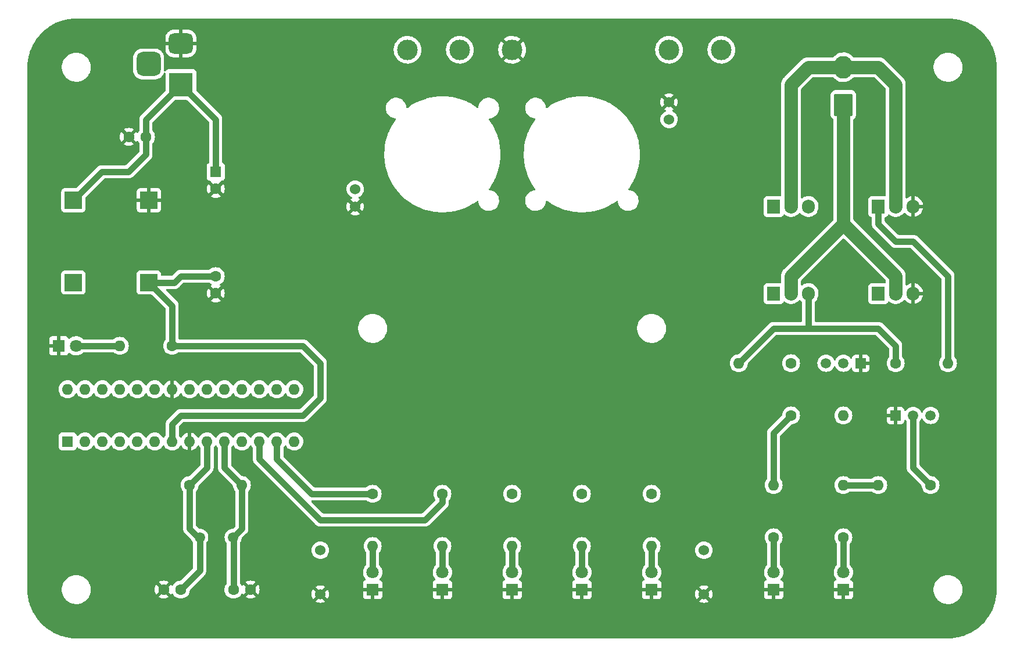
<source format=gbr>
G04 #@! TF.GenerationSoftware,KiCad,Pcbnew,6.0.6+dfsg-1*
G04 #@! TF.CreationDate,2022-07-08T16:57:29-05:00*
G04 #@! TF.ProjectId,thermoelectric-tube,74686572-6d6f-4656-9c65-63747269632d,C*
G04 #@! TF.SameCoordinates,Original*
G04 #@! TF.FileFunction,Copper,L1,Top*
G04 #@! TF.FilePolarity,Positive*
%FSLAX46Y46*%
G04 Gerber Fmt 4.6, Leading zero omitted, Abs format (unit mm)*
G04 Created by KiCad (PCBNEW 6.0.6+dfsg-1) date 2022-07-08 16:57:29*
%MOMM*%
%LPD*%
G01*
G04 APERTURE LIST*
G04 Aperture macros list*
%AMRoundRect*
0 Rectangle with rounded corners*
0 $1 Rounding radius*
0 $2 $3 $4 $5 $6 $7 $8 $9 X,Y pos of 4 corners*
0 Add a 4 corners polygon primitive as box body*
4,1,4,$2,$3,$4,$5,$6,$7,$8,$9,$2,$3,0*
0 Add four circle primitives for the rounded corners*
1,1,$1+$1,$2,$3*
1,1,$1+$1,$4,$5*
1,1,$1+$1,$6,$7*
1,1,$1+$1,$8,$9*
0 Add four rect primitives between the rounded corners*
20,1,$1+$1,$2,$3,$4,$5,0*
20,1,$1+$1,$4,$5,$6,$7,0*
20,1,$1+$1,$6,$7,$8,$9,0*
20,1,$1+$1,$8,$9,$2,$3,0*%
G04 Aperture macros list end*
G04 #@! TA.AperFunction,ComponentPad*
%ADD10R,1.500000X1.500000*%
G04 #@! TD*
G04 #@! TA.AperFunction,ComponentPad*
%ADD11C,1.500000*%
G04 #@! TD*
G04 #@! TA.AperFunction,ComponentPad*
%ADD12C,1.600000*%
G04 #@! TD*
G04 #@! TA.AperFunction,ComponentPad*
%ADD13R,1.800000X1.800000*%
G04 #@! TD*
G04 #@! TA.AperFunction,ComponentPad*
%ADD14C,1.800000*%
G04 #@! TD*
G04 #@! TA.AperFunction,ComponentPad*
%ADD15R,3.500000X3.500000*%
G04 #@! TD*
G04 #@! TA.AperFunction,ComponentPad*
%ADD16RoundRect,0.750000X-1.000000X0.750000X-1.000000X-0.750000X1.000000X-0.750000X1.000000X0.750000X0*%
G04 #@! TD*
G04 #@! TA.AperFunction,ComponentPad*
%ADD17RoundRect,0.875000X-0.875000X0.875000X-0.875000X-0.875000X0.875000X-0.875000X0.875000X0.875000X0*%
G04 #@! TD*
G04 #@! TA.AperFunction,ComponentPad*
%ADD18R,1.905000X2.000000*%
G04 #@! TD*
G04 #@! TA.AperFunction,ComponentPad*
%ADD19O,1.905000X2.000000*%
G04 #@! TD*
G04 #@! TA.AperFunction,ComponentPad*
%ADD20R,1.600000X1.600000*%
G04 #@! TD*
G04 #@! TA.AperFunction,ComponentPad*
%ADD21O,1.600000X1.600000*%
G04 #@! TD*
G04 #@! TA.AperFunction,ComponentPad*
%ADD22C,1.524000*%
G04 #@! TD*
G04 #@! TA.AperFunction,ComponentPad*
%ADD23RoundRect,0.250001X1.099999X1.399999X-1.099999X1.399999X-1.099999X-1.399999X1.099999X-1.399999X0*%
G04 #@! TD*
G04 #@! TA.AperFunction,ComponentPad*
%ADD24O,2.700000X3.300000*%
G04 #@! TD*
G04 #@! TA.AperFunction,ComponentPad*
%ADD25C,3.000000*%
G04 #@! TD*
G04 #@! TA.AperFunction,SMDPad,CuDef*
%ADD26R,2.500000X2.500000*%
G04 #@! TD*
G04 #@! TA.AperFunction,Conductor*
%ADD27C,0.889000*%
G04 #@! TD*
G04 #@! TA.AperFunction,Conductor*
%ADD28C,1.905000*%
G04 #@! TD*
G04 APERTURE END LIST*
D10*
X170180000Y-101600000D03*
D11*
X172720000Y-101600000D03*
X175260000Y-101600000D03*
D12*
X60960000Y-60960000D03*
X58460000Y-60960000D03*
D13*
X48260000Y-91440000D03*
D14*
X50800000Y-91440000D03*
D13*
X152400000Y-127000000D03*
D14*
X152400000Y-124460000D03*
D13*
X162560000Y-127000000D03*
D14*
X162560000Y-124460000D03*
D15*
X66040000Y-53340000D03*
D16*
X66040000Y-47340000D03*
D17*
X61340000Y-50340000D03*
D18*
X167640000Y-71120000D03*
D19*
X170180000Y-71120000D03*
X172720000Y-71120000D03*
D18*
X152400000Y-83820000D03*
D19*
X154940000Y-83820000D03*
X157480000Y-83820000D03*
D18*
X167640000Y-83820000D03*
D19*
X170180000Y-83820000D03*
X172720000Y-83820000D03*
D20*
X71120000Y-66040000D03*
D12*
X71120000Y-68540000D03*
X154940000Y-101600000D03*
D21*
X162560000Y-101600000D03*
D12*
X175260000Y-111760000D03*
D21*
X167640000Y-111760000D03*
D12*
X162560000Y-119380000D03*
D21*
X162560000Y-111760000D03*
D12*
X170180000Y-93980000D03*
D21*
X177800000Y-93980000D03*
D12*
X152400000Y-119380000D03*
D21*
X152400000Y-111760000D03*
D10*
X165100000Y-93980000D03*
D11*
X162560000Y-93980000D03*
X160020000Y-93980000D03*
D12*
X154940000Y-93980000D03*
D21*
X147320000Y-93980000D03*
D18*
X152400000Y-71120000D03*
D19*
X154940000Y-71120000D03*
X157480000Y-71120000D03*
D22*
X91440000Y-68580000D03*
X91440000Y-71120000D03*
X137160000Y-58420000D03*
X137160000Y-55880000D03*
D23*
X162560000Y-56300000D03*
D24*
X162560000Y-50800000D03*
D25*
X99060000Y-48260000D03*
D13*
X104140000Y-127000000D03*
D14*
X104140000Y-124460000D03*
D13*
X124460000Y-127000000D03*
D14*
X124460000Y-124460000D03*
D12*
X71120000Y-81280000D03*
X71120000Y-83780000D03*
X134620000Y-113030000D03*
D21*
X134620000Y-120650000D03*
D12*
X104140000Y-113030000D03*
D21*
X104140000Y-120650000D03*
D20*
X49540000Y-105400000D03*
D21*
X52080000Y-105400000D03*
X54620000Y-105400000D03*
X57160000Y-105400000D03*
X59700000Y-105400000D03*
X62240000Y-105400000D03*
X64780000Y-105400000D03*
X67320000Y-105400000D03*
X69860000Y-105400000D03*
X72400000Y-105400000D03*
X74940000Y-105400000D03*
X77480000Y-105400000D03*
X80020000Y-105400000D03*
X82560000Y-105400000D03*
X82560000Y-97780000D03*
X80020000Y-97780000D03*
X77480000Y-97780000D03*
X74940000Y-97780000D03*
X72400000Y-97780000D03*
X69860000Y-97780000D03*
X67320000Y-97780000D03*
X64780000Y-97780000D03*
X62240000Y-97780000D03*
X59700000Y-97780000D03*
X57160000Y-97780000D03*
X54620000Y-97780000D03*
X52080000Y-97780000D03*
X49540000Y-97780000D03*
D22*
X142240000Y-121260000D03*
X142240000Y-127660000D03*
D12*
X67310000Y-111760000D03*
D21*
X74930000Y-111760000D03*
D13*
X93980000Y-127000000D03*
D14*
X93980000Y-124460000D03*
D25*
X106680000Y-48260000D03*
X137160000Y-48260000D03*
D12*
X124460000Y-113030000D03*
D21*
X124460000Y-120650000D03*
D12*
X66040000Y-127000000D03*
X63540000Y-127000000D03*
X64770000Y-91440000D03*
D21*
X57150000Y-91440000D03*
D12*
X114300000Y-113030000D03*
D21*
X114300000Y-120650000D03*
D25*
X144780000Y-48260000D03*
D13*
X114300000Y-127000000D03*
D14*
X114300000Y-124460000D03*
D13*
X134620000Y-127000000D03*
D14*
X134620000Y-124460000D03*
D26*
X50380000Y-70200000D03*
X61380000Y-70200000D03*
X61380000Y-82200000D03*
X50380000Y-82200000D03*
D11*
X73660000Y-119380000D03*
X68780000Y-119380000D03*
D22*
X86360000Y-121260000D03*
X86360000Y-127660000D03*
D25*
X114300000Y-48260000D03*
D12*
X76200000Y-127000000D03*
X73700000Y-127000000D03*
X93980000Y-113030000D03*
D21*
X93980000Y-120650000D03*
D27*
X170180000Y-76200000D02*
X167640000Y-73660000D01*
X177800000Y-81280000D02*
X172720000Y-76200000D01*
X172720000Y-76200000D02*
X170180000Y-76200000D01*
X177800000Y-93980000D02*
X177800000Y-81280000D01*
X167640000Y-73660000D02*
X167640000Y-71120000D01*
X175260000Y-111760000D02*
X172720000Y-109220000D01*
X172720000Y-101600000D02*
X172720000Y-109220000D01*
X60960000Y-63500000D02*
X60960000Y-60960000D01*
X71120000Y-58420000D02*
X71120000Y-66040000D01*
X170180000Y-91440000D02*
X170180000Y-93980000D01*
X58420000Y-66040000D02*
X60960000Y-63500000D01*
X66040000Y-53340000D02*
X60960000Y-58420000D01*
X60960000Y-58420000D02*
X60960000Y-60960000D01*
X157480000Y-83820000D02*
X157480000Y-88900000D01*
X157480000Y-88900000D02*
X167640000Y-88900000D01*
X157480000Y-88900000D02*
X152400000Y-88900000D01*
X50380000Y-70200000D02*
X54540000Y-66040000D01*
X167640000Y-88900000D02*
X170180000Y-91440000D01*
X54540000Y-66040000D02*
X58420000Y-66040000D01*
X152400000Y-88900000D02*
X147320000Y-93980000D01*
X66040000Y-53340000D02*
X71120000Y-58420000D01*
X83820000Y-91440000D02*
X64770000Y-91440000D01*
X86360000Y-99060000D02*
X86360000Y-93980000D01*
X64770000Y-91440000D02*
X64770000Y-85590000D01*
X83820000Y-101600000D02*
X86360000Y-99060000D01*
X64780000Y-105400000D02*
X64780000Y-102860000D01*
X65120000Y-82200000D02*
X66040000Y-81280000D01*
X66040000Y-101600000D02*
X83820000Y-101600000D01*
X64780000Y-102860000D02*
X66040000Y-101600000D01*
X61380000Y-82200000D02*
X65120000Y-82200000D01*
X64770000Y-85590000D02*
X61380000Y-82200000D01*
X86360000Y-93980000D02*
X83820000Y-91440000D01*
X66040000Y-81280000D02*
X71120000Y-81280000D01*
X152400000Y-124460000D02*
X152400000Y-119380000D01*
X162560000Y-124460000D02*
X162560000Y-119380000D01*
D28*
X154940000Y-71120000D02*
X154940000Y-53340000D01*
X167640000Y-50800000D02*
X170180000Y-53340000D01*
X157480000Y-50800000D02*
X167640000Y-50800000D01*
X154940000Y-53340000D02*
X157480000Y-50800000D01*
X170180000Y-53340000D02*
X170180000Y-71120000D01*
X162560000Y-56300000D02*
X162560000Y-73660000D01*
X170180000Y-81280000D02*
X162560000Y-73660000D01*
X162560000Y-73660000D02*
X154940000Y-81280000D01*
X154940000Y-83820000D02*
X154940000Y-81280000D01*
X170180000Y-83820000D02*
X170180000Y-81280000D01*
D27*
X93980000Y-124460000D02*
X93980000Y-120650000D01*
X104140000Y-120650000D02*
X104140000Y-124460000D01*
X114300000Y-120650000D02*
X114300000Y-124460000D01*
X124460000Y-120650000D02*
X124460000Y-124460000D01*
X134620000Y-120650000D02*
X134620000Y-124460000D01*
X152400000Y-104140000D02*
X152400000Y-111760000D01*
X152400000Y-104140000D02*
X154940000Y-101600000D01*
X162560000Y-111760000D02*
X167640000Y-111760000D01*
X93980000Y-113030000D02*
X85090000Y-113030000D01*
X85090000Y-113030000D02*
X80020000Y-107960000D01*
X80020000Y-107960000D02*
X80020000Y-105400000D01*
X104140000Y-114300000D02*
X101600000Y-116840000D01*
X77480000Y-107960000D02*
X77480000Y-105400000D01*
X101600000Y-116840000D02*
X86360000Y-116840000D01*
X104140000Y-113030000D02*
X104140000Y-114300000D01*
X86360000Y-116840000D02*
X77480000Y-107960000D01*
X69860000Y-105400000D02*
X69860000Y-109210000D01*
X68780000Y-124260000D02*
X68780000Y-119380000D01*
X69860000Y-109210000D02*
X67310000Y-111760000D01*
X67310000Y-111760000D02*
X67310000Y-118110000D01*
X67310000Y-118110000D02*
X68580000Y-119380000D01*
X66040000Y-127000000D02*
X68780000Y-124260000D01*
X73700000Y-119420000D02*
X73660000Y-119380000D01*
X72400000Y-109230000D02*
X74930000Y-111760000D01*
X73700000Y-127000000D02*
X73700000Y-119420000D01*
X74930000Y-118110000D02*
X73660000Y-119380000D01*
X74930000Y-111760000D02*
X74930000Y-118110000D01*
X72400000Y-105400000D02*
X72400000Y-109230000D01*
X57150000Y-91440000D02*
X50800000Y-91440000D01*
G04 #@! TA.AperFunction,Conductor*
G36*
X177770018Y-43690000D02*
G01*
X177784852Y-43692310D01*
X177784855Y-43692310D01*
X177793724Y-43693691D01*
X177802627Y-43692527D01*
X177802628Y-43692527D01*
X177815874Y-43690795D01*
X177836703Y-43689811D01*
X178068761Y-43698099D01*
X178302836Y-43706459D01*
X178311808Y-43707101D01*
X178807597Y-43760404D01*
X178816500Y-43761684D01*
X179061865Y-43805953D01*
X179307233Y-43850222D01*
X179316017Y-43852133D01*
X179799186Y-43975454D01*
X179807806Y-43977986D01*
X179933305Y-44019756D01*
X180280944Y-44135461D01*
X180289371Y-44138604D01*
X180750071Y-44329432D01*
X180758253Y-44333169D01*
X181204150Y-44556369D01*
X181212044Y-44560679D01*
X181640897Y-44815130D01*
X181648464Y-44819993D01*
X182058068Y-45104386D01*
X182065268Y-45109776D01*
X182453534Y-45422660D01*
X182460332Y-45428550D01*
X182825296Y-45768344D01*
X182831656Y-45774704D01*
X183171450Y-46139668D01*
X183177340Y-46146466D01*
X183490224Y-46534732D01*
X183495614Y-46541932D01*
X183780007Y-46951536D01*
X183784870Y-46959103D01*
X183929698Y-47203196D01*
X184039321Y-47387956D01*
X184043631Y-47395850D01*
X184266831Y-47841747D01*
X184270568Y-47849929D01*
X184461396Y-48310629D01*
X184464539Y-48319056D01*
X184551096Y-48579117D01*
X184621572Y-48790863D01*
X184622013Y-48792189D01*
X184624546Y-48800814D01*
X184746417Y-49278299D01*
X184747867Y-49283981D01*
X184749778Y-49292767D01*
X184771385Y-49412524D01*
X184838316Y-49783500D01*
X184839596Y-49792403D01*
X184892899Y-50288192D01*
X184893541Y-50297164D01*
X184909920Y-50755769D01*
X184908500Y-50779649D01*
X184907690Y-50784848D01*
X184907690Y-50784855D01*
X184906309Y-50793724D01*
X184907473Y-50802626D01*
X184907473Y-50802628D01*
X184910436Y-50825283D01*
X184911500Y-50841621D01*
X184911500Y-126950633D01*
X184910000Y-126970018D01*
X184909344Y-126974235D01*
X184906309Y-126993724D01*
X184907473Y-127002627D01*
X184907473Y-127002628D01*
X184909205Y-127015874D01*
X184910189Y-127036703D01*
X184903354Y-127228087D01*
X184893541Y-127502836D01*
X184892899Y-127511808D01*
X184839596Y-128007597D01*
X184838316Y-128016500D01*
X184836889Y-128024408D01*
X184760166Y-128449661D01*
X184749779Y-128507230D01*
X184747867Y-128516017D01*
X184641089Y-128934372D01*
X184624547Y-128999181D01*
X184622014Y-129007806D01*
X184594295Y-129091091D01*
X184464539Y-129480944D01*
X184461396Y-129489371D01*
X184270568Y-129950071D01*
X184266831Y-129958253D01*
X184043631Y-130404150D01*
X184039321Y-130412044D01*
X183784870Y-130840897D01*
X183780007Y-130848464D01*
X183495614Y-131258068D01*
X183490224Y-131265268D01*
X183177340Y-131653534D01*
X183171450Y-131660332D01*
X182831656Y-132025296D01*
X182825296Y-132031656D01*
X182460332Y-132371450D01*
X182453534Y-132377340D01*
X182065268Y-132690224D01*
X182058068Y-132695614D01*
X181648464Y-132980007D01*
X181640897Y-132984870D01*
X181212044Y-133239321D01*
X181204150Y-133243631D01*
X180758253Y-133466831D01*
X180750071Y-133470568D01*
X180289371Y-133661396D01*
X180280944Y-133664539D01*
X179933305Y-133780244D01*
X179807806Y-133822014D01*
X179799186Y-133824546D01*
X179316019Y-133947867D01*
X179307233Y-133949778D01*
X179061865Y-133994048D01*
X178816500Y-134038316D01*
X178807597Y-134039596D01*
X178311808Y-134092899D01*
X178302836Y-134093541D01*
X177844231Y-134109920D01*
X177820351Y-134108500D01*
X177815152Y-134107690D01*
X177815145Y-134107690D01*
X177806276Y-134106309D01*
X177797374Y-134107473D01*
X177797372Y-134107473D01*
X177784129Y-134109205D01*
X177774714Y-134110436D01*
X177758379Y-134111500D01*
X50849367Y-134111500D01*
X50829982Y-134110000D01*
X50815148Y-134107690D01*
X50815145Y-134107690D01*
X50806276Y-134106309D01*
X50797373Y-134107473D01*
X50797372Y-134107473D01*
X50784126Y-134109205D01*
X50763297Y-134110189D01*
X50531239Y-134101901D01*
X50297164Y-134093541D01*
X50288192Y-134092899D01*
X49792403Y-134039596D01*
X49783500Y-134038316D01*
X49538135Y-133994048D01*
X49292767Y-133949778D01*
X49283981Y-133947867D01*
X48800814Y-133824546D01*
X48792194Y-133822014D01*
X48666695Y-133780244D01*
X48319056Y-133664539D01*
X48310629Y-133661396D01*
X47849929Y-133470568D01*
X47841747Y-133466831D01*
X47395850Y-133243631D01*
X47387956Y-133239321D01*
X46959103Y-132984870D01*
X46951536Y-132980007D01*
X46541932Y-132695614D01*
X46534732Y-132690224D01*
X46146466Y-132377340D01*
X46139668Y-132371450D01*
X45774704Y-132031656D01*
X45768344Y-132025296D01*
X45428550Y-131660332D01*
X45422660Y-131653534D01*
X45109776Y-131265268D01*
X45104386Y-131258068D01*
X44819993Y-130848464D01*
X44815130Y-130840897D01*
X44560679Y-130412044D01*
X44556369Y-130404150D01*
X44333169Y-129958253D01*
X44329432Y-129950071D01*
X44138604Y-129489371D01*
X44135461Y-129480944D01*
X44005705Y-129091091D01*
X43977986Y-129007806D01*
X43975453Y-128999181D01*
X43958912Y-128934372D01*
X43852133Y-128516017D01*
X43850221Y-128507230D01*
X43839835Y-128449661D01*
X43763111Y-128024408D01*
X43761684Y-128016500D01*
X43760404Y-128007597D01*
X43707101Y-127511808D01*
X43706459Y-127502836D01*
X43693240Y-127132703D01*
X48690743Y-127132703D01*
X48691302Y-127136947D01*
X48691302Y-127136951D01*
X48703458Y-127229285D01*
X48728268Y-127417734D01*
X48804129Y-127695036D01*
X48805813Y-127698984D01*
X48913517Y-127951490D01*
X48916923Y-127959476D01*
X48985636Y-128074287D01*
X49021593Y-128134366D01*
X49064561Y-128206161D01*
X49244313Y-128430528D01*
X49452851Y-128628423D01*
X49686317Y-128796186D01*
X49690112Y-128798195D01*
X49690113Y-128798196D01*
X49711869Y-128809715D01*
X49940392Y-128930712D01*
X49964699Y-128939607D01*
X50139407Y-129003541D01*
X50210373Y-129029511D01*
X50491264Y-129090755D01*
X50519841Y-129093004D01*
X50714282Y-129108307D01*
X50714291Y-129108307D01*
X50716739Y-129108500D01*
X50872271Y-129108500D01*
X50874407Y-129108354D01*
X50874418Y-129108354D01*
X51082548Y-129094165D01*
X51082554Y-129094164D01*
X51086825Y-129093873D01*
X51091020Y-129093004D01*
X51091022Y-129093004D01*
X51227584Y-129064723D01*
X51368342Y-129035574D01*
X51639343Y-128939607D01*
X51894812Y-128807750D01*
X51898313Y-128805289D01*
X51898317Y-128805287D01*
X52021408Y-128718777D01*
X85665777Y-128718777D01*
X85675074Y-128730793D01*
X85718069Y-128760898D01*
X85727555Y-128766376D01*
X85918993Y-128855645D01*
X85929285Y-128859391D01*
X86133309Y-128914059D01*
X86144104Y-128915962D01*
X86354525Y-128934372D01*
X86365475Y-128934372D01*
X86575896Y-128915962D01*
X86586691Y-128914059D01*
X86790715Y-128859391D01*
X86801007Y-128855645D01*
X86992445Y-128766376D01*
X87001931Y-128760898D01*
X87045764Y-128730207D01*
X87054139Y-128719729D01*
X87053639Y-128718777D01*
X141545777Y-128718777D01*
X141555074Y-128730793D01*
X141598069Y-128760898D01*
X141607555Y-128766376D01*
X141798993Y-128855645D01*
X141809285Y-128859391D01*
X142013309Y-128914059D01*
X142024104Y-128915962D01*
X142234525Y-128934372D01*
X142245475Y-128934372D01*
X142455896Y-128915962D01*
X142466691Y-128914059D01*
X142670715Y-128859391D01*
X142681007Y-128855645D01*
X142872445Y-128766376D01*
X142881931Y-128760898D01*
X142925764Y-128730207D01*
X142934139Y-128719729D01*
X142927071Y-128706281D01*
X142252812Y-128032022D01*
X142238868Y-128024408D01*
X142237035Y-128024539D01*
X142230420Y-128028790D01*
X141552207Y-128707003D01*
X141545777Y-128718777D01*
X87053639Y-128718777D01*
X87047071Y-128706281D01*
X86372812Y-128032022D01*
X86358868Y-128024408D01*
X86357035Y-128024539D01*
X86350420Y-128028790D01*
X85672207Y-128707003D01*
X85665777Y-128718777D01*
X52021408Y-128718777D01*
X52130023Y-128642441D01*
X52340622Y-128446740D01*
X52522713Y-128224268D01*
X52607406Y-128086062D01*
X62818493Y-128086062D01*
X62827789Y-128098077D01*
X62878994Y-128133931D01*
X62888489Y-128139414D01*
X63085947Y-128231490D01*
X63096239Y-128235236D01*
X63306688Y-128291625D01*
X63317481Y-128293528D01*
X63534525Y-128312517D01*
X63545475Y-128312517D01*
X63762519Y-128293528D01*
X63773312Y-128291625D01*
X63983761Y-128235236D01*
X63994053Y-128231490D01*
X64191511Y-128139414D01*
X64201006Y-128133931D01*
X64253048Y-128097491D01*
X64261424Y-128087012D01*
X64254356Y-128073566D01*
X63552812Y-127372022D01*
X63538868Y-127364408D01*
X63537035Y-127364539D01*
X63530420Y-127368790D01*
X62824923Y-128074287D01*
X62818493Y-128086062D01*
X52607406Y-128086062D01*
X52672927Y-127979142D01*
X52732119Y-127844300D01*
X52786757Y-127719830D01*
X52788483Y-127715898D01*
X52804729Y-127658868D01*
X52866068Y-127443534D01*
X52867244Y-127439406D01*
X52907751Y-127154784D01*
X52907845Y-127136951D01*
X52908534Y-127005475D01*
X62227483Y-127005475D01*
X62246472Y-127222519D01*
X62248375Y-127233312D01*
X62304764Y-127443761D01*
X62308510Y-127454053D01*
X62400586Y-127651511D01*
X62406069Y-127661006D01*
X62442509Y-127713048D01*
X62452988Y-127721424D01*
X62466434Y-127714356D01*
X63167978Y-127012812D01*
X63174356Y-127001132D01*
X63904408Y-127001132D01*
X63904539Y-127002965D01*
X63908790Y-127009580D01*
X64614287Y-127715077D01*
X64626062Y-127721507D01*
X64638077Y-127712211D01*
X64673934Y-127661002D01*
X64680591Y-127649472D01*
X64731973Y-127600479D01*
X64801687Y-127587042D01*
X64867598Y-127613429D01*
X64898829Y-127649472D01*
X64900153Y-127651765D01*
X64902477Y-127656749D01*
X65033802Y-127844300D01*
X65195700Y-128006198D01*
X65200208Y-128009355D01*
X65200211Y-128009357D01*
X65232580Y-128032022D01*
X65383251Y-128137523D01*
X65388233Y-128139846D01*
X65388238Y-128139849D01*
X65537624Y-128209508D01*
X65590757Y-128234284D01*
X65596065Y-128235706D01*
X65596067Y-128235707D01*
X65806598Y-128292119D01*
X65806600Y-128292119D01*
X65811913Y-128293543D01*
X66040000Y-128313498D01*
X66268087Y-128293543D01*
X66273400Y-128292119D01*
X66273402Y-128292119D01*
X66483933Y-128235707D01*
X66483935Y-128235706D01*
X66489243Y-128234284D01*
X66542376Y-128209508D01*
X66691762Y-128139849D01*
X66691767Y-128139846D01*
X66696749Y-128137523D01*
X66847420Y-128032022D01*
X66879789Y-128009357D01*
X66879792Y-128009355D01*
X66884300Y-128006198D01*
X67046198Y-127844300D01*
X67177523Y-127656749D01*
X67179846Y-127651767D01*
X67179849Y-127651762D01*
X67271961Y-127454225D01*
X67271961Y-127454224D01*
X67274284Y-127449243D01*
X67294976Y-127372022D01*
X67332119Y-127233402D01*
X67332119Y-127233400D01*
X67333543Y-127228087D01*
X67346218Y-127083214D01*
X67372082Y-127017096D01*
X67382644Y-127005101D01*
X69442925Y-124944820D01*
X69445447Y-124942367D01*
X69500496Y-124890310D01*
X69500497Y-124890309D01*
X69505137Y-124885921D01*
X69510964Y-124877600D01*
X69537963Y-124839041D01*
X69543533Y-124831676D01*
X69575683Y-124792257D01*
X69575685Y-124792254D01*
X69579714Y-124787314D01*
X69592237Y-124763359D01*
X69600687Y-124749461D01*
X69612524Y-124732556D01*
X69616185Y-124727328D01*
X69638916Y-124674802D01*
X69642889Y-124666473D01*
X69666454Y-124621395D01*
X69669411Y-124615739D01*
X69676862Y-124589753D01*
X69682341Y-124574452D01*
X69690541Y-124555504D01*
X69690542Y-124555500D01*
X69693076Y-124549645D01*
X69704783Y-124493608D01*
X69707000Y-124484648D01*
X69721014Y-124435774D01*
X69721014Y-124435773D01*
X69722775Y-124429632D01*
X69724849Y-124402687D01*
X69727139Y-124386595D01*
X69731677Y-124364867D01*
X69732667Y-124360129D01*
X69733000Y-124353776D01*
X69733000Y-124301598D01*
X69733371Y-124291931D01*
X69737140Y-124242955D01*
X69737140Y-124242952D01*
X69737629Y-124236596D01*
X69733992Y-124207807D01*
X69733000Y-124192029D01*
X69733000Y-120252830D01*
X69755787Y-120180559D01*
X69870899Y-120016162D01*
X69870900Y-120016160D01*
X69874056Y-120011653D01*
X69876379Y-120006671D01*
X69876382Y-120006666D01*
X69923585Y-119905438D01*
X69967120Y-119812076D01*
X70024115Y-119599371D01*
X70043307Y-119380000D01*
X70024115Y-119160629D01*
X69967120Y-118947924D01*
X69894583Y-118792367D01*
X69876382Y-118753334D01*
X69876379Y-118753329D01*
X69874056Y-118748347D01*
X69870899Y-118743838D01*
X69750908Y-118572473D01*
X69750906Y-118572470D01*
X69747749Y-118567962D01*
X69592038Y-118412251D01*
X69582403Y-118405504D01*
X69494866Y-118344210D01*
X69411654Y-118285944D01*
X69212076Y-118192880D01*
X68999371Y-118135885D01*
X68780000Y-118116693D01*
X68774525Y-118117172D01*
X68774524Y-118117172D01*
X68732264Y-118120869D01*
X68662659Y-118106879D01*
X68632188Y-118084443D01*
X68299905Y-117752160D01*
X68265879Y-117689848D01*
X68263000Y-117663065D01*
X68263000Y-112709688D01*
X68283002Y-112641567D01*
X68299905Y-112620593D01*
X68316198Y-112604300D01*
X68336172Y-112575775D01*
X68444366Y-112421257D01*
X68447523Y-112416749D01*
X68449846Y-112411767D01*
X68449849Y-112411762D01*
X68541961Y-112214225D01*
X68541961Y-112214224D01*
X68544284Y-112209243D01*
X68550593Y-112185700D01*
X68593973Y-112023802D01*
X68603543Y-111988087D01*
X68616217Y-111843215D01*
X68642080Y-111777098D01*
X68652643Y-111765102D01*
X69580651Y-110837095D01*
X70522943Y-109894803D01*
X70525465Y-109892350D01*
X70580496Y-109840310D01*
X70580497Y-109840309D01*
X70585137Y-109835921D01*
X70617966Y-109789037D01*
X70623532Y-109781678D01*
X70655680Y-109742260D01*
X70655683Y-109742256D01*
X70659714Y-109737313D01*
X70672238Y-109713358D01*
X70680685Y-109699464D01*
X70692523Y-109682559D01*
X70692526Y-109682553D01*
X70696185Y-109677328D01*
X70698997Y-109670832D01*
X70718917Y-109624799D01*
X70722892Y-109616466D01*
X70746455Y-109571394D01*
X70746456Y-109571391D01*
X70749411Y-109565739D01*
X70754404Y-109548329D01*
X70756862Y-109539755D01*
X70762341Y-109524453D01*
X70773076Y-109499645D01*
X70784785Y-109443596D01*
X70786993Y-109434673D01*
X70802776Y-109379632D01*
X70804850Y-109352680D01*
X70807141Y-109336582D01*
X70811679Y-109314861D01*
X70811680Y-109314855D01*
X70812667Y-109310129D01*
X70813000Y-109303776D01*
X70813000Y-109251600D01*
X70813371Y-109241933D01*
X70817140Y-109192955D01*
X70817140Y-109192952D01*
X70817629Y-109186596D01*
X70813992Y-109157807D01*
X70813000Y-109142029D01*
X70813000Y-106349688D01*
X70833002Y-106281567D01*
X70849905Y-106260593D01*
X70866198Y-106244300D01*
X70997523Y-106056749D01*
X70999846Y-106051767D01*
X70999849Y-106051762D01*
X71015805Y-106017543D01*
X71062722Y-105964258D01*
X71130999Y-105944797D01*
X71198959Y-105965339D01*
X71244195Y-106017543D01*
X71260151Y-106051762D01*
X71260154Y-106051767D01*
X71262477Y-106056749D01*
X71393802Y-106244300D01*
X71410095Y-106260593D01*
X71444121Y-106322905D01*
X71447000Y-106349688D01*
X71447000Y-109214550D01*
X71446951Y-109218068D01*
X71445116Y-109283773D01*
X71444658Y-109300156D01*
X71447251Y-109314861D01*
X71454596Y-109356519D01*
X71455865Y-109365665D01*
X71459990Y-109406270D01*
X71461650Y-109422616D01*
X71463558Y-109428703D01*
X71469733Y-109448408D01*
X71473585Y-109464210D01*
X71476514Y-109480821D01*
X71478277Y-109490821D01*
X71494552Y-109531926D01*
X71499348Y-109544040D01*
X71502429Y-109552742D01*
X71519546Y-109607363D01*
X71522643Y-109612950D01*
X71522646Y-109612957D01*
X71532648Y-109631001D01*
X71539597Y-109645701D01*
X71547194Y-109664889D01*
X71547198Y-109664897D01*
X71549548Y-109670832D01*
X71553045Y-109676175D01*
X71553045Y-109676176D01*
X71580891Y-109718728D01*
X71585658Y-109726631D01*
X71613409Y-109776695D01*
X71631005Y-109797225D01*
X71640762Y-109810221D01*
X71646362Y-109818778D01*
X71655561Y-109832835D01*
X71659818Y-109837563D01*
X71696710Y-109874455D01*
X71703283Y-109881553D01*
X71739403Y-109923695D01*
X71744440Y-109927602D01*
X71744442Y-109927604D01*
X71762330Y-109941479D01*
X71774199Y-109951944D01*
X73587357Y-111765102D01*
X73621383Y-111827414D01*
X73623783Y-111843213D01*
X73636457Y-111988087D01*
X73646027Y-112023802D01*
X73689408Y-112185700D01*
X73695716Y-112209243D01*
X73698039Y-112214224D01*
X73698039Y-112214225D01*
X73790151Y-112411762D01*
X73790154Y-112411767D01*
X73792477Y-112416749D01*
X73795634Y-112421257D01*
X73903829Y-112575775D01*
X73923802Y-112604300D01*
X73940095Y-112620593D01*
X73974121Y-112682905D01*
X73977000Y-112709688D01*
X73977000Y-117663065D01*
X73956998Y-117731186D01*
X73940095Y-117752160D01*
X73599896Y-118092359D01*
X73537584Y-118126385D01*
X73521785Y-118128785D01*
X73440629Y-118135885D01*
X73227924Y-118192880D01*
X73180773Y-118214867D01*
X73033334Y-118283618D01*
X73033329Y-118283621D01*
X73028347Y-118285944D01*
X73023840Y-118289100D01*
X73023838Y-118289101D01*
X72852473Y-118409092D01*
X72852470Y-118409094D01*
X72847962Y-118412251D01*
X72692251Y-118567962D01*
X72689094Y-118572470D01*
X72689092Y-118572473D01*
X72569101Y-118743838D01*
X72565944Y-118748347D01*
X72563621Y-118753329D01*
X72563618Y-118753334D01*
X72545417Y-118792367D01*
X72472880Y-118947924D01*
X72415885Y-119160629D01*
X72396693Y-119380000D01*
X72415885Y-119599371D01*
X72472880Y-119812076D01*
X72516415Y-119905438D01*
X72563618Y-120006666D01*
X72563621Y-120006671D01*
X72565944Y-120011653D01*
X72569100Y-120016160D01*
X72569101Y-120016162D01*
X72668886Y-120158669D01*
X72692251Y-120192038D01*
X72710095Y-120209882D01*
X72744121Y-120272194D01*
X72747000Y-120298977D01*
X72747000Y-126050312D01*
X72726998Y-126118433D01*
X72710095Y-126139407D01*
X72693802Y-126155700D01*
X72562477Y-126343251D01*
X72560154Y-126348233D01*
X72560151Y-126348238D01*
X72468039Y-126545775D01*
X72465716Y-126550757D01*
X72464294Y-126556065D01*
X72464293Y-126556067D01*
X72414972Y-126740135D01*
X72406457Y-126771913D01*
X72386502Y-127000000D01*
X72406457Y-127228087D01*
X72407881Y-127233400D01*
X72407881Y-127233402D01*
X72445025Y-127372022D01*
X72465716Y-127449243D01*
X72468039Y-127454224D01*
X72468039Y-127454225D01*
X72560151Y-127651762D01*
X72560154Y-127651767D01*
X72562477Y-127656749D01*
X72693802Y-127844300D01*
X72855700Y-128006198D01*
X72860208Y-128009355D01*
X72860211Y-128009357D01*
X72892580Y-128032022D01*
X73043251Y-128137523D01*
X73048233Y-128139846D01*
X73048238Y-128139849D01*
X73197624Y-128209508D01*
X73250757Y-128234284D01*
X73256065Y-128235706D01*
X73256067Y-128235707D01*
X73466598Y-128292119D01*
X73466600Y-128292119D01*
X73471913Y-128293543D01*
X73700000Y-128313498D01*
X73928087Y-128293543D01*
X73933400Y-128292119D01*
X73933402Y-128292119D01*
X74143933Y-128235707D01*
X74143935Y-128235706D01*
X74149243Y-128234284D01*
X74202376Y-128209508D01*
X74351762Y-128139849D01*
X74351767Y-128139846D01*
X74356749Y-128137523D01*
X74430243Y-128086062D01*
X75478493Y-128086062D01*
X75487789Y-128098077D01*
X75538994Y-128133931D01*
X75548489Y-128139414D01*
X75745947Y-128231490D01*
X75756239Y-128235236D01*
X75966688Y-128291625D01*
X75977481Y-128293528D01*
X76194525Y-128312517D01*
X76205475Y-128312517D01*
X76422519Y-128293528D01*
X76433312Y-128291625D01*
X76643761Y-128235236D01*
X76654053Y-128231490D01*
X76851511Y-128139414D01*
X76861006Y-128133931D01*
X76913048Y-128097491D01*
X76921424Y-128087012D01*
X76914356Y-128073566D01*
X76212812Y-127372022D01*
X76198868Y-127364408D01*
X76197035Y-127364539D01*
X76190420Y-127368790D01*
X75484923Y-128074287D01*
X75478493Y-128086062D01*
X74430243Y-128086062D01*
X74507420Y-128032022D01*
X74539789Y-128009357D01*
X74539792Y-128009355D01*
X74544300Y-128006198D01*
X74706198Y-127844300D01*
X74837523Y-127656749D01*
X74839847Y-127651765D01*
X74841171Y-127649472D01*
X74892553Y-127600479D01*
X74962267Y-127587043D01*
X75028178Y-127613429D01*
X75059409Y-127649472D01*
X75066066Y-127661002D01*
X75102509Y-127713048D01*
X75112988Y-127721424D01*
X75126434Y-127714356D01*
X75827978Y-127012812D01*
X75834356Y-127001132D01*
X76564408Y-127001132D01*
X76564539Y-127002965D01*
X76568790Y-127009580D01*
X77274287Y-127715077D01*
X77286062Y-127721507D01*
X77298077Y-127712211D01*
X77330802Y-127665475D01*
X85085628Y-127665475D01*
X85104038Y-127875896D01*
X85105941Y-127886691D01*
X85160609Y-128090715D01*
X85164355Y-128101007D01*
X85253623Y-128292441D01*
X85259103Y-128301932D01*
X85289794Y-128345765D01*
X85300271Y-128354140D01*
X85313718Y-128347072D01*
X85987978Y-127672812D01*
X85994356Y-127661132D01*
X86724408Y-127661132D01*
X86724539Y-127662965D01*
X86728790Y-127669580D01*
X87407003Y-128347793D01*
X87418777Y-128354223D01*
X87430793Y-128344926D01*
X87460897Y-128301932D01*
X87466377Y-128292441D01*
X87555645Y-128101007D01*
X87559391Y-128090715D01*
X87598524Y-127944669D01*
X92572001Y-127944669D01*
X92572371Y-127951490D01*
X92577895Y-128002352D01*
X92581521Y-128017604D01*
X92626676Y-128138054D01*
X92635214Y-128153649D01*
X92711715Y-128255724D01*
X92724276Y-128268285D01*
X92826351Y-128344786D01*
X92841946Y-128353324D01*
X92962394Y-128398478D01*
X92977649Y-128402105D01*
X93028514Y-128407631D01*
X93035328Y-128408000D01*
X93707885Y-128408000D01*
X93723124Y-128403525D01*
X93724329Y-128402135D01*
X93726000Y-128394452D01*
X93726000Y-128389884D01*
X94234000Y-128389884D01*
X94238475Y-128405123D01*
X94239865Y-128406328D01*
X94247548Y-128407999D01*
X94924669Y-128407999D01*
X94931490Y-128407629D01*
X94982352Y-128402105D01*
X94997604Y-128398479D01*
X95118054Y-128353324D01*
X95133649Y-128344786D01*
X95235724Y-128268285D01*
X95248285Y-128255724D01*
X95324786Y-128153649D01*
X95333324Y-128138054D01*
X95378478Y-128017606D01*
X95382105Y-128002351D01*
X95387631Y-127951486D01*
X95388000Y-127944672D01*
X95388000Y-127944669D01*
X102732001Y-127944669D01*
X102732371Y-127951490D01*
X102737895Y-128002352D01*
X102741521Y-128017604D01*
X102786676Y-128138054D01*
X102795214Y-128153649D01*
X102871715Y-128255724D01*
X102884276Y-128268285D01*
X102986351Y-128344786D01*
X103001946Y-128353324D01*
X103122394Y-128398478D01*
X103137649Y-128402105D01*
X103188514Y-128407631D01*
X103195328Y-128408000D01*
X103867885Y-128408000D01*
X103883124Y-128403525D01*
X103884329Y-128402135D01*
X103886000Y-128394452D01*
X103886000Y-128389884D01*
X104394000Y-128389884D01*
X104398475Y-128405123D01*
X104399865Y-128406328D01*
X104407548Y-128407999D01*
X105084669Y-128407999D01*
X105091490Y-128407629D01*
X105142352Y-128402105D01*
X105157604Y-128398479D01*
X105278054Y-128353324D01*
X105293649Y-128344786D01*
X105395724Y-128268285D01*
X105408285Y-128255724D01*
X105484786Y-128153649D01*
X105493324Y-128138054D01*
X105538478Y-128017606D01*
X105542105Y-128002351D01*
X105547631Y-127951486D01*
X105548000Y-127944672D01*
X105548000Y-127944669D01*
X112892001Y-127944669D01*
X112892371Y-127951490D01*
X112897895Y-128002352D01*
X112901521Y-128017604D01*
X112946676Y-128138054D01*
X112955214Y-128153649D01*
X113031715Y-128255724D01*
X113044276Y-128268285D01*
X113146351Y-128344786D01*
X113161946Y-128353324D01*
X113282394Y-128398478D01*
X113297649Y-128402105D01*
X113348514Y-128407631D01*
X113355328Y-128408000D01*
X114027885Y-128408000D01*
X114043124Y-128403525D01*
X114044329Y-128402135D01*
X114046000Y-128394452D01*
X114046000Y-128389884D01*
X114554000Y-128389884D01*
X114558475Y-128405123D01*
X114559865Y-128406328D01*
X114567548Y-128407999D01*
X115244669Y-128407999D01*
X115251490Y-128407629D01*
X115302352Y-128402105D01*
X115317604Y-128398479D01*
X115438054Y-128353324D01*
X115453649Y-128344786D01*
X115555724Y-128268285D01*
X115568285Y-128255724D01*
X115644786Y-128153649D01*
X115653324Y-128138054D01*
X115698478Y-128017606D01*
X115702105Y-128002351D01*
X115707631Y-127951486D01*
X115708000Y-127944672D01*
X115708000Y-127944669D01*
X123052001Y-127944669D01*
X123052371Y-127951490D01*
X123057895Y-128002352D01*
X123061521Y-128017604D01*
X123106676Y-128138054D01*
X123115214Y-128153649D01*
X123191715Y-128255724D01*
X123204276Y-128268285D01*
X123306351Y-128344786D01*
X123321946Y-128353324D01*
X123442394Y-128398478D01*
X123457649Y-128402105D01*
X123508514Y-128407631D01*
X123515328Y-128408000D01*
X124187885Y-128408000D01*
X124203124Y-128403525D01*
X124204329Y-128402135D01*
X124206000Y-128394452D01*
X124206000Y-128389884D01*
X124714000Y-128389884D01*
X124718475Y-128405123D01*
X124719865Y-128406328D01*
X124727548Y-128407999D01*
X125404669Y-128407999D01*
X125411490Y-128407629D01*
X125462352Y-128402105D01*
X125477604Y-128398479D01*
X125598054Y-128353324D01*
X125613649Y-128344786D01*
X125715724Y-128268285D01*
X125728285Y-128255724D01*
X125804786Y-128153649D01*
X125813324Y-128138054D01*
X125858478Y-128017606D01*
X125862105Y-128002351D01*
X125867631Y-127951486D01*
X125868000Y-127944672D01*
X125868000Y-127944669D01*
X133212001Y-127944669D01*
X133212371Y-127951490D01*
X133217895Y-128002352D01*
X133221521Y-128017604D01*
X133266676Y-128138054D01*
X133275214Y-128153649D01*
X133351715Y-128255724D01*
X133364276Y-128268285D01*
X133466351Y-128344786D01*
X133481946Y-128353324D01*
X133602394Y-128398478D01*
X133617649Y-128402105D01*
X133668514Y-128407631D01*
X133675328Y-128408000D01*
X134347885Y-128408000D01*
X134363124Y-128403525D01*
X134364329Y-128402135D01*
X134366000Y-128394452D01*
X134366000Y-128389884D01*
X134874000Y-128389884D01*
X134878475Y-128405123D01*
X134879865Y-128406328D01*
X134887548Y-128407999D01*
X135564669Y-128407999D01*
X135571490Y-128407629D01*
X135622352Y-128402105D01*
X135637604Y-128398479D01*
X135758054Y-128353324D01*
X135773649Y-128344786D01*
X135875724Y-128268285D01*
X135888285Y-128255724D01*
X135964786Y-128153649D01*
X135973324Y-128138054D01*
X136018478Y-128017606D01*
X136022105Y-128002351D01*
X136027631Y-127951486D01*
X136028000Y-127944672D01*
X136028000Y-127665475D01*
X140965628Y-127665475D01*
X140984038Y-127875896D01*
X140985941Y-127886691D01*
X141040609Y-128090715D01*
X141044355Y-128101007D01*
X141133623Y-128292441D01*
X141139103Y-128301932D01*
X141169794Y-128345765D01*
X141180271Y-128354140D01*
X141193718Y-128347072D01*
X141867978Y-127672812D01*
X141874356Y-127661132D01*
X142604408Y-127661132D01*
X142604539Y-127662965D01*
X142608790Y-127669580D01*
X143287003Y-128347793D01*
X143298777Y-128354223D01*
X143310793Y-128344926D01*
X143340897Y-128301932D01*
X143346377Y-128292441D01*
X143435645Y-128101007D01*
X143439391Y-128090715D01*
X143478524Y-127944669D01*
X150992001Y-127944669D01*
X150992371Y-127951490D01*
X150997895Y-128002352D01*
X151001521Y-128017604D01*
X151046676Y-128138054D01*
X151055214Y-128153649D01*
X151131715Y-128255724D01*
X151144276Y-128268285D01*
X151246351Y-128344786D01*
X151261946Y-128353324D01*
X151382394Y-128398478D01*
X151397649Y-128402105D01*
X151448514Y-128407631D01*
X151455328Y-128408000D01*
X152127885Y-128408000D01*
X152143124Y-128403525D01*
X152144329Y-128402135D01*
X152146000Y-128394452D01*
X152146000Y-128389884D01*
X152654000Y-128389884D01*
X152658475Y-128405123D01*
X152659865Y-128406328D01*
X152667548Y-128407999D01*
X153344669Y-128407999D01*
X153351490Y-128407629D01*
X153402352Y-128402105D01*
X153417604Y-128398479D01*
X153538054Y-128353324D01*
X153553649Y-128344786D01*
X153655724Y-128268285D01*
X153668285Y-128255724D01*
X153744786Y-128153649D01*
X153753324Y-128138054D01*
X153798478Y-128017606D01*
X153802105Y-128002351D01*
X153807631Y-127951486D01*
X153808000Y-127944672D01*
X153808000Y-127944669D01*
X161152001Y-127944669D01*
X161152371Y-127951490D01*
X161157895Y-128002352D01*
X161161521Y-128017604D01*
X161206676Y-128138054D01*
X161215214Y-128153649D01*
X161291715Y-128255724D01*
X161304276Y-128268285D01*
X161406351Y-128344786D01*
X161421946Y-128353324D01*
X161542394Y-128398478D01*
X161557649Y-128402105D01*
X161608514Y-128407631D01*
X161615328Y-128408000D01*
X162287885Y-128408000D01*
X162303124Y-128403525D01*
X162304329Y-128402135D01*
X162306000Y-128394452D01*
X162306000Y-128389884D01*
X162814000Y-128389884D01*
X162818475Y-128405123D01*
X162819865Y-128406328D01*
X162827548Y-128407999D01*
X163504669Y-128407999D01*
X163511490Y-128407629D01*
X163562352Y-128402105D01*
X163577604Y-128398479D01*
X163698054Y-128353324D01*
X163713649Y-128344786D01*
X163815724Y-128268285D01*
X163828285Y-128255724D01*
X163904786Y-128153649D01*
X163913324Y-128138054D01*
X163958478Y-128017606D01*
X163962105Y-128002351D01*
X163967631Y-127951486D01*
X163968000Y-127944672D01*
X163968000Y-127272115D01*
X163963525Y-127256876D01*
X163962135Y-127255671D01*
X163954452Y-127254000D01*
X162832115Y-127254000D01*
X162816876Y-127258475D01*
X162815671Y-127259865D01*
X162814000Y-127267548D01*
X162814000Y-128389884D01*
X162306000Y-128389884D01*
X162306000Y-127272115D01*
X162301525Y-127256876D01*
X162300135Y-127255671D01*
X162292452Y-127254000D01*
X161170116Y-127254000D01*
X161154877Y-127258475D01*
X161153672Y-127259865D01*
X161152001Y-127267548D01*
X161152001Y-127944669D01*
X153808000Y-127944669D01*
X153808000Y-127272115D01*
X153803525Y-127256876D01*
X153802135Y-127255671D01*
X153794452Y-127254000D01*
X152672115Y-127254000D01*
X152656876Y-127258475D01*
X152655671Y-127259865D01*
X152654000Y-127267548D01*
X152654000Y-128389884D01*
X152146000Y-128389884D01*
X152146000Y-127272115D01*
X152141525Y-127256876D01*
X152140135Y-127255671D01*
X152132452Y-127254000D01*
X151010116Y-127254000D01*
X150994877Y-127258475D01*
X150993672Y-127259865D01*
X150992001Y-127267548D01*
X150992001Y-127944669D01*
X143478524Y-127944669D01*
X143494059Y-127886691D01*
X143495962Y-127875896D01*
X143514372Y-127665475D01*
X143514372Y-127654525D01*
X143495962Y-127444104D01*
X143494059Y-127433309D01*
X143439391Y-127229285D01*
X143435645Y-127218993D01*
X143395407Y-127132703D01*
X175690743Y-127132703D01*
X175691302Y-127136947D01*
X175691302Y-127136951D01*
X175703458Y-127229285D01*
X175728268Y-127417734D01*
X175804129Y-127695036D01*
X175805813Y-127698984D01*
X175913517Y-127951490D01*
X175916923Y-127959476D01*
X175985636Y-128074287D01*
X176021593Y-128134366D01*
X176064561Y-128206161D01*
X176244313Y-128430528D01*
X176452851Y-128628423D01*
X176686317Y-128796186D01*
X176690112Y-128798195D01*
X176690113Y-128798196D01*
X176711869Y-128809715D01*
X176940392Y-128930712D01*
X176964699Y-128939607D01*
X177139407Y-129003541D01*
X177210373Y-129029511D01*
X177491264Y-129090755D01*
X177519841Y-129093004D01*
X177714282Y-129108307D01*
X177714291Y-129108307D01*
X177716739Y-129108500D01*
X177872271Y-129108500D01*
X177874407Y-129108354D01*
X177874418Y-129108354D01*
X178082548Y-129094165D01*
X178082554Y-129094164D01*
X178086825Y-129093873D01*
X178091020Y-129093004D01*
X178091022Y-129093004D01*
X178227584Y-129064723D01*
X178368342Y-129035574D01*
X178639343Y-128939607D01*
X178894812Y-128807750D01*
X178898313Y-128805289D01*
X178898317Y-128805287D01*
X179021408Y-128718777D01*
X179130023Y-128642441D01*
X179340622Y-128446740D01*
X179522713Y-128224268D01*
X179672927Y-127979142D01*
X179732119Y-127844300D01*
X179786757Y-127719830D01*
X179788483Y-127715898D01*
X179804729Y-127658868D01*
X179866068Y-127443534D01*
X179867244Y-127439406D01*
X179907751Y-127154784D01*
X179907845Y-127136951D01*
X179909235Y-126871583D01*
X179909235Y-126871576D01*
X179909257Y-126867297D01*
X179896700Y-126771913D01*
X179878735Y-126635461D01*
X179871732Y-126582266D01*
X179863897Y-126553624D01*
X179839475Y-126464355D01*
X179795871Y-126304964D01*
X179730542Y-126151803D01*
X179684763Y-126044476D01*
X179684761Y-126044472D01*
X179683077Y-126040524D01*
X179578668Y-125866069D01*
X179537643Y-125797521D01*
X179537640Y-125797517D01*
X179535439Y-125793839D01*
X179355687Y-125569472D01*
X179195501Y-125417461D01*
X179150258Y-125374527D01*
X179150255Y-125374525D01*
X179147149Y-125371577D01*
X178913683Y-125203814D01*
X178891843Y-125192250D01*
X178868654Y-125179972D01*
X178659608Y-125069288D01*
X178389627Y-124970489D01*
X178108736Y-124909245D01*
X178077685Y-124906801D01*
X177885718Y-124891693D01*
X177885709Y-124891693D01*
X177883261Y-124891500D01*
X177727729Y-124891500D01*
X177725593Y-124891646D01*
X177725582Y-124891646D01*
X177517452Y-124905835D01*
X177517446Y-124905836D01*
X177513175Y-124906127D01*
X177508980Y-124906996D01*
X177508978Y-124906996D01*
X177372417Y-124935276D01*
X177231658Y-124964426D01*
X176960657Y-125060393D01*
X176705188Y-125192250D01*
X176701687Y-125194711D01*
X176701683Y-125194713D01*
X176691594Y-125201804D01*
X176469977Y-125357559D01*
X176259378Y-125553260D01*
X176077287Y-125775732D01*
X175927073Y-126020858D01*
X175925347Y-126024791D01*
X175925346Y-126024792D01*
X175865901Y-126160211D01*
X175811517Y-126284102D01*
X175732756Y-126560594D01*
X175692249Y-126845216D01*
X175692227Y-126849505D01*
X175692226Y-126849512D01*
X175691002Y-127083214D01*
X175690743Y-127132703D01*
X143395407Y-127132703D01*
X143346377Y-127027559D01*
X143340897Y-127018068D01*
X143310206Y-126974235D01*
X143299729Y-126965860D01*
X143286282Y-126972928D01*
X142612022Y-127647188D01*
X142604408Y-127661132D01*
X141874356Y-127661132D01*
X141875592Y-127658868D01*
X141875461Y-127657035D01*
X141871210Y-127650420D01*
X141192997Y-126972207D01*
X141181223Y-126965777D01*
X141169207Y-126975074D01*
X141139103Y-127018068D01*
X141133623Y-127027559D01*
X141044355Y-127218993D01*
X141040609Y-127229285D01*
X140985941Y-127433309D01*
X140984038Y-127444104D01*
X140965628Y-127654525D01*
X140965628Y-127665475D01*
X136028000Y-127665475D01*
X136028000Y-127272115D01*
X136023525Y-127256876D01*
X136022135Y-127255671D01*
X136014452Y-127254000D01*
X134892115Y-127254000D01*
X134876876Y-127258475D01*
X134875671Y-127259865D01*
X134874000Y-127267548D01*
X134874000Y-128389884D01*
X134366000Y-128389884D01*
X134366000Y-127272115D01*
X134361525Y-127256876D01*
X134360135Y-127255671D01*
X134352452Y-127254000D01*
X133230116Y-127254000D01*
X133214877Y-127258475D01*
X133213672Y-127259865D01*
X133212001Y-127267548D01*
X133212001Y-127944669D01*
X125868000Y-127944669D01*
X125868000Y-127272115D01*
X125863525Y-127256876D01*
X125862135Y-127255671D01*
X125854452Y-127254000D01*
X124732115Y-127254000D01*
X124716876Y-127258475D01*
X124715671Y-127259865D01*
X124714000Y-127267548D01*
X124714000Y-128389884D01*
X124206000Y-128389884D01*
X124206000Y-127272115D01*
X124201525Y-127256876D01*
X124200135Y-127255671D01*
X124192452Y-127254000D01*
X123070116Y-127254000D01*
X123054877Y-127258475D01*
X123053672Y-127259865D01*
X123052001Y-127267548D01*
X123052001Y-127944669D01*
X115708000Y-127944669D01*
X115708000Y-127272115D01*
X115703525Y-127256876D01*
X115702135Y-127255671D01*
X115694452Y-127254000D01*
X114572115Y-127254000D01*
X114556876Y-127258475D01*
X114555671Y-127259865D01*
X114554000Y-127267548D01*
X114554000Y-128389884D01*
X114046000Y-128389884D01*
X114046000Y-127272115D01*
X114041525Y-127256876D01*
X114040135Y-127255671D01*
X114032452Y-127254000D01*
X112910116Y-127254000D01*
X112894877Y-127258475D01*
X112893672Y-127259865D01*
X112892001Y-127267548D01*
X112892001Y-127944669D01*
X105548000Y-127944669D01*
X105548000Y-127272115D01*
X105543525Y-127256876D01*
X105542135Y-127255671D01*
X105534452Y-127254000D01*
X104412115Y-127254000D01*
X104396876Y-127258475D01*
X104395671Y-127259865D01*
X104394000Y-127267548D01*
X104394000Y-128389884D01*
X103886000Y-128389884D01*
X103886000Y-127272115D01*
X103881525Y-127256876D01*
X103880135Y-127255671D01*
X103872452Y-127254000D01*
X102750116Y-127254000D01*
X102734877Y-127258475D01*
X102733672Y-127259865D01*
X102732001Y-127267548D01*
X102732001Y-127944669D01*
X95388000Y-127944669D01*
X95388000Y-127272115D01*
X95383525Y-127256876D01*
X95382135Y-127255671D01*
X95374452Y-127254000D01*
X94252115Y-127254000D01*
X94236876Y-127258475D01*
X94235671Y-127259865D01*
X94234000Y-127267548D01*
X94234000Y-128389884D01*
X93726000Y-128389884D01*
X93726000Y-127272115D01*
X93721525Y-127256876D01*
X93720135Y-127255671D01*
X93712452Y-127254000D01*
X92590116Y-127254000D01*
X92574877Y-127258475D01*
X92573672Y-127259865D01*
X92572001Y-127267548D01*
X92572001Y-127944669D01*
X87598524Y-127944669D01*
X87614059Y-127886691D01*
X87615962Y-127875896D01*
X87634372Y-127665475D01*
X87634372Y-127654525D01*
X87615962Y-127444104D01*
X87614059Y-127433309D01*
X87559391Y-127229285D01*
X87555645Y-127218993D01*
X87466377Y-127027559D01*
X87460897Y-127018068D01*
X87430206Y-126974235D01*
X87419729Y-126965860D01*
X87406282Y-126972928D01*
X86732022Y-127647188D01*
X86724408Y-127661132D01*
X85994356Y-127661132D01*
X85995592Y-127658868D01*
X85995461Y-127657035D01*
X85991210Y-127650420D01*
X85312997Y-126972207D01*
X85301223Y-126965777D01*
X85289207Y-126975074D01*
X85259103Y-127018068D01*
X85253623Y-127027559D01*
X85164355Y-127218993D01*
X85160609Y-127229285D01*
X85105941Y-127433309D01*
X85104038Y-127444104D01*
X85085628Y-127654525D01*
X85085628Y-127665475D01*
X77330802Y-127665475D01*
X77333931Y-127661006D01*
X77339414Y-127651511D01*
X77431490Y-127454053D01*
X77435236Y-127443761D01*
X77491625Y-127233312D01*
X77493528Y-127222519D01*
X77512517Y-127005475D01*
X77512517Y-126994525D01*
X77493528Y-126777481D01*
X77491625Y-126766688D01*
X77447034Y-126600271D01*
X85665860Y-126600271D01*
X85672928Y-126613718D01*
X86347188Y-127287978D01*
X86361132Y-127295592D01*
X86362965Y-127295461D01*
X86369580Y-127291210D01*
X87047793Y-126612997D01*
X87054223Y-126601223D01*
X87044926Y-126589207D01*
X87001931Y-126559102D01*
X86992445Y-126553624D01*
X86801007Y-126464355D01*
X86790715Y-126460609D01*
X86586691Y-126405941D01*
X86575896Y-126404038D01*
X86365475Y-126385628D01*
X86354525Y-126385628D01*
X86144104Y-126404038D01*
X86133309Y-126405941D01*
X85929285Y-126460609D01*
X85918993Y-126464355D01*
X85727559Y-126553623D01*
X85718068Y-126559103D01*
X85674235Y-126589794D01*
X85665860Y-126600271D01*
X77447034Y-126600271D01*
X77435236Y-126556239D01*
X77431490Y-126545947D01*
X77339414Y-126348489D01*
X77333931Y-126338994D01*
X77297491Y-126286952D01*
X77287012Y-126278576D01*
X77273566Y-126285644D01*
X76572022Y-126987188D01*
X76564408Y-127001132D01*
X75834356Y-127001132D01*
X75835592Y-126998868D01*
X75835461Y-126997035D01*
X75831210Y-126990420D01*
X75125713Y-126284923D01*
X75113938Y-126278493D01*
X75101923Y-126287789D01*
X75066066Y-126338998D01*
X75059409Y-126350528D01*
X75008027Y-126399521D01*
X74938313Y-126412958D01*
X74872402Y-126386571D01*
X74841171Y-126350528D01*
X74839847Y-126348235D01*
X74837523Y-126343251D01*
X74706198Y-126155700D01*
X74689905Y-126139407D01*
X74655879Y-126077095D01*
X74653000Y-126050312D01*
X74653000Y-125912988D01*
X75478576Y-125912988D01*
X75485644Y-125926434D01*
X76187188Y-126627978D01*
X76201132Y-126635592D01*
X76202965Y-126635461D01*
X76209580Y-126631210D01*
X76915077Y-125925713D01*
X76921507Y-125913938D01*
X76912211Y-125901923D01*
X76861006Y-125866069D01*
X76851511Y-125860586D01*
X76654053Y-125768510D01*
X76643761Y-125764764D01*
X76433312Y-125708375D01*
X76422519Y-125706472D01*
X76205475Y-125687483D01*
X76194525Y-125687483D01*
X75977481Y-125706472D01*
X75966688Y-125708375D01*
X75756239Y-125764764D01*
X75745947Y-125768510D01*
X75548489Y-125860586D01*
X75538994Y-125866069D01*
X75486952Y-125902509D01*
X75478576Y-125912988D01*
X74653000Y-125912988D01*
X74653000Y-124425469D01*
X92567095Y-124425469D01*
X92567392Y-124430622D01*
X92567392Y-124430625D01*
X92573067Y-124529041D01*
X92580427Y-124656697D01*
X92581564Y-124661743D01*
X92581565Y-124661749D01*
X92608589Y-124781660D01*
X92631346Y-124882642D01*
X92633288Y-124887424D01*
X92633289Y-124887428D01*
X92716540Y-125092450D01*
X92718484Y-125097237D01*
X92839501Y-125294719D01*
X92842882Y-125298622D01*
X92951653Y-125424191D01*
X92981135Y-125488776D01*
X92971020Y-125559049D01*
X92924519Y-125612697D01*
X92900646Y-125624670D01*
X92841944Y-125646677D01*
X92826351Y-125655214D01*
X92724276Y-125731715D01*
X92711715Y-125744276D01*
X92635214Y-125846351D01*
X92626676Y-125861946D01*
X92581522Y-125982394D01*
X92577895Y-125997649D01*
X92572369Y-126048514D01*
X92572000Y-126055328D01*
X92572000Y-126727885D01*
X92576475Y-126743124D01*
X92577865Y-126744329D01*
X92585548Y-126746000D01*
X95369884Y-126746000D01*
X95385123Y-126741525D01*
X95386328Y-126740135D01*
X95387999Y-126732452D01*
X95387999Y-126055331D01*
X95387629Y-126048510D01*
X95382105Y-125997648D01*
X95378479Y-125982396D01*
X95333324Y-125861946D01*
X95324786Y-125846351D01*
X95248285Y-125744276D01*
X95235724Y-125731715D01*
X95133649Y-125655214D01*
X95118052Y-125646675D01*
X95059415Y-125624693D01*
X95002650Y-125582052D01*
X94977950Y-125515490D01*
X94993157Y-125446141D01*
X95014703Y-125417461D01*
X95052641Y-125379654D01*
X95056303Y-125376005D01*
X95061284Y-125369074D01*
X95178233Y-125206321D01*
X95191458Y-125187917D01*
X95238641Y-125092450D01*
X95291784Y-124984922D01*
X95291785Y-124984920D01*
X95294078Y-124980280D01*
X95361408Y-124758671D01*
X95391640Y-124529041D01*
X95393327Y-124460000D01*
X95390488Y-124425469D01*
X102727095Y-124425469D01*
X102727392Y-124430622D01*
X102727392Y-124430625D01*
X102733067Y-124529041D01*
X102740427Y-124656697D01*
X102741564Y-124661743D01*
X102741565Y-124661749D01*
X102768589Y-124781660D01*
X102791346Y-124882642D01*
X102793288Y-124887424D01*
X102793289Y-124887428D01*
X102876540Y-125092450D01*
X102878484Y-125097237D01*
X102999501Y-125294719D01*
X103002882Y-125298622D01*
X103111653Y-125424191D01*
X103141135Y-125488776D01*
X103131020Y-125559049D01*
X103084519Y-125612697D01*
X103060646Y-125624670D01*
X103001944Y-125646677D01*
X102986351Y-125655214D01*
X102884276Y-125731715D01*
X102871715Y-125744276D01*
X102795214Y-125846351D01*
X102786676Y-125861946D01*
X102741522Y-125982394D01*
X102737895Y-125997649D01*
X102732369Y-126048514D01*
X102732000Y-126055328D01*
X102732000Y-126727885D01*
X102736475Y-126743124D01*
X102737865Y-126744329D01*
X102745548Y-126746000D01*
X105529884Y-126746000D01*
X105545123Y-126741525D01*
X105546328Y-126740135D01*
X105547999Y-126732452D01*
X105547999Y-126055331D01*
X105547629Y-126048510D01*
X105542105Y-125997648D01*
X105538479Y-125982396D01*
X105493324Y-125861946D01*
X105484786Y-125846351D01*
X105408285Y-125744276D01*
X105395724Y-125731715D01*
X105293649Y-125655214D01*
X105278052Y-125646675D01*
X105219415Y-125624693D01*
X105162650Y-125582052D01*
X105137950Y-125515490D01*
X105153157Y-125446141D01*
X105174703Y-125417461D01*
X105212641Y-125379654D01*
X105216303Y-125376005D01*
X105221284Y-125369074D01*
X105338233Y-125206321D01*
X105351458Y-125187917D01*
X105398641Y-125092450D01*
X105451784Y-124984922D01*
X105451785Y-124984920D01*
X105454078Y-124980280D01*
X105521408Y-124758671D01*
X105551640Y-124529041D01*
X105553327Y-124460000D01*
X105550488Y-124425469D01*
X112887095Y-124425469D01*
X112887392Y-124430622D01*
X112887392Y-124430625D01*
X112893067Y-124529041D01*
X112900427Y-124656697D01*
X112901564Y-124661743D01*
X112901565Y-124661749D01*
X112928589Y-124781660D01*
X112951346Y-124882642D01*
X112953288Y-124887424D01*
X112953289Y-124887428D01*
X113036540Y-125092450D01*
X113038484Y-125097237D01*
X113159501Y-125294719D01*
X113162882Y-125298622D01*
X113271653Y-125424191D01*
X113301135Y-125488776D01*
X113291020Y-125559049D01*
X113244519Y-125612697D01*
X113220646Y-125624670D01*
X113161944Y-125646677D01*
X113146351Y-125655214D01*
X113044276Y-125731715D01*
X113031715Y-125744276D01*
X112955214Y-125846351D01*
X112946676Y-125861946D01*
X112901522Y-125982394D01*
X112897895Y-125997649D01*
X112892369Y-126048514D01*
X112892000Y-126055328D01*
X112892000Y-126727885D01*
X112896475Y-126743124D01*
X112897865Y-126744329D01*
X112905548Y-126746000D01*
X115689884Y-126746000D01*
X115705123Y-126741525D01*
X115706328Y-126740135D01*
X115707999Y-126732452D01*
X115707999Y-126055331D01*
X115707629Y-126048510D01*
X115702105Y-125997648D01*
X115698479Y-125982396D01*
X115653324Y-125861946D01*
X115644786Y-125846351D01*
X115568285Y-125744276D01*
X115555724Y-125731715D01*
X115453649Y-125655214D01*
X115438052Y-125646675D01*
X115379415Y-125624693D01*
X115322650Y-125582052D01*
X115297950Y-125515490D01*
X115313157Y-125446141D01*
X115334703Y-125417461D01*
X115372641Y-125379654D01*
X115376303Y-125376005D01*
X115381284Y-125369074D01*
X115498233Y-125206321D01*
X115511458Y-125187917D01*
X115558641Y-125092450D01*
X115611784Y-124984922D01*
X115611785Y-124984920D01*
X115614078Y-124980280D01*
X115681408Y-124758671D01*
X115711640Y-124529041D01*
X115713327Y-124460000D01*
X115710488Y-124425469D01*
X123047095Y-124425469D01*
X123047392Y-124430622D01*
X123047392Y-124430625D01*
X123053067Y-124529041D01*
X123060427Y-124656697D01*
X123061564Y-124661743D01*
X123061565Y-124661749D01*
X123088589Y-124781660D01*
X123111346Y-124882642D01*
X123113288Y-124887424D01*
X123113289Y-124887428D01*
X123196540Y-125092450D01*
X123198484Y-125097237D01*
X123319501Y-125294719D01*
X123322882Y-125298622D01*
X123431653Y-125424191D01*
X123461135Y-125488776D01*
X123451020Y-125559049D01*
X123404519Y-125612697D01*
X123380646Y-125624670D01*
X123321944Y-125646677D01*
X123306351Y-125655214D01*
X123204276Y-125731715D01*
X123191715Y-125744276D01*
X123115214Y-125846351D01*
X123106676Y-125861946D01*
X123061522Y-125982394D01*
X123057895Y-125997649D01*
X123052369Y-126048514D01*
X123052000Y-126055328D01*
X123052000Y-126727885D01*
X123056475Y-126743124D01*
X123057865Y-126744329D01*
X123065548Y-126746000D01*
X125849884Y-126746000D01*
X125865123Y-126741525D01*
X125866328Y-126740135D01*
X125867999Y-126732452D01*
X125867999Y-126055331D01*
X125867629Y-126048510D01*
X125862105Y-125997648D01*
X125858479Y-125982396D01*
X125813324Y-125861946D01*
X125804786Y-125846351D01*
X125728285Y-125744276D01*
X125715724Y-125731715D01*
X125613649Y-125655214D01*
X125598052Y-125646675D01*
X125539415Y-125624693D01*
X125482650Y-125582052D01*
X125457950Y-125515490D01*
X125473157Y-125446141D01*
X125494703Y-125417461D01*
X125532641Y-125379654D01*
X125536303Y-125376005D01*
X125541284Y-125369074D01*
X125658233Y-125206321D01*
X125671458Y-125187917D01*
X125718641Y-125092450D01*
X125771784Y-124984922D01*
X125771785Y-124984920D01*
X125774078Y-124980280D01*
X125841408Y-124758671D01*
X125871640Y-124529041D01*
X125873327Y-124460000D01*
X125870488Y-124425469D01*
X133207095Y-124425469D01*
X133207392Y-124430622D01*
X133207392Y-124430625D01*
X133213067Y-124529041D01*
X133220427Y-124656697D01*
X133221564Y-124661743D01*
X133221565Y-124661749D01*
X133248589Y-124781660D01*
X133271346Y-124882642D01*
X133273288Y-124887424D01*
X133273289Y-124887428D01*
X133356540Y-125092450D01*
X133358484Y-125097237D01*
X133479501Y-125294719D01*
X133482882Y-125298622D01*
X133591653Y-125424191D01*
X133621135Y-125488776D01*
X133611020Y-125559049D01*
X133564519Y-125612697D01*
X133540646Y-125624670D01*
X133481944Y-125646677D01*
X133466351Y-125655214D01*
X133364276Y-125731715D01*
X133351715Y-125744276D01*
X133275214Y-125846351D01*
X133266676Y-125861946D01*
X133221522Y-125982394D01*
X133217895Y-125997649D01*
X133212369Y-126048514D01*
X133212000Y-126055328D01*
X133212000Y-126727885D01*
X133216475Y-126743124D01*
X133217865Y-126744329D01*
X133225548Y-126746000D01*
X136009884Y-126746000D01*
X136025123Y-126741525D01*
X136026328Y-126740135D01*
X136027999Y-126732452D01*
X136027999Y-126600271D01*
X141545860Y-126600271D01*
X141552928Y-126613718D01*
X142227188Y-127287978D01*
X142241132Y-127295592D01*
X142242965Y-127295461D01*
X142249580Y-127291210D01*
X142927793Y-126612997D01*
X142934223Y-126601223D01*
X142924926Y-126589207D01*
X142881931Y-126559102D01*
X142872445Y-126553624D01*
X142681007Y-126464355D01*
X142670715Y-126460609D01*
X142466691Y-126405941D01*
X142455896Y-126404038D01*
X142245475Y-126385628D01*
X142234525Y-126385628D01*
X142024104Y-126404038D01*
X142013309Y-126405941D01*
X141809285Y-126460609D01*
X141798993Y-126464355D01*
X141607559Y-126553623D01*
X141598068Y-126559103D01*
X141554235Y-126589794D01*
X141545860Y-126600271D01*
X136027999Y-126600271D01*
X136027999Y-126055331D01*
X136027629Y-126048510D01*
X136022105Y-125997648D01*
X136018479Y-125982396D01*
X135973324Y-125861946D01*
X135964786Y-125846351D01*
X135888285Y-125744276D01*
X135875724Y-125731715D01*
X135773649Y-125655214D01*
X135758052Y-125646675D01*
X135699415Y-125624693D01*
X135642650Y-125582052D01*
X135617950Y-125515490D01*
X135633157Y-125446141D01*
X135654703Y-125417461D01*
X135692641Y-125379654D01*
X135696303Y-125376005D01*
X135701284Y-125369074D01*
X135818233Y-125206321D01*
X135831458Y-125187917D01*
X135878641Y-125092450D01*
X135931784Y-124984922D01*
X135931785Y-124984920D01*
X135934078Y-124980280D01*
X136001408Y-124758671D01*
X136031640Y-124529041D01*
X136033327Y-124460000D01*
X136030488Y-124425469D01*
X150987095Y-124425469D01*
X150987392Y-124430622D01*
X150987392Y-124430625D01*
X150993067Y-124529041D01*
X151000427Y-124656697D01*
X151001564Y-124661743D01*
X151001565Y-124661749D01*
X151028589Y-124781660D01*
X151051346Y-124882642D01*
X151053288Y-124887424D01*
X151053289Y-124887428D01*
X151136540Y-125092450D01*
X151138484Y-125097237D01*
X151259501Y-125294719D01*
X151262882Y-125298622D01*
X151371653Y-125424191D01*
X151401135Y-125488776D01*
X151391020Y-125559049D01*
X151344519Y-125612697D01*
X151320646Y-125624670D01*
X151261944Y-125646677D01*
X151246351Y-125655214D01*
X151144276Y-125731715D01*
X151131715Y-125744276D01*
X151055214Y-125846351D01*
X151046676Y-125861946D01*
X151001522Y-125982394D01*
X150997895Y-125997649D01*
X150992369Y-126048514D01*
X150992000Y-126055328D01*
X150992000Y-126727885D01*
X150996475Y-126743124D01*
X150997865Y-126744329D01*
X151005548Y-126746000D01*
X153789884Y-126746000D01*
X153805123Y-126741525D01*
X153806328Y-126740135D01*
X153807999Y-126732452D01*
X153807999Y-126055331D01*
X153807629Y-126048510D01*
X153802105Y-125997648D01*
X153798479Y-125982396D01*
X153753324Y-125861946D01*
X153744786Y-125846351D01*
X153668285Y-125744276D01*
X153655724Y-125731715D01*
X153553649Y-125655214D01*
X153538052Y-125646675D01*
X153479415Y-125624693D01*
X153422650Y-125582052D01*
X153397950Y-125515490D01*
X153413157Y-125446141D01*
X153434703Y-125417461D01*
X153472641Y-125379654D01*
X153476303Y-125376005D01*
X153481284Y-125369074D01*
X153598233Y-125206321D01*
X153611458Y-125187917D01*
X153658641Y-125092450D01*
X153711784Y-124984922D01*
X153711785Y-124984920D01*
X153714078Y-124980280D01*
X153781408Y-124758671D01*
X153811640Y-124529041D01*
X153813327Y-124460000D01*
X153810488Y-124425469D01*
X161147095Y-124425469D01*
X161147392Y-124430622D01*
X161147392Y-124430625D01*
X161153067Y-124529041D01*
X161160427Y-124656697D01*
X161161564Y-124661743D01*
X161161565Y-124661749D01*
X161188589Y-124781660D01*
X161211346Y-124882642D01*
X161213288Y-124887424D01*
X161213289Y-124887428D01*
X161296540Y-125092450D01*
X161298484Y-125097237D01*
X161419501Y-125294719D01*
X161422882Y-125298622D01*
X161531653Y-125424191D01*
X161561135Y-125488776D01*
X161551020Y-125559049D01*
X161504519Y-125612697D01*
X161480646Y-125624670D01*
X161421944Y-125646677D01*
X161406351Y-125655214D01*
X161304276Y-125731715D01*
X161291715Y-125744276D01*
X161215214Y-125846351D01*
X161206676Y-125861946D01*
X161161522Y-125982394D01*
X161157895Y-125997649D01*
X161152369Y-126048514D01*
X161152000Y-126055328D01*
X161152000Y-126727885D01*
X161156475Y-126743124D01*
X161157865Y-126744329D01*
X161165548Y-126746000D01*
X163949884Y-126746000D01*
X163965123Y-126741525D01*
X163966328Y-126740135D01*
X163967999Y-126732452D01*
X163967999Y-126055331D01*
X163967629Y-126048510D01*
X163962105Y-125997648D01*
X163958479Y-125982396D01*
X163913324Y-125861946D01*
X163904786Y-125846351D01*
X163828285Y-125744276D01*
X163815724Y-125731715D01*
X163713649Y-125655214D01*
X163698052Y-125646675D01*
X163639415Y-125624693D01*
X163582650Y-125582052D01*
X163557950Y-125515490D01*
X163573157Y-125446141D01*
X163594703Y-125417461D01*
X163632641Y-125379654D01*
X163636303Y-125376005D01*
X163641284Y-125369074D01*
X163758233Y-125206321D01*
X163771458Y-125187917D01*
X163818641Y-125092450D01*
X163871784Y-124984922D01*
X163871785Y-124984920D01*
X163874078Y-124980280D01*
X163941408Y-124758671D01*
X163971640Y-124529041D01*
X163973327Y-124460000D01*
X163954960Y-124236596D01*
X163954773Y-124234318D01*
X163954772Y-124234312D01*
X163954349Y-124229167D01*
X163897925Y-124004533D01*
X163895866Y-123999797D01*
X163807630Y-123796868D01*
X163807628Y-123796865D01*
X163805570Y-123792131D01*
X163679764Y-123597665D01*
X163545805Y-123450445D01*
X163514755Y-123386602D01*
X163513000Y-123365648D01*
X163513000Y-120329688D01*
X163533002Y-120261567D01*
X163549905Y-120240593D01*
X163566198Y-120224300D01*
X163586060Y-120195935D01*
X163636826Y-120123433D01*
X163697523Y-120036749D01*
X163699846Y-120031767D01*
X163699849Y-120031762D01*
X163791961Y-119834225D01*
X163791961Y-119834224D01*
X163794284Y-119829243D01*
X163800593Y-119805700D01*
X163852119Y-119613402D01*
X163852119Y-119613400D01*
X163853543Y-119608087D01*
X163873498Y-119380000D01*
X163853543Y-119151913D01*
X163794284Y-118930757D01*
X163745591Y-118826334D01*
X163699849Y-118728238D01*
X163699846Y-118728233D01*
X163697523Y-118723251D01*
X163599007Y-118582556D01*
X163569357Y-118540211D01*
X163569355Y-118540208D01*
X163566198Y-118535700D01*
X163404300Y-118373802D01*
X163399792Y-118370645D01*
X163399789Y-118370643D01*
X163278583Y-118285774D01*
X163216749Y-118242477D01*
X163211767Y-118240154D01*
X163211762Y-118240151D01*
X163014225Y-118148039D01*
X163014224Y-118148039D01*
X163009243Y-118145716D01*
X163003935Y-118144294D01*
X163003933Y-118144293D01*
X162793402Y-118087881D01*
X162793400Y-118087881D01*
X162788087Y-118086457D01*
X162560000Y-118066502D01*
X162331913Y-118086457D01*
X162326600Y-118087881D01*
X162326598Y-118087881D01*
X162116067Y-118144293D01*
X162116065Y-118144294D01*
X162110757Y-118145716D01*
X162105776Y-118148039D01*
X162105775Y-118148039D01*
X161908238Y-118240151D01*
X161908233Y-118240154D01*
X161903251Y-118242477D01*
X161841417Y-118285774D01*
X161720211Y-118370643D01*
X161720208Y-118370645D01*
X161715700Y-118373802D01*
X161553802Y-118535700D01*
X161550645Y-118540208D01*
X161550643Y-118540211D01*
X161520993Y-118582556D01*
X161422477Y-118723251D01*
X161420154Y-118728233D01*
X161420151Y-118728238D01*
X161374409Y-118826334D01*
X161325716Y-118930757D01*
X161266457Y-119151913D01*
X161246502Y-119380000D01*
X161266457Y-119608087D01*
X161267881Y-119613400D01*
X161267881Y-119613402D01*
X161319408Y-119805700D01*
X161325716Y-119829243D01*
X161328039Y-119834224D01*
X161328039Y-119834225D01*
X161420151Y-120031762D01*
X161420154Y-120031767D01*
X161422477Y-120036749D01*
X161483174Y-120123433D01*
X161533941Y-120195935D01*
X161553802Y-120224300D01*
X161570095Y-120240593D01*
X161604121Y-120302905D01*
X161607000Y-120329688D01*
X161607000Y-123367929D01*
X161586998Y-123436050D01*
X161572094Y-123454979D01*
X161461639Y-123570564D01*
X161331119Y-123761899D01*
X161233602Y-123971981D01*
X161171707Y-124195169D01*
X161147095Y-124425469D01*
X153810488Y-124425469D01*
X153794960Y-124236596D01*
X153794773Y-124234318D01*
X153794772Y-124234312D01*
X153794349Y-124229167D01*
X153737925Y-124004533D01*
X153735866Y-123999797D01*
X153647630Y-123796868D01*
X153647628Y-123796865D01*
X153645570Y-123792131D01*
X153519764Y-123597665D01*
X153385805Y-123450445D01*
X153354755Y-123386602D01*
X153353000Y-123365648D01*
X153353000Y-120329688D01*
X153373002Y-120261567D01*
X153389905Y-120240593D01*
X153406198Y-120224300D01*
X153426060Y-120195935D01*
X153476826Y-120123433D01*
X153537523Y-120036749D01*
X153539846Y-120031767D01*
X153539849Y-120031762D01*
X153631961Y-119834225D01*
X153631961Y-119834224D01*
X153634284Y-119829243D01*
X153640593Y-119805700D01*
X153692119Y-119613402D01*
X153692119Y-119613400D01*
X153693543Y-119608087D01*
X153713498Y-119380000D01*
X153693543Y-119151913D01*
X153634284Y-118930757D01*
X153585591Y-118826334D01*
X153539849Y-118728238D01*
X153539846Y-118728233D01*
X153537523Y-118723251D01*
X153439007Y-118582556D01*
X153409357Y-118540211D01*
X153409355Y-118540208D01*
X153406198Y-118535700D01*
X153244300Y-118373802D01*
X153239792Y-118370645D01*
X153239789Y-118370643D01*
X153118583Y-118285774D01*
X153056749Y-118242477D01*
X153051767Y-118240154D01*
X153051762Y-118240151D01*
X152854225Y-118148039D01*
X152854224Y-118148039D01*
X152849243Y-118145716D01*
X152843935Y-118144294D01*
X152843933Y-118144293D01*
X152633402Y-118087881D01*
X152633400Y-118087881D01*
X152628087Y-118086457D01*
X152400000Y-118066502D01*
X152171913Y-118086457D01*
X152166600Y-118087881D01*
X152166598Y-118087881D01*
X151956067Y-118144293D01*
X151956065Y-118144294D01*
X151950757Y-118145716D01*
X151945776Y-118148039D01*
X151945775Y-118148039D01*
X151748238Y-118240151D01*
X151748233Y-118240154D01*
X151743251Y-118242477D01*
X151681417Y-118285774D01*
X151560211Y-118370643D01*
X151560208Y-118370645D01*
X151555700Y-118373802D01*
X151393802Y-118535700D01*
X151390645Y-118540208D01*
X151390643Y-118540211D01*
X151360993Y-118582556D01*
X151262477Y-118723251D01*
X151260154Y-118728233D01*
X151260151Y-118728238D01*
X151214409Y-118826334D01*
X151165716Y-118930757D01*
X151106457Y-119151913D01*
X151086502Y-119380000D01*
X151106457Y-119608087D01*
X151107881Y-119613400D01*
X151107881Y-119613402D01*
X151159408Y-119805700D01*
X151165716Y-119829243D01*
X151168039Y-119834224D01*
X151168039Y-119834225D01*
X151260151Y-120031762D01*
X151260154Y-120031767D01*
X151262477Y-120036749D01*
X151323174Y-120123433D01*
X151373941Y-120195935D01*
X151393802Y-120224300D01*
X151410095Y-120240593D01*
X151444121Y-120302905D01*
X151447000Y-120329688D01*
X151447000Y-123367929D01*
X151426998Y-123436050D01*
X151412094Y-123454979D01*
X151301639Y-123570564D01*
X151171119Y-123761899D01*
X151073602Y-123971981D01*
X151011707Y-124195169D01*
X150987095Y-124425469D01*
X136030488Y-124425469D01*
X136014960Y-124236596D01*
X136014773Y-124234318D01*
X136014772Y-124234312D01*
X136014349Y-124229167D01*
X135957925Y-124004533D01*
X135955866Y-123999797D01*
X135867630Y-123796868D01*
X135867628Y-123796865D01*
X135865570Y-123792131D01*
X135739764Y-123597665D01*
X135605805Y-123450445D01*
X135574755Y-123386602D01*
X135573000Y-123365648D01*
X135573000Y-121599688D01*
X135593002Y-121531567D01*
X135609905Y-121510593D01*
X135626198Y-121494300D01*
X135631467Y-121486776D01*
X135754366Y-121311257D01*
X135757523Y-121306749D01*
X135759846Y-121301767D01*
X135759849Y-121301762D01*
X135779323Y-121260000D01*
X140964647Y-121260000D01*
X140984022Y-121481463D01*
X141041560Y-121696196D01*
X141043882Y-121701177D01*
X141043883Y-121701178D01*
X141133186Y-121892689D01*
X141133189Y-121892694D01*
X141135512Y-121897676D01*
X141263023Y-122079781D01*
X141420219Y-122236977D01*
X141424727Y-122240134D01*
X141424730Y-122240136D01*
X141500495Y-122293187D01*
X141602323Y-122364488D01*
X141607305Y-122366811D01*
X141607310Y-122366814D01*
X141798822Y-122456117D01*
X141803804Y-122458440D01*
X141809112Y-122459862D01*
X141809114Y-122459863D01*
X141874949Y-122477503D01*
X142018537Y-122515978D01*
X142240000Y-122535353D01*
X142461463Y-122515978D01*
X142605051Y-122477503D01*
X142670886Y-122459863D01*
X142670888Y-122459862D01*
X142676196Y-122458440D01*
X142681178Y-122456117D01*
X142872690Y-122366814D01*
X142872695Y-122366811D01*
X142877677Y-122364488D01*
X142979505Y-122293187D01*
X143055270Y-122240136D01*
X143055273Y-122240134D01*
X143059781Y-122236977D01*
X143216977Y-122079781D01*
X143344488Y-121897676D01*
X143346811Y-121892694D01*
X143346814Y-121892689D01*
X143436117Y-121701178D01*
X143436118Y-121701177D01*
X143438440Y-121696196D01*
X143495978Y-121481463D01*
X143515353Y-121260000D01*
X143495978Y-121038537D01*
X143438440Y-120823804D01*
X143354841Y-120644525D01*
X143346814Y-120627311D01*
X143346811Y-120627306D01*
X143344488Y-120622324D01*
X143216977Y-120440219D01*
X143059781Y-120283023D01*
X143055273Y-120279866D01*
X143055270Y-120279864D01*
X142923399Y-120187527D01*
X142877677Y-120155512D01*
X142872695Y-120153189D01*
X142872690Y-120153186D01*
X142681178Y-120063883D01*
X142681177Y-120063882D01*
X142676196Y-120061560D01*
X142670888Y-120060138D01*
X142670886Y-120060137D01*
X142564989Y-120031762D01*
X142461463Y-120004022D01*
X142240000Y-119984647D01*
X142018537Y-120004022D01*
X141915011Y-120031762D01*
X141809114Y-120060137D01*
X141809112Y-120060138D01*
X141803804Y-120061560D01*
X141798823Y-120063882D01*
X141798822Y-120063883D01*
X141607311Y-120153186D01*
X141607306Y-120153189D01*
X141602324Y-120155512D01*
X141597817Y-120158668D01*
X141597815Y-120158669D01*
X141424730Y-120279864D01*
X141424727Y-120279866D01*
X141420219Y-120283023D01*
X141263023Y-120440219D01*
X141135512Y-120622324D01*
X141133189Y-120627306D01*
X141133186Y-120627311D01*
X141125159Y-120644525D01*
X141041560Y-120823804D01*
X140984022Y-121038537D01*
X140964647Y-121260000D01*
X135779323Y-121260000D01*
X135851961Y-121104225D01*
X135851961Y-121104224D01*
X135854284Y-121099243D01*
X135913543Y-120878087D01*
X135933498Y-120650000D01*
X135913543Y-120421913D01*
X135880602Y-120298977D01*
X135855707Y-120206067D01*
X135855706Y-120206065D01*
X135854284Y-120200757D01*
X135834658Y-120158669D01*
X135759849Y-119998238D01*
X135759846Y-119998233D01*
X135757523Y-119993251D01*
X135684098Y-119888389D01*
X135629357Y-119810211D01*
X135629355Y-119810208D01*
X135626198Y-119805700D01*
X135464300Y-119643802D01*
X135459792Y-119640645D01*
X135459789Y-119640643D01*
X135381611Y-119585902D01*
X135276749Y-119512477D01*
X135271767Y-119510154D01*
X135271762Y-119510151D01*
X135074225Y-119418039D01*
X135074224Y-119418039D01*
X135069243Y-119415716D01*
X135063935Y-119414294D01*
X135063933Y-119414293D01*
X134853402Y-119357881D01*
X134853400Y-119357881D01*
X134848087Y-119356457D01*
X134620000Y-119336502D01*
X134391913Y-119356457D01*
X134386600Y-119357881D01*
X134386598Y-119357881D01*
X134176067Y-119414293D01*
X134176065Y-119414294D01*
X134170757Y-119415716D01*
X134165776Y-119418039D01*
X134165775Y-119418039D01*
X133968238Y-119510151D01*
X133968233Y-119510154D01*
X133963251Y-119512477D01*
X133858389Y-119585902D01*
X133780211Y-119640643D01*
X133780208Y-119640645D01*
X133775700Y-119643802D01*
X133613802Y-119805700D01*
X133610645Y-119810208D01*
X133610643Y-119810211D01*
X133555902Y-119888389D01*
X133482477Y-119993251D01*
X133480154Y-119998233D01*
X133480151Y-119998238D01*
X133405342Y-120158669D01*
X133385716Y-120200757D01*
X133384294Y-120206065D01*
X133384293Y-120206067D01*
X133359398Y-120298977D01*
X133326457Y-120421913D01*
X133306502Y-120650000D01*
X133326457Y-120878087D01*
X133385716Y-121099243D01*
X133388039Y-121104224D01*
X133388039Y-121104225D01*
X133480151Y-121301762D01*
X133480154Y-121301767D01*
X133482477Y-121306749D01*
X133485634Y-121311257D01*
X133608534Y-121486776D01*
X133613802Y-121494300D01*
X133630095Y-121510593D01*
X133664121Y-121572905D01*
X133667000Y-121599688D01*
X133667000Y-123367929D01*
X133646998Y-123436050D01*
X133632094Y-123454979D01*
X133521639Y-123570564D01*
X133391119Y-123761899D01*
X133293602Y-123971981D01*
X133231707Y-124195169D01*
X133207095Y-124425469D01*
X125870488Y-124425469D01*
X125854960Y-124236596D01*
X125854773Y-124234318D01*
X125854772Y-124234312D01*
X125854349Y-124229167D01*
X125797925Y-124004533D01*
X125795866Y-123999797D01*
X125707630Y-123796868D01*
X125707628Y-123796865D01*
X125705570Y-123792131D01*
X125579764Y-123597665D01*
X125445805Y-123450445D01*
X125414755Y-123386602D01*
X125413000Y-123365648D01*
X125413000Y-121599688D01*
X125433002Y-121531567D01*
X125449905Y-121510593D01*
X125466198Y-121494300D01*
X125471467Y-121486776D01*
X125594366Y-121311257D01*
X125597523Y-121306749D01*
X125599846Y-121301767D01*
X125599849Y-121301762D01*
X125691961Y-121104225D01*
X125691961Y-121104224D01*
X125694284Y-121099243D01*
X125753543Y-120878087D01*
X125773498Y-120650000D01*
X125753543Y-120421913D01*
X125720602Y-120298977D01*
X125695707Y-120206067D01*
X125695706Y-120206065D01*
X125694284Y-120200757D01*
X125674658Y-120158669D01*
X125599849Y-119998238D01*
X125599846Y-119998233D01*
X125597523Y-119993251D01*
X125524098Y-119888389D01*
X125469357Y-119810211D01*
X125469355Y-119810208D01*
X125466198Y-119805700D01*
X125304300Y-119643802D01*
X125299792Y-119640645D01*
X125299789Y-119640643D01*
X125221611Y-119585902D01*
X125116749Y-119512477D01*
X125111767Y-119510154D01*
X125111762Y-119510151D01*
X124914225Y-119418039D01*
X124914224Y-119418039D01*
X124909243Y-119415716D01*
X124903935Y-119414294D01*
X124903933Y-119414293D01*
X124693402Y-119357881D01*
X124693400Y-119357881D01*
X124688087Y-119356457D01*
X124460000Y-119336502D01*
X124231913Y-119356457D01*
X124226600Y-119357881D01*
X124226598Y-119357881D01*
X124016067Y-119414293D01*
X124016065Y-119414294D01*
X124010757Y-119415716D01*
X124005776Y-119418039D01*
X124005775Y-119418039D01*
X123808238Y-119510151D01*
X123808233Y-119510154D01*
X123803251Y-119512477D01*
X123698389Y-119585902D01*
X123620211Y-119640643D01*
X123620208Y-119640645D01*
X123615700Y-119643802D01*
X123453802Y-119805700D01*
X123450645Y-119810208D01*
X123450643Y-119810211D01*
X123395902Y-119888389D01*
X123322477Y-119993251D01*
X123320154Y-119998233D01*
X123320151Y-119998238D01*
X123245342Y-120158669D01*
X123225716Y-120200757D01*
X123224294Y-120206065D01*
X123224293Y-120206067D01*
X123199398Y-120298977D01*
X123166457Y-120421913D01*
X123146502Y-120650000D01*
X123166457Y-120878087D01*
X123225716Y-121099243D01*
X123228039Y-121104224D01*
X123228039Y-121104225D01*
X123320151Y-121301762D01*
X123320154Y-121301767D01*
X123322477Y-121306749D01*
X123325634Y-121311257D01*
X123448534Y-121486776D01*
X123453802Y-121494300D01*
X123470095Y-121510593D01*
X123504121Y-121572905D01*
X123507000Y-121599688D01*
X123507000Y-123367929D01*
X123486998Y-123436050D01*
X123472094Y-123454979D01*
X123361639Y-123570564D01*
X123231119Y-123761899D01*
X123133602Y-123971981D01*
X123071707Y-124195169D01*
X123047095Y-124425469D01*
X115710488Y-124425469D01*
X115694960Y-124236596D01*
X115694773Y-124234318D01*
X115694772Y-124234312D01*
X115694349Y-124229167D01*
X115637925Y-124004533D01*
X115635866Y-123999797D01*
X115547630Y-123796868D01*
X115547628Y-123796865D01*
X115545570Y-123792131D01*
X115419764Y-123597665D01*
X115285805Y-123450445D01*
X115254755Y-123386602D01*
X115253000Y-123365648D01*
X115253000Y-121599688D01*
X115273002Y-121531567D01*
X115289905Y-121510593D01*
X115306198Y-121494300D01*
X115311467Y-121486776D01*
X115434366Y-121311257D01*
X115437523Y-121306749D01*
X115439846Y-121301767D01*
X115439849Y-121301762D01*
X115531961Y-121104225D01*
X115531961Y-121104224D01*
X115534284Y-121099243D01*
X115593543Y-120878087D01*
X115613498Y-120650000D01*
X115593543Y-120421913D01*
X115560602Y-120298977D01*
X115535707Y-120206067D01*
X115535706Y-120206065D01*
X115534284Y-120200757D01*
X115514658Y-120158669D01*
X115439849Y-119998238D01*
X115439846Y-119998233D01*
X115437523Y-119993251D01*
X115364098Y-119888389D01*
X115309357Y-119810211D01*
X115309355Y-119810208D01*
X115306198Y-119805700D01*
X115144300Y-119643802D01*
X115139792Y-119640645D01*
X115139789Y-119640643D01*
X115061611Y-119585902D01*
X114956749Y-119512477D01*
X114951767Y-119510154D01*
X114951762Y-119510151D01*
X114754225Y-119418039D01*
X114754224Y-119418039D01*
X114749243Y-119415716D01*
X114743935Y-119414294D01*
X114743933Y-119414293D01*
X114533402Y-119357881D01*
X114533400Y-119357881D01*
X114528087Y-119356457D01*
X114300000Y-119336502D01*
X114071913Y-119356457D01*
X114066600Y-119357881D01*
X114066598Y-119357881D01*
X113856067Y-119414293D01*
X113856065Y-119414294D01*
X113850757Y-119415716D01*
X113845776Y-119418039D01*
X113845775Y-119418039D01*
X113648238Y-119510151D01*
X113648233Y-119510154D01*
X113643251Y-119512477D01*
X113538389Y-119585902D01*
X113460211Y-119640643D01*
X113460208Y-119640645D01*
X113455700Y-119643802D01*
X113293802Y-119805700D01*
X113290645Y-119810208D01*
X113290643Y-119810211D01*
X113235902Y-119888389D01*
X113162477Y-119993251D01*
X113160154Y-119998233D01*
X113160151Y-119998238D01*
X113085342Y-120158669D01*
X113065716Y-120200757D01*
X113064294Y-120206065D01*
X113064293Y-120206067D01*
X113039398Y-120298977D01*
X113006457Y-120421913D01*
X112986502Y-120650000D01*
X113006457Y-120878087D01*
X113065716Y-121099243D01*
X113068039Y-121104224D01*
X113068039Y-121104225D01*
X113160151Y-121301762D01*
X113160154Y-121301767D01*
X113162477Y-121306749D01*
X113165634Y-121311257D01*
X113288534Y-121486776D01*
X113293802Y-121494300D01*
X113310095Y-121510593D01*
X113344121Y-121572905D01*
X113347000Y-121599688D01*
X113347000Y-123367929D01*
X113326998Y-123436050D01*
X113312094Y-123454979D01*
X113201639Y-123570564D01*
X113071119Y-123761899D01*
X112973602Y-123971981D01*
X112911707Y-124195169D01*
X112887095Y-124425469D01*
X105550488Y-124425469D01*
X105534960Y-124236596D01*
X105534773Y-124234318D01*
X105534772Y-124234312D01*
X105534349Y-124229167D01*
X105477925Y-124004533D01*
X105475866Y-123999797D01*
X105387630Y-123796868D01*
X105387628Y-123796865D01*
X105385570Y-123792131D01*
X105259764Y-123597665D01*
X105125805Y-123450445D01*
X105094755Y-123386602D01*
X105093000Y-123365648D01*
X105093000Y-121599688D01*
X105113002Y-121531567D01*
X105129905Y-121510593D01*
X105146198Y-121494300D01*
X105151467Y-121486776D01*
X105274366Y-121311257D01*
X105277523Y-121306749D01*
X105279846Y-121301767D01*
X105279849Y-121301762D01*
X105371961Y-121104225D01*
X105371961Y-121104224D01*
X105374284Y-121099243D01*
X105433543Y-120878087D01*
X105453498Y-120650000D01*
X105433543Y-120421913D01*
X105400602Y-120298977D01*
X105375707Y-120206067D01*
X105375706Y-120206065D01*
X105374284Y-120200757D01*
X105354658Y-120158669D01*
X105279849Y-119998238D01*
X105279846Y-119998233D01*
X105277523Y-119993251D01*
X105204098Y-119888389D01*
X105149357Y-119810211D01*
X105149355Y-119810208D01*
X105146198Y-119805700D01*
X104984300Y-119643802D01*
X104979792Y-119640645D01*
X104979789Y-119640643D01*
X104901611Y-119585902D01*
X104796749Y-119512477D01*
X104791767Y-119510154D01*
X104791762Y-119510151D01*
X104594225Y-119418039D01*
X104594224Y-119418039D01*
X104589243Y-119415716D01*
X104583935Y-119414294D01*
X104583933Y-119414293D01*
X104373402Y-119357881D01*
X104373400Y-119357881D01*
X104368087Y-119356457D01*
X104140000Y-119336502D01*
X103911913Y-119356457D01*
X103906600Y-119357881D01*
X103906598Y-119357881D01*
X103696067Y-119414293D01*
X103696065Y-119414294D01*
X103690757Y-119415716D01*
X103685776Y-119418039D01*
X103685775Y-119418039D01*
X103488238Y-119510151D01*
X103488233Y-119510154D01*
X103483251Y-119512477D01*
X103378389Y-119585902D01*
X103300211Y-119640643D01*
X103300208Y-119640645D01*
X103295700Y-119643802D01*
X103133802Y-119805700D01*
X103130645Y-119810208D01*
X103130643Y-119810211D01*
X103075902Y-119888389D01*
X103002477Y-119993251D01*
X103000154Y-119998233D01*
X103000151Y-119998238D01*
X102925342Y-120158669D01*
X102905716Y-120200757D01*
X102904294Y-120206065D01*
X102904293Y-120206067D01*
X102879398Y-120298977D01*
X102846457Y-120421913D01*
X102826502Y-120650000D01*
X102846457Y-120878087D01*
X102905716Y-121099243D01*
X102908039Y-121104224D01*
X102908039Y-121104225D01*
X103000151Y-121301762D01*
X103000154Y-121301767D01*
X103002477Y-121306749D01*
X103005634Y-121311257D01*
X103128534Y-121486776D01*
X103133802Y-121494300D01*
X103150095Y-121510593D01*
X103184121Y-121572905D01*
X103187000Y-121599688D01*
X103187000Y-123367929D01*
X103166998Y-123436050D01*
X103152094Y-123454979D01*
X103041639Y-123570564D01*
X102911119Y-123761899D01*
X102813602Y-123971981D01*
X102751707Y-124195169D01*
X102727095Y-124425469D01*
X95390488Y-124425469D01*
X95374960Y-124236596D01*
X95374773Y-124234318D01*
X95374772Y-124234312D01*
X95374349Y-124229167D01*
X95317925Y-124004533D01*
X95315866Y-123999797D01*
X95227630Y-123796868D01*
X95227628Y-123796865D01*
X95225570Y-123792131D01*
X95099764Y-123597665D01*
X94965805Y-123450445D01*
X94934755Y-123386602D01*
X94933000Y-123365648D01*
X94933000Y-121599688D01*
X94953002Y-121531567D01*
X94969905Y-121510593D01*
X94986198Y-121494300D01*
X94991467Y-121486776D01*
X95114366Y-121311257D01*
X95117523Y-121306749D01*
X95119846Y-121301767D01*
X95119849Y-121301762D01*
X95211961Y-121104225D01*
X95211961Y-121104224D01*
X95214284Y-121099243D01*
X95273543Y-120878087D01*
X95293498Y-120650000D01*
X95273543Y-120421913D01*
X95240602Y-120298977D01*
X95215707Y-120206067D01*
X95215706Y-120206065D01*
X95214284Y-120200757D01*
X95194658Y-120158669D01*
X95119849Y-119998238D01*
X95119846Y-119998233D01*
X95117523Y-119993251D01*
X95044098Y-119888389D01*
X94989357Y-119810211D01*
X94989355Y-119810208D01*
X94986198Y-119805700D01*
X94824300Y-119643802D01*
X94819792Y-119640645D01*
X94819789Y-119640643D01*
X94741611Y-119585902D01*
X94636749Y-119512477D01*
X94631767Y-119510154D01*
X94631762Y-119510151D01*
X94434225Y-119418039D01*
X94434224Y-119418039D01*
X94429243Y-119415716D01*
X94423935Y-119414294D01*
X94423933Y-119414293D01*
X94213402Y-119357881D01*
X94213400Y-119357881D01*
X94208087Y-119356457D01*
X93980000Y-119336502D01*
X93751913Y-119356457D01*
X93746600Y-119357881D01*
X93746598Y-119357881D01*
X93536067Y-119414293D01*
X93536065Y-119414294D01*
X93530757Y-119415716D01*
X93525776Y-119418039D01*
X93525775Y-119418039D01*
X93328238Y-119510151D01*
X93328233Y-119510154D01*
X93323251Y-119512477D01*
X93218389Y-119585902D01*
X93140211Y-119640643D01*
X93140208Y-119640645D01*
X93135700Y-119643802D01*
X92973802Y-119805700D01*
X92970645Y-119810208D01*
X92970643Y-119810211D01*
X92915902Y-119888389D01*
X92842477Y-119993251D01*
X92840154Y-119998233D01*
X92840151Y-119998238D01*
X92765342Y-120158669D01*
X92745716Y-120200757D01*
X92744294Y-120206065D01*
X92744293Y-120206067D01*
X92719398Y-120298977D01*
X92686457Y-120421913D01*
X92666502Y-120650000D01*
X92686457Y-120878087D01*
X92745716Y-121099243D01*
X92748039Y-121104224D01*
X92748039Y-121104225D01*
X92840151Y-121301762D01*
X92840154Y-121301767D01*
X92842477Y-121306749D01*
X92845634Y-121311257D01*
X92968534Y-121486776D01*
X92973802Y-121494300D01*
X92990095Y-121510593D01*
X93024121Y-121572905D01*
X93027000Y-121599688D01*
X93027000Y-123367929D01*
X93006998Y-123436050D01*
X92992094Y-123454979D01*
X92881639Y-123570564D01*
X92751119Y-123761899D01*
X92653602Y-123971981D01*
X92591707Y-124195169D01*
X92567095Y-124425469D01*
X74653000Y-124425469D01*
X74653000Y-121260000D01*
X85084647Y-121260000D01*
X85104022Y-121481463D01*
X85161560Y-121696196D01*
X85163882Y-121701177D01*
X85163883Y-121701178D01*
X85253186Y-121892689D01*
X85253189Y-121892694D01*
X85255512Y-121897676D01*
X85383023Y-122079781D01*
X85540219Y-122236977D01*
X85544727Y-122240134D01*
X85544730Y-122240136D01*
X85620495Y-122293187D01*
X85722323Y-122364488D01*
X85727305Y-122366811D01*
X85727310Y-122366814D01*
X85918822Y-122456117D01*
X85923804Y-122458440D01*
X85929112Y-122459862D01*
X85929114Y-122459863D01*
X85994949Y-122477503D01*
X86138537Y-122515978D01*
X86360000Y-122535353D01*
X86581463Y-122515978D01*
X86725051Y-122477503D01*
X86790886Y-122459863D01*
X86790888Y-122459862D01*
X86796196Y-122458440D01*
X86801178Y-122456117D01*
X86992690Y-122366814D01*
X86992695Y-122366811D01*
X86997677Y-122364488D01*
X87099505Y-122293187D01*
X87175270Y-122240136D01*
X87175273Y-122240134D01*
X87179781Y-122236977D01*
X87336977Y-122079781D01*
X87464488Y-121897676D01*
X87466811Y-121892694D01*
X87466814Y-121892689D01*
X87556117Y-121701178D01*
X87556118Y-121701177D01*
X87558440Y-121696196D01*
X87615978Y-121481463D01*
X87635353Y-121260000D01*
X87615978Y-121038537D01*
X87558440Y-120823804D01*
X87474841Y-120644525D01*
X87466814Y-120627311D01*
X87466811Y-120627306D01*
X87464488Y-120622324D01*
X87336977Y-120440219D01*
X87179781Y-120283023D01*
X87175273Y-120279866D01*
X87175270Y-120279864D01*
X87043399Y-120187527D01*
X86997677Y-120155512D01*
X86992695Y-120153189D01*
X86992690Y-120153186D01*
X86801178Y-120063883D01*
X86801177Y-120063882D01*
X86796196Y-120061560D01*
X86790888Y-120060138D01*
X86790886Y-120060137D01*
X86684989Y-120031762D01*
X86581463Y-120004022D01*
X86360000Y-119984647D01*
X86138537Y-120004022D01*
X86035011Y-120031762D01*
X85929114Y-120060137D01*
X85929112Y-120060138D01*
X85923804Y-120061560D01*
X85918823Y-120063882D01*
X85918822Y-120063883D01*
X85727311Y-120153186D01*
X85727306Y-120153189D01*
X85722324Y-120155512D01*
X85717817Y-120158668D01*
X85717815Y-120158669D01*
X85544730Y-120279864D01*
X85544727Y-120279866D01*
X85540219Y-120283023D01*
X85383023Y-120440219D01*
X85255512Y-120622324D01*
X85253189Y-120627306D01*
X85253186Y-120627311D01*
X85245159Y-120644525D01*
X85161560Y-120823804D01*
X85104022Y-121038537D01*
X85084647Y-121260000D01*
X74653000Y-121260000D01*
X74653000Y-120195704D01*
X74675787Y-120123433D01*
X74750899Y-120016162D01*
X74750900Y-120016160D01*
X74754056Y-120011653D01*
X74756379Y-120006671D01*
X74756382Y-120006666D01*
X74803585Y-119905438D01*
X74847120Y-119812076D01*
X74904115Y-119599371D01*
X74911215Y-119518217D01*
X74937078Y-119452099D01*
X74947641Y-119440104D01*
X75592925Y-118794820D01*
X75595447Y-118792367D01*
X75650496Y-118740310D01*
X75650497Y-118740309D01*
X75655137Y-118735921D01*
X75687963Y-118689041D01*
X75693533Y-118681676D01*
X75725683Y-118642257D01*
X75725685Y-118642254D01*
X75729714Y-118637314D01*
X75742237Y-118613359D01*
X75750687Y-118599461D01*
X75762524Y-118582556D01*
X75766185Y-118577328D01*
X75788916Y-118524802D01*
X75792889Y-118516473D01*
X75816454Y-118471395D01*
X75819411Y-118465739D01*
X75826862Y-118439753D01*
X75832341Y-118424452D01*
X75840541Y-118405504D01*
X75840542Y-118405500D01*
X75843076Y-118399645D01*
X75854783Y-118343608D01*
X75857000Y-118334648D01*
X75871014Y-118285774D01*
X75871014Y-118285773D01*
X75872775Y-118279632D01*
X75874849Y-118252687D01*
X75877139Y-118236595D01*
X75881677Y-118214867D01*
X75882667Y-118210129D01*
X75883000Y-118203776D01*
X75883000Y-118151598D01*
X75883371Y-118141931D01*
X75887140Y-118092955D01*
X75887140Y-118092952D01*
X75887629Y-118086596D01*
X75883992Y-118057807D01*
X75883000Y-118042029D01*
X75883000Y-112709688D01*
X75903002Y-112641567D01*
X75919905Y-112620593D01*
X75936198Y-112604300D01*
X75956172Y-112575775D01*
X76064366Y-112421257D01*
X76067523Y-112416749D01*
X76069846Y-112411767D01*
X76069849Y-112411762D01*
X76161961Y-112214225D01*
X76161961Y-112214224D01*
X76164284Y-112209243D01*
X76170593Y-112185700D01*
X76222119Y-111993402D01*
X76222119Y-111993400D01*
X76223543Y-111988087D01*
X76243498Y-111760000D01*
X76223543Y-111531913D01*
X76164284Y-111310757D01*
X76161961Y-111305775D01*
X76069849Y-111108238D01*
X76069846Y-111108233D01*
X76067523Y-111103251D01*
X75936198Y-110915700D01*
X75774300Y-110753802D01*
X75769792Y-110750645D01*
X75769789Y-110750643D01*
X75691611Y-110695902D01*
X75586749Y-110622477D01*
X75581767Y-110620154D01*
X75581762Y-110620151D01*
X75384225Y-110528039D01*
X75384224Y-110528039D01*
X75379243Y-110525716D01*
X75373935Y-110524294D01*
X75373933Y-110524293D01*
X75163402Y-110467881D01*
X75163400Y-110467881D01*
X75158087Y-110466457D01*
X75013214Y-110453782D01*
X74947096Y-110427918D01*
X74935101Y-110417356D01*
X73389905Y-108872160D01*
X73355879Y-108809848D01*
X73353000Y-108783065D01*
X73353000Y-106349688D01*
X73373002Y-106281567D01*
X73389905Y-106260593D01*
X73406198Y-106244300D01*
X73537523Y-106056749D01*
X73539846Y-106051767D01*
X73539849Y-106051762D01*
X73555805Y-106017543D01*
X73602722Y-105964258D01*
X73670999Y-105944797D01*
X73738959Y-105965339D01*
X73784195Y-106017543D01*
X73800151Y-106051762D01*
X73800154Y-106051767D01*
X73802477Y-106056749D01*
X73933802Y-106244300D01*
X74095700Y-106406198D01*
X74100208Y-106409355D01*
X74100211Y-106409357D01*
X74141542Y-106438297D01*
X74283251Y-106537523D01*
X74288233Y-106539846D01*
X74288238Y-106539849D01*
X74484765Y-106631490D01*
X74490757Y-106634284D01*
X74496065Y-106635706D01*
X74496067Y-106635707D01*
X74706598Y-106692119D01*
X74706600Y-106692119D01*
X74711913Y-106693543D01*
X74940000Y-106713498D01*
X75168087Y-106693543D01*
X75173400Y-106692119D01*
X75173402Y-106692119D01*
X75383933Y-106635707D01*
X75383935Y-106635706D01*
X75389243Y-106634284D01*
X75395235Y-106631490D01*
X75591762Y-106539849D01*
X75591767Y-106539846D01*
X75596749Y-106537523D01*
X75738458Y-106438297D01*
X75779789Y-106409357D01*
X75779792Y-106409355D01*
X75784300Y-106406198D01*
X75946198Y-106244300D01*
X76077523Y-106056749D01*
X76079846Y-106051767D01*
X76079849Y-106051762D01*
X76095805Y-106017543D01*
X76142722Y-105964258D01*
X76210999Y-105944797D01*
X76278959Y-105965339D01*
X76324195Y-106017543D01*
X76340151Y-106051762D01*
X76340154Y-106051767D01*
X76342477Y-106056749D01*
X76473802Y-106244300D01*
X76490095Y-106260593D01*
X76524121Y-106322905D01*
X76527000Y-106349688D01*
X76527000Y-107944550D01*
X76526951Y-107948068D01*
X76524948Y-108019783D01*
X76524658Y-108030156D01*
X76525767Y-108036444D01*
X76534596Y-108086519D01*
X76535865Y-108095665D01*
X76541650Y-108152616D01*
X76543558Y-108158703D01*
X76549733Y-108178408D01*
X76553585Y-108194209D01*
X76558277Y-108220821D01*
X76564642Y-108236897D01*
X76579348Y-108274040D01*
X76582429Y-108282742D01*
X76599546Y-108337363D01*
X76602643Y-108342950D01*
X76602646Y-108342957D01*
X76612648Y-108361001D01*
X76619597Y-108375701D01*
X76627194Y-108394889D01*
X76627198Y-108394897D01*
X76629548Y-108400832D01*
X76633045Y-108406175D01*
X76633045Y-108406176D01*
X76660891Y-108448728D01*
X76665658Y-108456631D01*
X76693409Y-108506695D01*
X76711005Y-108527225D01*
X76720762Y-108540221D01*
X76732906Y-108558778D01*
X76735561Y-108562835D01*
X76739818Y-108567563D01*
X76776710Y-108604455D01*
X76783283Y-108611553D01*
X76819403Y-108653695D01*
X76824440Y-108657602D01*
X76824442Y-108657604D01*
X76842330Y-108671479D01*
X76854199Y-108681944D01*
X85675197Y-117502943D01*
X85677650Y-117505465D01*
X85707204Y-117536717D01*
X85734079Y-117565137D01*
X85780974Y-117597973D01*
X85788310Y-117603521D01*
X85832686Y-117639713D01*
X85856644Y-117652238D01*
X85870527Y-117660679D01*
X85892672Y-117676185D01*
X85945192Y-117698912D01*
X85953527Y-117702888D01*
X85998601Y-117726453D01*
X85998610Y-117726456D01*
X86004261Y-117729411D01*
X86030247Y-117736862D01*
X86045548Y-117742341D01*
X86064496Y-117750541D01*
X86064500Y-117750542D01*
X86070355Y-117753076D01*
X86126389Y-117764782D01*
X86135350Y-117766999D01*
X86146746Y-117770267D01*
X86174936Y-117778350D01*
X86190368Y-117782775D01*
X86208039Y-117784135D01*
X86217313Y-117784849D01*
X86233405Y-117787139D01*
X86247977Y-117790182D01*
X86259871Y-117792667D01*
X86266224Y-117793000D01*
X86318402Y-117793000D01*
X86328069Y-117793371D01*
X86377045Y-117797140D01*
X86377048Y-117797140D01*
X86383404Y-117797629D01*
X86412193Y-117793992D01*
X86427971Y-117793000D01*
X101584550Y-117793000D01*
X101588068Y-117793049D01*
X101663773Y-117795164D01*
X101663776Y-117795164D01*
X101670156Y-117795342D01*
X101726517Y-117785404D01*
X101735665Y-117784135D01*
X101786270Y-117778995D01*
X101786274Y-117778994D01*
X101792616Y-117778350D01*
X101818411Y-117770266D01*
X101834210Y-117766415D01*
X101854534Y-117762832D01*
X101854538Y-117762831D01*
X101860821Y-117761723D01*
X101914043Y-117740651D01*
X101922745Y-117737570D01*
X101977363Y-117720454D01*
X101982950Y-117717357D01*
X101982957Y-117717354D01*
X102001001Y-117707352D01*
X102015701Y-117700403D01*
X102034889Y-117692806D01*
X102034897Y-117692802D01*
X102040832Y-117690452D01*
X102088733Y-117659106D01*
X102096636Y-117654339D01*
X102123022Y-117639713D01*
X102146695Y-117626591D01*
X102167225Y-117608995D01*
X102180221Y-117599238D01*
X102198778Y-117587094D01*
X102198779Y-117587093D01*
X102202835Y-117584439D01*
X102207563Y-117580182D01*
X102244455Y-117543290D01*
X102251553Y-117536717D01*
X102288015Y-117505465D01*
X102293695Y-117500597D01*
X102311479Y-117477670D01*
X102321944Y-117465801D01*
X104802943Y-114984803D01*
X104805465Y-114982350D01*
X104860498Y-114930308D01*
X104860499Y-114930307D01*
X104865137Y-114925921D01*
X104897973Y-114879026D01*
X104903521Y-114871690D01*
X104939713Y-114827314D01*
X104952238Y-114803356D01*
X104960679Y-114789473D01*
X104976185Y-114767328D01*
X104998914Y-114714804D01*
X105002888Y-114706473D01*
X105026453Y-114661399D01*
X105026456Y-114661390D01*
X105029411Y-114655739D01*
X105036862Y-114629753D01*
X105042341Y-114614452D01*
X105050541Y-114595504D01*
X105050542Y-114595500D01*
X105053076Y-114589645D01*
X105064783Y-114533608D01*
X105067000Y-114524648D01*
X105081014Y-114475774D01*
X105081014Y-114475773D01*
X105082775Y-114469632D01*
X105084849Y-114442687D01*
X105087139Y-114426595D01*
X105091677Y-114404867D01*
X105092667Y-114400129D01*
X105093000Y-114393776D01*
X105093000Y-114341598D01*
X105093371Y-114331931D01*
X105097140Y-114282955D01*
X105097140Y-114282952D01*
X105097629Y-114276596D01*
X105093992Y-114247807D01*
X105093000Y-114232029D01*
X105093000Y-113979688D01*
X105113002Y-113911567D01*
X105129905Y-113890593D01*
X105146198Y-113874300D01*
X105277523Y-113686749D01*
X105279846Y-113681767D01*
X105279849Y-113681762D01*
X105371961Y-113484225D01*
X105371961Y-113484224D01*
X105374284Y-113479243D01*
X105433543Y-113258087D01*
X105453498Y-113030000D01*
X112986502Y-113030000D01*
X113006457Y-113258087D01*
X113065716Y-113479243D01*
X113068039Y-113484224D01*
X113068039Y-113484225D01*
X113160151Y-113681762D01*
X113160154Y-113681767D01*
X113162477Y-113686749D01*
X113293802Y-113874300D01*
X113455700Y-114036198D01*
X113460208Y-114039355D01*
X113460211Y-114039357D01*
X113497273Y-114065308D01*
X113643251Y-114167523D01*
X113648233Y-114169846D01*
X113648238Y-114169849D01*
X113845775Y-114261961D01*
X113850757Y-114264284D01*
X113856065Y-114265706D01*
X113856067Y-114265707D01*
X114066598Y-114322119D01*
X114066600Y-114322119D01*
X114071913Y-114323543D01*
X114300000Y-114343498D01*
X114528087Y-114323543D01*
X114533400Y-114322119D01*
X114533402Y-114322119D01*
X114743933Y-114265707D01*
X114743935Y-114265706D01*
X114749243Y-114264284D01*
X114754225Y-114261961D01*
X114951762Y-114169849D01*
X114951767Y-114169846D01*
X114956749Y-114167523D01*
X115102727Y-114065308D01*
X115139789Y-114039357D01*
X115139792Y-114039355D01*
X115144300Y-114036198D01*
X115306198Y-113874300D01*
X115437523Y-113686749D01*
X115439846Y-113681767D01*
X115439849Y-113681762D01*
X115531961Y-113484225D01*
X115531961Y-113484224D01*
X115534284Y-113479243D01*
X115593543Y-113258087D01*
X115613498Y-113030000D01*
X123146502Y-113030000D01*
X123166457Y-113258087D01*
X123225716Y-113479243D01*
X123228039Y-113484224D01*
X123228039Y-113484225D01*
X123320151Y-113681762D01*
X123320154Y-113681767D01*
X123322477Y-113686749D01*
X123453802Y-113874300D01*
X123615700Y-114036198D01*
X123620208Y-114039355D01*
X123620211Y-114039357D01*
X123657273Y-114065308D01*
X123803251Y-114167523D01*
X123808233Y-114169846D01*
X123808238Y-114169849D01*
X124005775Y-114261961D01*
X124010757Y-114264284D01*
X124016065Y-114265706D01*
X124016067Y-114265707D01*
X124226598Y-114322119D01*
X124226600Y-114322119D01*
X124231913Y-114323543D01*
X124460000Y-114343498D01*
X124688087Y-114323543D01*
X124693400Y-114322119D01*
X124693402Y-114322119D01*
X124903933Y-114265707D01*
X124903935Y-114265706D01*
X124909243Y-114264284D01*
X124914225Y-114261961D01*
X125111762Y-114169849D01*
X125111767Y-114169846D01*
X125116749Y-114167523D01*
X125262727Y-114065308D01*
X125299789Y-114039357D01*
X125299792Y-114039355D01*
X125304300Y-114036198D01*
X125466198Y-113874300D01*
X125597523Y-113686749D01*
X125599846Y-113681767D01*
X125599849Y-113681762D01*
X125691961Y-113484225D01*
X125691961Y-113484224D01*
X125694284Y-113479243D01*
X125753543Y-113258087D01*
X125773498Y-113030000D01*
X133306502Y-113030000D01*
X133326457Y-113258087D01*
X133385716Y-113479243D01*
X133388039Y-113484224D01*
X133388039Y-113484225D01*
X133480151Y-113681762D01*
X133480154Y-113681767D01*
X133482477Y-113686749D01*
X133613802Y-113874300D01*
X133775700Y-114036198D01*
X133780208Y-114039355D01*
X133780211Y-114039357D01*
X133817273Y-114065308D01*
X133963251Y-114167523D01*
X133968233Y-114169846D01*
X133968238Y-114169849D01*
X134165775Y-114261961D01*
X134170757Y-114264284D01*
X134176065Y-114265706D01*
X134176067Y-114265707D01*
X134386598Y-114322119D01*
X134386600Y-114322119D01*
X134391913Y-114323543D01*
X134620000Y-114343498D01*
X134848087Y-114323543D01*
X134853400Y-114322119D01*
X134853402Y-114322119D01*
X135063933Y-114265707D01*
X135063935Y-114265706D01*
X135069243Y-114264284D01*
X135074225Y-114261961D01*
X135271762Y-114169849D01*
X135271767Y-114169846D01*
X135276749Y-114167523D01*
X135422727Y-114065308D01*
X135459789Y-114039357D01*
X135459792Y-114039355D01*
X135464300Y-114036198D01*
X135626198Y-113874300D01*
X135757523Y-113686749D01*
X135759846Y-113681767D01*
X135759849Y-113681762D01*
X135851961Y-113484225D01*
X135851961Y-113484224D01*
X135854284Y-113479243D01*
X135913543Y-113258087D01*
X135933498Y-113030000D01*
X135913543Y-112801913D01*
X135902929Y-112762301D01*
X135855707Y-112586067D01*
X135855706Y-112586065D01*
X135854284Y-112580757D01*
X135851961Y-112575775D01*
X135759849Y-112378238D01*
X135759846Y-112378233D01*
X135757523Y-112373251D01*
X135684098Y-112268389D01*
X135629357Y-112190211D01*
X135629355Y-112190208D01*
X135626198Y-112185700D01*
X135464300Y-112023802D01*
X135459792Y-112020645D01*
X135459789Y-112020643D01*
X135381611Y-111965902D01*
X135276749Y-111892477D01*
X135271767Y-111890154D01*
X135271762Y-111890151D01*
X135074225Y-111798039D01*
X135074224Y-111798039D01*
X135069243Y-111795716D01*
X135063935Y-111794294D01*
X135063933Y-111794293D01*
X134935951Y-111760000D01*
X151086502Y-111760000D01*
X151106457Y-111988087D01*
X151107881Y-111993400D01*
X151107881Y-111993402D01*
X151159408Y-112185700D01*
X151165716Y-112209243D01*
X151168039Y-112214224D01*
X151168039Y-112214225D01*
X151260151Y-112411762D01*
X151260154Y-112411767D01*
X151262477Y-112416749D01*
X151265634Y-112421257D01*
X151373829Y-112575775D01*
X151393802Y-112604300D01*
X151555700Y-112766198D01*
X151560208Y-112769355D01*
X151560211Y-112769357D01*
X151606706Y-112801913D01*
X151743251Y-112897523D01*
X151748233Y-112899846D01*
X151748238Y-112899849D01*
X151945775Y-112991961D01*
X151950757Y-112994284D01*
X151956065Y-112995706D01*
X151956067Y-112995707D01*
X152166598Y-113052119D01*
X152166600Y-113052119D01*
X152171913Y-113053543D01*
X152400000Y-113073498D01*
X152628087Y-113053543D01*
X152633400Y-113052119D01*
X152633402Y-113052119D01*
X152843933Y-112995707D01*
X152843935Y-112995706D01*
X152849243Y-112994284D01*
X152854225Y-112991961D01*
X153051762Y-112899849D01*
X153051767Y-112899846D01*
X153056749Y-112897523D01*
X153193294Y-112801913D01*
X153239789Y-112769357D01*
X153239792Y-112769355D01*
X153244300Y-112766198D01*
X153406198Y-112604300D01*
X153426172Y-112575775D01*
X153534366Y-112421257D01*
X153537523Y-112416749D01*
X153539846Y-112411767D01*
X153539849Y-112411762D01*
X153631961Y-112214225D01*
X153631961Y-112214224D01*
X153634284Y-112209243D01*
X153640593Y-112185700D01*
X153692119Y-111993402D01*
X153692119Y-111993400D01*
X153693543Y-111988087D01*
X153713498Y-111760000D01*
X161246502Y-111760000D01*
X161266457Y-111988087D01*
X161267881Y-111993400D01*
X161267881Y-111993402D01*
X161319408Y-112185700D01*
X161325716Y-112209243D01*
X161328039Y-112214224D01*
X161328039Y-112214225D01*
X161420151Y-112411762D01*
X161420154Y-112411767D01*
X161422477Y-112416749D01*
X161425634Y-112421257D01*
X161533829Y-112575775D01*
X161553802Y-112604300D01*
X161715700Y-112766198D01*
X161720208Y-112769355D01*
X161720211Y-112769357D01*
X161766706Y-112801913D01*
X161903251Y-112897523D01*
X161908233Y-112899846D01*
X161908238Y-112899849D01*
X162105775Y-112991961D01*
X162110757Y-112994284D01*
X162116065Y-112995706D01*
X162116067Y-112995707D01*
X162326598Y-113052119D01*
X162326600Y-113052119D01*
X162331913Y-113053543D01*
X162560000Y-113073498D01*
X162788087Y-113053543D01*
X162793400Y-113052119D01*
X162793402Y-113052119D01*
X163003933Y-112995707D01*
X163003935Y-112995706D01*
X163009243Y-112994284D01*
X163014225Y-112991961D01*
X163211762Y-112899849D01*
X163211767Y-112899846D01*
X163216749Y-112897523D01*
X163353294Y-112801913D01*
X163399789Y-112769357D01*
X163399792Y-112769355D01*
X163404300Y-112766198D01*
X163420593Y-112749905D01*
X163482905Y-112715879D01*
X163509688Y-112713000D01*
X166690312Y-112713000D01*
X166758433Y-112733002D01*
X166779407Y-112749905D01*
X166795700Y-112766198D01*
X166800208Y-112769355D01*
X166800211Y-112769357D01*
X166846706Y-112801913D01*
X166983251Y-112897523D01*
X166988233Y-112899846D01*
X166988238Y-112899849D01*
X167185775Y-112991961D01*
X167190757Y-112994284D01*
X167196065Y-112995706D01*
X167196067Y-112995707D01*
X167406598Y-113052119D01*
X167406600Y-113052119D01*
X167411913Y-113053543D01*
X167640000Y-113073498D01*
X167868087Y-113053543D01*
X167873400Y-113052119D01*
X167873402Y-113052119D01*
X168083933Y-112995707D01*
X168083935Y-112995706D01*
X168089243Y-112994284D01*
X168094225Y-112991961D01*
X168291762Y-112899849D01*
X168291767Y-112899846D01*
X168296749Y-112897523D01*
X168433294Y-112801913D01*
X168479789Y-112769357D01*
X168479792Y-112769355D01*
X168484300Y-112766198D01*
X168646198Y-112604300D01*
X168666172Y-112575775D01*
X168774366Y-112421257D01*
X168777523Y-112416749D01*
X168779846Y-112411767D01*
X168779849Y-112411762D01*
X168871961Y-112214225D01*
X168871961Y-112214224D01*
X168874284Y-112209243D01*
X168880593Y-112185700D01*
X168932119Y-111993402D01*
X168932119Y-111993400D01*
X168933543Y-111988087D01*
X168953498Y-111760000D01*
X168933543Y-111531913D01*
X168874284Y-111310757D01*
X168871961Y-111305775D01*
X168779849Y-111108238D01*
X168779846Y-111108233D01*
X168777523Y-111103251D01*
X168646198Y-110915700D01*
X168484300Y-110753802D01*
X168479792Y-110750645D01*
X168479789Y-110750643D01*
X168401611Y-110695902D01*
X168296749Y-110622477D01*
X168291767Y-110620154D01*
X168291762Y-110620151D01*
X168094225Y-110528039D01*
X168094224Y-110528039D01*
X168089243Y-110525716D01*
X168083935Y-110524294D01*
X168083933Y-110524293D01*
X167873402Y-110467881D01*
X167873400Y-110467881D01*
X167868087Y-110466457D01*
X167640000Y-110446502D01*
X167411913Y-110466457D01*
X167406600Y-110467881D01*
X167406598Y-110467881D01*
X167196067Y-110524293D01*
X167196065Y-110524294D01*
X167190757Y-110525716D01*
X167185776Y-110528039D01*
X167185775Y-110528039D01*
X166988238Y-110620151D01*
X166988233Y-110620154D01*
X166983251Y-110622477D01*
X166878389Y-110695902D01*
X166800211Y-110750643D01*
X166800208Y-110750645D01*
X166795700Y-110753802D01*
X166779407Y-110770095D01*
X166717095Y-110804121D01*
X166690312Y-110807000D01*
X163509688Y-110807000D01*
X163441567Y-110786998D01*
X163420593Y-110770095D01*
X163404300Y-110753802D01*
X163399792Y-110750645D01*
X163399789Y-110750643D01*
X163321611Y-110695902D01*
X163216749Y-110622477D01*
X163211767Y-110620154D01*
X163211762Y-110620151D01*
X163014225Y-110528039D01*
X163014224Y-110528039D01*
X163009243Y-110525716D01*
X163003935Y-110524294D01*
X163003933Y-110524293D01*
X162793402Y-110467881D01*
X162793400Y-110467881D01*
X162788087Y-110466457D01*
X162560000Y-110446502D01*
X162331913Y-110466457D01*
X162326600Y-110467881D01*
X162326598Y-110467881D01*
X162116067Y-110524293D01*
X162116065Y-110524294D01*
X162110757Y-110525716D01*
X162105776Y-110528039D01*
X162105775Y-110528039D01*
X161908238Y-110620151D01*
X161908233Y-110620154D01*
X161903251Y-110622477D01*
X161798389Y-110695902D01*
X161720211Y-110750643D01*
X161720208Y-110750645D01*
X161715700Y-110753802D01*
X161553802Y-110915700D01*
X161422477Y-111103251D01*
X161420154Y-111108233D01*
X161420151Y-111108238D01*
X161328039Y-111305775D01*
X161325716Y-111310757D01*
X161266457Y-111531913D01*
X161246502Y-111760000D01*
X153713498Y-111760000D01*
X153693543Y-111531913D01*
X153634284Y-111310757D01*
X153631961Y-111305775D01*
X153539849Y-111108238D01*
X153539846Y-111108233D01*
X153537523Y-111103251D01*
X153406198Y-110915700D01*
X153389905Y-110899407D01*
X153355879Y-110837095D01*
X153353000Y-110810312D01*
X153353000Y-104586935D01*
X153373002Y-104518814D01*
X153389905Y-104497840D01*
X154945102Y-102942643D01*
X155007414Y-102908617D01*
X155023213Y-102906217D01*
X155168087Y-102893543D01*
X155351296Y-102844452D01*
X155383933Y-102835707D01*
X155383935Y-102835706D01*
X155389243Y-102834284D01*
X155394225Y-102831961D01*
X155591762Y-102739849D01*
X155591767Y-102739846D01*
X155596749Y-102737523D01*
X155742678Y-102635342D01*
X155779789Y-102609357D01*
X155779792Y-102609355D01*
X155784300Y-102606198D01*
X155946198Y-102444300D01*
X155965607Y-102416582D01*
X156027812Y-102327743D01*
X156077523Y-102256749D01*
X156079846Y-102251767D01*
X156079849Y-102251762D01*
X156171961Y-102054225D01*
X156171961Y-102054224D01*
X156174284Y-102049243D01*
X156222970Y-101867548D01*
X156232119Y-101833402D01*
X156232119Y-101833400D01*
X156233543Y-101828087D01*
X156253498Y-101600000D01*
X161246502Y-101600000D01*
X161266457Y-101828087D01*
X161267881Y-101833400D01*
X161267881Y-101833402D01*
X161277031Y-101867548D01*
X161325716Y-102049243D01*
X161328039Y-102054224D01*
X161328039Y-102054225D01*
X161420151Y-102251762D01*
X161420154Y-102251767D01*
X161422477Y-102256749D01*
X161472188Y-102327743D01*
X161534394Y-102416582D01*
X161553802Y-102444300D01*
X161715700Y-102606198D01*
X161720208Y-102609355D01*
X161720211Y-102609357D01*
X161757322Y-102635342D01*
X161903251Y-102737523D01*
X161908233Y-102739846D01*
X161908238Y-102739849D01*
X162105775Y-102831961D01*
X162110757Y-102834284D01*
X162116065Y-102835706D01*
X162116067Y-102835707D01*
X162326598Y-102892119D01*
X162326600Y-102892119D01*
X162331913Y-102893543D01*
X162560000Y-102913498D01*
X162788087Y-102893543D01*
X162793400Y-102892119D01*
X162793402Y-102892119D01*
X163003933Y-102835707D01*
X163003935Y-102835706D01*
X163009243Y-102834284D01*
X163014225Y-102831961D01*
X163211762Y-102739849D01*
X163211767Y-102739846D01*
X163216749Y-102737523D01*
X163362678Y-102635342D01*
X163399789Y-102609357D01*
X163399792Y-102609355D01*
X163404300Y-102606198D01*
X163566198Y-102444300D01*
X163585607Y-102416582D01*
X163600950Y-102394669D01*
X168922001Y-102394669D01*
X168922371Y-102401490D01*
X168927895Y-102452352D01*
X168931521Y-102467604D01*
X168976676Y-102588054D01*
X168985214Y-102603649D01*
X169061715Y-102705724D01*
X169074276Y-102718285D01*
X169176351Y-102794786D01*
X169191946Y-102803324D01*
X169312394Y-102848478D01*
X169327649Y-102852105D01*
X169378514Y-102857631D01*
X169385328Y-102858000D01*
X169907885Y-102858000D01*
X169923124Y-102853525D01*
X169924329Y-102852135D01*
X169926000Y-102844452D01*
X169926000Y-102839884D01*
X170434000Y-102839884D01*
X170438475Y-102855123D01*
X170439865Y-102856328D01*
X170447548Y-102857999D01*
X170974669Y-102857999D01*
X170981490Y-102857629D01*
X171032352Y-102852105D01*
X171047604Y-102848479D01*
X171168054Y-102803324D01*
X171183649Y-102794786D01*
X171285724Y-102718285D01*
X171298285Y-102705724D01*
X171374786Y-102603649D01*
X171383324Y-102588054D01*
X171428478Y-102467606D01*
X171432105Y-102452351D01*
X171437631Y-102401486D01*
X171438000Y-102394672D01*
X171438000Y-102362862D01*
X171458002Y-102294741D01*
X171511658Y-102248248D01*
X171581932Y-102238144D01*
X171646512Y-102267638D01*
X171667213Y-102290592D01*
X171744213Y-102400560D01*
X171767000Y-102472830D01*
X171767000Y-109204550D01*
X171766951Y-109208068D01*
X171764658Y-109290156D01*
X171765767Y-109296444D01*
X171774596Y-109346519D01*
X171775865Y-109355665D01*
X171778300Y-109379632D01*
X171781650Y-109412616D01*
X171788558Y-109434658D01*
X171789733Y-109438408D01*
X171793585Y-109454209D01*
X171798277Y-109480821D01*
X171803259Y-109493403D01*
X171819348Y-109534040D01*
X171822429Y-109542742D01*
X171839546Y-109597363D01*
X171842643Y-109602950D01*
X171842646Y-109602957D01*
X171852648Y-109621001D01*
X171859597Y-109635701D01*
X171867194Y-109654889D01*
X171867198Y-109654897D01*
X171869548Y-109660832D01*
X171894829Y-109699464D01*
X171900891Y-109708728D01*
X171905658Y-109716631D01*
X171933409Y-109766695D01*
X171951005Y-109787225D01*
X171960762Y-109800221D01*
X171972906Y-109818778D01*
X171975561Y-109822835D01*
X171979818Y-109827563D01*
X172016710Y-109864455D01*
X172023283Y-109871553D01*
X172059403Y-109913695D01*
X172064440Y-109917602D01*
X172064442Y-109917604D01*
X172082330Y-109931479D01*
X172094199Y-109941944D01*
X173917357Y-111765102D01*
X173951383Y-111827414D01*
X173953783Y-111843213D01*
X173966457Y-111988087D01*
X173976027Y-112023802D01*
X174019408Y-112185700D01*
X174025716Y-112209243D01*
X174028039Y-112214224D01*
X174028039Y-112214225D01*
X174120151Y-112411762D01*
X174120154Y-112411767D01*
X174122477Y-112416749D01*
X174125634Y-112421257D01*
X174233829Y-112575775D01*
X174253802Y-112604300D01*
X174415700Y-112766198D01*
X174420208Y-112769355D01*
X174420211Y-112769357D01*
X174466706Y-112801913D01*
X174603251Y-112897523D01*
X174608233Y-112899846D01*
X174608238Y-112899849D01*
X174805775Y-112991961D01*
X174810757Y-112994284D01*
X174816065Y-112995706D01*
X174816067Y-112995707D01*
X175026598Y-113052119D01*
X175026600Y-113052119D01*
X175031913Y-113053543D01*
X175260000Y-113073498D01*
X175488087Y-113053543D01*
X175493400Y-113052119D01*
X175493402Y-113052119D01*
X175703933Y-112995707D01*
X175703935Y-112995706D01*
X175709243Y-112994284D01*
X175714225Y-112991961D01*
X175911762Y-112899849D01*
X175911767Y-112899846D01*
X175916749Y-112897523D01*
X176053294Y-112801913D01*
X176099789Y-112769357D01*
X176099792Y-112769355D01*
X176104300Y-112766198D01*
X176266198Y-112604300D01*
X176286172Y-112575775D01*
X176394366Y-112421257D01*
X176397523Y-112416749D01*
X176399846Y-112411767D01*
X176399849Y-112411762D01*
X176491961Y-112214225D01*
X176491961Y-112214224D01*
X176494284Y-112209243D01*
X176500593Y-112185700D01*
X176552119Y-111993402D01*
X176552119Y-111993400D01*
X176553543Y-111988087D01*
X176573498Y-111760000D01*
X176553543Y-111531913D01*
X176494284Y-111310757D01*
X176491961Y-111305775D01*
X176399849Y-111108238D01*
X176399846Y-111108233D01*
X176397523Y-111103251D01*
X176266198Y-110915700D01*
X176104300Y-110753802D01*
X176099792Y-110750645D01*
X176099789Y-110750643D01*
X176021611Y-110695902D01*
X175916749Y-110622477D01*
X175911767Y-110620154D01*
X175911762Y-110620151D01*
X175714225Y-110528039D01*
X175714224Y-110528039D01*
X175709243Y-110525716D01*
X175703935Y-110524294D01*
X175703933Y-110524293D01*
X175493402Y-110467881D01*
X175493400Y-110467881D01*
X175488087Y-110466457D01*
X175343214Y-110453782D01*
X175277096Y-110427918D01*
X175265101Y-110417356D01*
X173709905Y-108862160D01*
X173675879Y-108799848D01*
X173673000Y-108773065D01*
X173673000Y-102472830D01*
X173695787Y-102400559D01*
X173810899Y-102236162D01*
X173810900Y-102236160D01*
X173814056Y-102231653D01*
X173816379Y-102226671D01*
X173816382Y-102226666D01*
X173875805Y-102099231D01*
X173922722Y-102045946D01*
X173990999Y-102026485D01*
X174058959Y-102047027D01*
X174104195Y-102099231D01*
X174163618Y-102226666D01*
X174163621Y-102226671D01*
X174165944Y-102231653D01*
X174169100Y-102236160D01*
X174169101Y-102236162D01*
X174278691Y-102392672D01*
X174292251Y-102412038D01*
X174447962Y-102567749D01*
X174452471Y-102570906D01*
X174452473Y-102570908D01*
X174507384Y-102609357D01*
X174628346Y-102694056D01*
X174827924Y-102787120D01*
X175040629Y-102844115D01*
X175260000Y-102863307D01*
X175479371Y-102844115D01*
X175692076Y-102787120D01*
X175891654Y-102694056D01*
X176012616Y-102609357D01*
X176067527Y-102570908D01*
X176067529Y-102570906D01*
X176072038Y-102567749D01*
X176227749Y-102412038D01*
X176241310Y-102392672D01*
X176350899Y-102236162D01*
X176350900Y-102236160D01*
X176354056Y-102231653D01*
X176356379Y-102226671D01*
X176356382Y-102226666D01*
X176415805Y-102099231D01*
X176447120Y-102032076D01*
X176504115Y-101819371D01*
X176523307Y-101600000D01*
X176504115Y-101380629D01*
X176447120Y-101167924D01*
X176356785Y-100974199D01*
X176356382Y-100973334D01*
X176356379Y-100973329D01*
X176354056Y-100968347D01*
X176349843Y-100962330D01*
X176230908Y-100792473D01*
X176230906Y-100792470D01*
X176227749Y-100787962D01*
X176072038Y-100632251D01*
X176017128Y-100593802D01*
X175992759Y-100576739D01*
X175891654Y-100505944D01*
X175692076Y-100412880D01*
X175479371Y-100355885D01*
X175260000Y-100336693D01*
X175040629Y-100355885D01*
X174827924Y-100412880D01*
X174734562Y-100456415D01*
X174633334Y-100503618D01*
X174633329Y-100503621D01*
X174628347Y-100505944D01*
X174623840Y-100509100D01*
X174623838Y-100509101D01*
X174452473Y-100629092D01*
X174452470Y-100629094D01*
X174447962Y-100632251D01*
X174292251Y-100787962D01*
X174289094Y-100792470D01*
X174289092Y-100792473D01*
X174170157Y-100962330D01*
X174165944Y-100968347D01*
X174163621Y-100973329D01*
X174163618Y-100973334D01*
X174104195Y-101100769D01*
X174057278Y-101154054D01*
X173989001Y-101173515D01*
X173921041Y-101152973D01*
X173875805Y-101100769D01*
X173816382Y-100973334D01*
X173816379Y-100973329D01*
X173814056Y-100968347D01*
X173809843Y-100962330D01*
X173690908Y-100792473D01*
X173690906Y-100792470D01*
X173687749Y-100787962D01*
X173532038Y-100632251D01*
X173477128Y-100593802D01*
X173452759Y-100576739D01*
X173351654Y-100505944D01*
X173152076Y-100412880D01*
X172939371Y-100355885D01*
X172720000Y-100336693D01*
X172500629Y-100355885D01*
X172287924Y-100412880D01*
X172194562Y-100456415D01*
X172093334Y-100503618D01*
X172093329Y-100503621D01*
X172088347Y-100505944D01*
X172083840Y-100509100D01*
X172083838Y-100509101D01*
X171912473Y-100629092D01*
X171912470Y-100629094D01*
X171907962Y-100632251D01*
X171752251Y-100787962D01*
X171749094Y-100792470D01*
X171749092Y-100792473D01*
X171667212Y-100909410D01*
X171611755Y-100953738D01*
X171541135Y-100961047D01*
X171477775Y-100929016D01*
X171441790Y-100867815D01*
X171437999Y-100837139D01*
X171437999Y-100805331D01*
X171437629Y-100798510D01*
X171432105Y-100747648D01*
X171428479Y-100732396D01*
X171383324Y-100611946D01*
X171374786Y-100596351D01*
X171298285Y-100494276D01*
X171285724Y-100481715D01*
X171183649Y-100405214D01*
X171168054Y-100396676D01*
X171047606Y-100351522D01*
X171032351Y-100347895D01*
X170981486Y-100342369D01*
X170974672Y-100342000D01*
X170452115Y-100342000D01*
X170436876Y-100346475D01*
X170435671Y-100347865D01*
X170434000Y-100355548D01*
X170434000Y-102839884D01*
X169926000Y-102839884D01*
X169926000Y-101872115D01*
X169921525Y-101856876D01*
X169920135Y-101855671D01*
X169912452Y-101854000D01*
X168940116Y-101854000D01*
X168924877Y-101858475D01*
X168923672Y-101859865D01*
X168922001Y-101867548D01*
X168922001Y-102394669D01*
X163600950Y-102394669D01*
X163647812Y-102327743D01*
X163697523Y-102256749D01*
X163699846Y-102251767D01*
X163699849Y-102251762D01*
X163791961Y-102054225D01*
X163791961Y-102054224D01*
X163794284Y-102049243D01*
X163842970Y-101867548D01*
X163852119Y-101833402D01*
X163852119Y-101833400D01*
X163853543Y-101828087D01*
X163873498Y-101600000D01*
X163853543Y-101371913D01*
X163845028Y-101340135D01*
X163841746Y-101327885D01*
X168922000Y-101327885D01*
X168926475Y-101343124D01*
X168927865Y-101344329D01*
X168935548Y-101346000D01*
X169907885Y-101346000D01*
X169923124Y-101341525D01*
X169924329Y-101340135D01*
X169926000Y-101332452D01*
X169926000Y-100360116D01*
X169921525Y-100344877D01*
X169920135Y-100343672D01*
X169912452Y-100342001D01*
X169385331Y-100342001D01*
X169378510Y-100342371D01*
X169327648Y-100347895D01*
X169312396Y-100351521D01*
X169191946Y-100396676D01*
X169176351Y-100405214D01*
X169074276Y-100481715D01*
X169061715Y-100494276D01*
X168985214Y-100596351D01*
X168976676Y-100611946D01*
X168931522Y-100732394D01*
X168927895Y-100747649D01*
X168922369Y-100798514D01*
X168922000Y-100805328D01*
X168922000Y-101327885D01*
X163841746Y-101327885D01*
X163795707Y-101156067D01*
X163795706Y-101156065D01*
X163794284Y-101150757D01*
X163791961Y-101145775D01*
X163699849Y-100948238D01*
X163699846Y-100948233D01*
X163697523Y-100943251D01*
X163609514Y-100817561D01*
X163569357Y-100760211D01*
X163569355Y-100760208D01*
X163566198Y-100755700D01*
X163404300Y-100593802D01*
X163399792Y-100590645D01*
X163399789Y-100590643D01*
X163278826Y-100505944D01*
X163216749Y-100462477D01*
X163211767Y-100460154D01*
X163211762Y-100460151D01*
X163014225Y-100368039D01*
X163014224Y-100368039D01*
X163009243Y-100365716D01*
X163003935Y-100364294D01*
X163003933Y-100364293D01*
X162793402Y-100307881D01*
X162793400Y-100307881D01*
X162788087Y-100306457D01*
X162560000Y-100286502D01*
X162331913Y-100306457D01*
X162326600Y-100307881D01*
X162326598Y-100307881D01*
X162116067Y-100364293D01*
X162116065Y-100364294D01*
X162110757Y-100365716D01*
X162105776Y-100368039D01*
X162105775Y-100368039D01*
X161908238Y-100460151D01*
X161908233Y-100460154D01*
X161903251Y-100462477D01*
X161841174Y-100505944D01*
X161720211Y-100590643D01*
X161720208Y-100590645D01*
X161715700Y-100593802D01*
X161553802Y-100755700D01*
X161550645Y-100760208D01*
X161550643Y-100760211D01*
X161510486Y-100817561D01*
X161422477Y-100943251D01*
X161420154Y-100948233D01*
X161420151Y-100948238D01*
X161328039Y-101145775D01*
X161325716Y-101150757D01*
X161324294Y-101156065D01*
X161324293Y-101156067D01*
X161274972Y-101340135D01*
X161266457Y-101371913D01*
X161246502Y-101600000D01*
X156253498Y-101600000D01*
X156233543Y-101371913D01*
X156225028Y-101340135D01*
X156175707Y-101156067D01*
X156175706Y-101156065D01*
X156174284Y-101150757D01*
X156171961Y-101145775D01*
X156079849Y-100948238D01*
X156079846Y-100948233D01*
X156077523Y-100943251D01*
X155989514Y-100817561D01*
X155949357Y-100760211D01*
X155949355Y-100760208D01*
X155946198Y-100755700D01*
X155784300Y-100593802D01*
X155779792Y-100590645D01*
X155779789Y-100590643D01*
X155658826Y-100505944D01*
X155596749Y-100462477D01*
X155591767Y-100460154D01*
X155591762Y-100460151D01*
X155394225Y-100368039D01*
X155394224Y-100368039D01*
X155389243Y-100365716D01*
X155383935Y-100364294D01*
X155383933Y-100364293D01*
X155173402Y-100307881D01*
X155173400Y-100307881D01*
X155168087Y-100306457D01*
X154940000Y-100286502D01*
X154711913Y-100306457D01*
X154706600Y-100307881D01*
X154706598Y-100307881D01*
X154496067Y-100364293D01*
X154496065Y-100364294D01*
X154490757Y-100365716D01*
X154485776Y-100368039D01*
X154485775Y-100368039D01*
X154288238Y-100460151D01*
X154288233Y-100460154D01*
X154283251Y-100462477D01*
X154221174Y-100505944D01*
X154100211Y-100590643D01*
X154100208Y-100590645D01*
X154095700Y-100593802D01*
X153933802Y-100755700D01*
X153930645Y-100760208D01*
X153930643Y-100760211D01*
X153890486Y-100817561D01*
X153802477Y-100943251D01*
X153800154Y-100948233D01*
X153800151Y-100948238D01*
X153708039Y-101145775D01*
X153705716Y-101150757D01*
X153704294Y-101156065D01*
X153704293Y-101156067D01*
X153654972Y-101340135D01*
X153646457Y-101371913D01*
X153633782Y-101516786D01*
X153607918Y-101582904D01*
X153597356Y-101594899D01*
X151737075Y-103455180D01*
X151734554Y-103457632D01*
X151674863Y-103514079D01*
X151671201Y-103519309D01*
X151671200Y-103519310D01*
X151642037Y-103560959D01*
X151636467Y-103568324D01*
X151600286Y-103612686D01*
X151597331Y-103618338D01*
X151597330Y-103618340D01*
X151587763Y-103636641D01*
X151579313Y-103650539D01*
X151563815Y-103672672D01*
X151561283Y-103678524D01*
X151561282Y-103678525D01*
X151541086Y-103725195D01*
X151537111Y-103733527D01*
X151513547Y-103778601D01*
X151513544Y-103778609D01*
X151510589Y-103784261D01*
X151508831Y-103790393D01*
X151508829Y-103790397D01*
X151503138Y-103810245D01*
X151497659Y-103825547D01*
X151486924Y-103850355D01*
X151475215Y-103906404D01*
X151473007Y-103915327D01*
X151457224Y-103970368D01*
X151456735Y-103976727D01*
X151455150Y-103997320D01*
X151452859Y-104013418D01*
X151448321Y-104035139D01*
X151448320Y-104035145D01*
X151447333Y-104039871D01*
X151447000Y-104046224D01*
X151447000Y-104098400D01*
X151446629Y-104108067D01*
X151443450Y-104149385D01*
X151442371Y-104163404D01*
X151446008Y-104192193D01*
X151447000Y-104207971D01*
X151447000Y-110810312D01*
X151426998Y-110878433D01*
X151410095Y-110899407D01*
X151393802Y-110915700D01*
X151262477Y-111103251D01*
X151260154Y-111108233D01*
X151260151Y-111108238D01*
X151168039Y-111305775D01*
X151165716Y-111310757D01*
X151106457Y-111531913D01*
X151086502Y-111760000D01*
X134935951Y-111760000D01*
X134853402Y-111737881D01*
X134853400Y-111737881D01*
X134848087Y-111736457D01*
X134620000Y-111716502D01*
X134391913Y-111736457D01*
X134386600Y-111737881D01*
X134386598Y-111737881D01*
X134176067Y-111794293D01*
X134176065Y-111794294D01*
X134170757Y-111795716D01*
X134165776Y-111798039D01*
X134165775Y-111798039D01*
X133968238Y-111890151D01*
X133968233Y-111890154D01*
X133963251Y-111892477D01*
X133858389Y-111965902D01*
X133780211Y-112020643D01*
X133780208Y-112020645D01*
X133775700Y-112023802D01*
X133613802Y-112185700D01*
X133610645Y-112190208D01*
X133610643Y-112190211D01*
X133555902Y-112268389D01*
X133482477Y-112373251D01*
X133480154Y-112378233D01*
X133480151Y-112378238D01*
X133388039Y-112575775D01*
X133385716Y-112580757D01*
X133384294Y-112586065D01*
X133384293Y-112586067D01*
X133337071Y-112762301D01*
X133326457Y-112801913D01*
X133306502Y-113030000D01*
X125773498Y-113030000D01*
X125753543Y-112801913D01*
X125742929Y-112762301D01*
X125695707Y-112586067D01*
X125695706Y-112586065D01*
X125694284Y-112580757D01*
X125691961Y-112575775D01*
X125599849Y-112378238D01*
X125599846Y-112378233D01*
X125597523Y-112373251D01*
X125524098Y-112268389D01*
X125469357Y-112190211D01*
X125469355Y-112190208D01*
X125466198Y-112185700D01*
X125304300Y-112023802D01*
X125299792Y-112020645D01*
X125299789Y-112020643D01*
X125221611Y-111965902D01*
X125116749Y-111892477D01*
X125111767Y-111890154D01*
X125111762Y-111890151D01*
X124914225Y-111798039D01*
X124914224Y-111798039D01*
X124909243Y-111795716D01*
X124903935Y-111794294D01*
X124903933Y-111794293D01*
X124693402Y-111737881D01*
X124693400Y-111737881D01*
X124688087Y-111736457D01*
X124460000Y-111716502D01*
X124231913Y-111736457D01*
X124226600Y-111737881D01*
X124226598Y-111737881D01*
X124016067Y-111794293D01*
X124016065Y-111794294D01*
X124010757Y-111795716D01*
X124005776Y-111798039D01*
X124005775Y-111798039D01*
X123808238Y-111890151D01*
X123808233Y-111890154D01*
X123803251Y-111892477D01*
X123698389Y-111965902D01*
X123620211Y-112020643D01*
X123620208Y-112020645D01*
X123615700Y-112023802D01*
X123453802Y-112185700D01*
X123450645Y-112190208D01*
X123450643Y-112190211D01*
X123395902Y-112268389D01*
X123322477Y-112373251D01*
X123320154Y-112378233D01*
X123320151Y-112378238D01*
X123228039Y-112575775D01*
X123225716Y-112580757D01*
X123224294Y-112586065D01*
X123224293Y-112586067D01*
X123177071Y-112762301D01*
X123166457Y-112801913D01*
X123146502Y-113030000D01*
X115613498Y-113030000D01*
X115593543Y-112801913D01*
X115582929Y-112762301D01*
X115535707Y-112586067D01*
X115535706Y-112586065D01*
X115534284Y-112580757D01*
X115531961Y-112575775D01*
X115439849Y-112378238D01*
X115439846Y-112378233D01*
X115437523Y-112373251D01*
X115364098Y-112268389D01*
X115309357Y-112190211D01*
X115309355Y-112190208D01*
X115306198Y-112185700D01*
X115144300Y-112023802D01*
X115139792Y-112020645D01*
X115139789Y-112020643D01*
X115061611Y-111965902D01*
X114956749Y-111892477D01*
X114951767Y-111890154D01*
X114951762Y-111890151D01*
X114754225Y-111798039D01*
X114754224Y-111798039D01*
X114749243Y-111795716D01*
X114743935Y-111794294D01*
X114743933Y-111794293D01*
X114533402Y-111737881D01*
X114533400Y-111737881D01*
X114528087Y-111736457D01*
X114300000Y-111716502D01*
X114071913Y-111736457D01*
X114066600Y-111737881D01*
X114066598Y-111737881D01*
X113856067Y-111794293D01*
X113856065Y-111794294D01*
X113850757Y-111795716D01*
X113845776Y-111798039D01*
X113845775Y-111798039D01*
X113648238Y-111890151D01*
X113648233Y-111890154D01*
X113643251Y-111892477D01*
X113538389Y-111965902D01*
X113460211Y-112020643D01*
X113460208Y-112020645D01*
X113455700Y-112023802D01*
X113293802Y-112185700D01*
X113290645Y-112190208D01*
X113290643Y-112190211D01*
X113235902Y-112268389D01*
X113162477Y-112373251D01*
X113160154Y-112378233D01*
X113160151Y-112378238D01*
X113068039Y-112575775D01*
X113065716Y-112580757D01*
X113064294Y-112586065D01*
X113064293Y-112586067D01*
X113017071Y-112762301D01*
X113006457Y-112801913D01*
X112986502Y-113030000D01*
X105453498Y-113030000D01*
X105433543Y-112801913D01*
X105422929Y-112762301D01*
X105375707Y-112586067D01*
X105375706Y-112586065D01*
X105374284Y-112580757D01*
X105371961Y-112575775D01*
X105279849Y-112378238D01*
X105279846Y-112378233D01*
X105277523Y-112373251D01*
X105204098Y-112268389D01*
X105149357Y-112190211D01*
X105149355Y-112190208D01*
X105146198Y-112185700D01*
X104984300Y-112023802D01*
X104979792Y-112020645D01*
X104979789Y-112020643D01*
X104901611Y-111965902D01*
X104796749Y-111892477D01*
X104791767Y-111890154D01*
X104791762Y-111890151D01*
X104594225Y-111798039D01*
X104594224Y-111798039D01*
X104589243Y-111795716D01*
X104583935Y-111794294D01*
X104583933Y-111794293D01*
X104373402Y-111737881D01*
X104373400Y-111737881D01*
X104368087Y-111736457D01*
X104140000Y-111716502D01*
X103911913Y-111736457D01*
X103906600Y-111737881D01*
X103906598Y-111737881D01*
X103696067Y-111794293D01*
X103696065Y-111794294D01*
X103690757Y-111795716D01*
X103685776Y-111798039D01*
X103685775Y-111798039D01*
X103488238Y-111890151D01*
X103488233Y-111890154D01*
X103483251Y-111892477D01*
X103378389Y-111965902D01*
X103300211Y-112020643D01*
X103300208Y-112020645D01*
X103295700Y-112023802D01*
X103133802Y-112185700D01*
X103130645Y-112190208D01*
X103130643Y-112190211D01*
X103075902Y-112268389D01*
X103002477Y-112373251D01*
X103000154Y-112378233D01*
X103000151Y-112378238D01*
X102908039Y-112575775D01*
X102905716Y-112580757D01*
X102904294Y-112586065D01*
X102904293Y-112586067D01*
X102857071Y-112762301D01*
X102846457Y-112801913D01*
X102826502Y-113030000D01*
X102846457Y-113258087D01*
X102905716Y-113479243D01*
X102908039Y-113484224D01*
X102908039Y-113484225D01*
X103000151Y-113681762D01*
X103000154Y-113681767D01*
X103002477Y-113686749D01*
X103107819Y-113837192D01*
X103130506Y-113904464D01*
X103113221Y-113973324D01*
X103093700Y-113998556D01*
X102166334Y-114925921D01*
X101242160Y-115850095D01*
X101179848Y-115884121D01*
X101153065Y-115887000D01*
X86806935Y-115887000D01*
X86738814Y-115866998D01*
X86717840Y-115850095D01*
X85066180Y-114198435D01*
X85032154Y-114136123D01*
X85037219Y-114065308D01*
X85079766Y-114008472D01*
X85139506Y-113984332D01*
X85142214Y-113983989D01*
X85157971Y-113983000D01*
X93030312Y-113983000D01*
X93098433Y-114003002D01*
X93119407Y-114019905D01*
X93135700Y-114036198D01*
X93140208Y-114039355D01*
X93140211Y-114039357D01*
X93177273Y-114065308D01*
X93323251Y-114167523D01*
X93328233Y-114169846D01*
X93328238Y-114169849D01*
X93525775Y-114261961D01*
X93530757Y-114264284D01*
X93536065Y-114265706D01*
X93536067Y-114265707D01*
X93746598Y-114322119D01*
X93746600Y-114322119D01*
X93751913Y-114323543D01*
X93980000Y-114343498D01*
X94208087Y-114323543D01*
X94213400Y-114322119D01*
X94213402Y-114322119D01*
X94423933Y-114265707D01*
X94423935Y-114265706D01*
X94429243Y-114264284D01*
X94434225Y-114261961D01*
X94631762Y-114169849D01*
X94631767Y-114169846D01*
X94636749Y-114167523D01*
X94782727Y-114065308D01*
X94819789Y-114039357D01*
X94819792Y-114039355D01*
X94824300Y-114036198D01*
X94986198Y-113874300D01*
X95117523Y-113686749D01*
X95119846Y-113681767D01*
X95119849Y-113681762D01*
X95211961Y-113484225D01*
X95211961Y-113484224D01*
X95214284Y-113479243D01*
X95273543Y-113258087D01*
X95293498Y-113030000D01*
X95273543Y-112801913D01*
X95262929Y-112762301D01*
X95215707Y-112586067D01*
X95215706Y-112586065D01*
X95214284Y-112580757D01*
X95211961Y-112575775D01*
X95119849Y-112378238D01*
X95119846Y-112378233D01*
X95117523Y-112373251D01*
X95044098Y-112268389D01*
X94989357Y-112190211D01*
X94989355Y-112190208D01*
X94986198Y-112185700D01*
X94824300Y-112023802D01*
X94819792Y-112020645D01*
X94819789Y-112020643D01*
X94741611Y-111965902D01*
X94636749Y-111892477D01*
X94631767Y-111890154D01*
X94631762Y-111890151D01*
X94434225Y-111798039D01*
X94434224Y-111798039D01*
X94429243Y-111795716D01*
X94423935Y-111794294D01*
X94423933Y-111794293D01*
X94213402Y-111737881D01*
X94213400Y-111737881D01*
X94208087Y-111736457D01*
X93980000Y-111716502D01*
X93751913Y-111736457D01*
X93746600Y-111737881D01*
X93746598Y-111737881D01*
X93536067Y-111794293D01*
X93536065Y-111794294D01*
X93530757Y-111795716D01*
X93525776Y-111798039D01*
X93525775Y-111798039D01*
X93328238Y-111890151D01*
X93328233Y-111890154D01*
X93323251Y-111892477D01*
X93218389Y-111965902D01*
X93140211Y-112020643D01*
X93140208Y-112020645D01*
X93135700Y-112023802D01*
X93119407Y-112040095D01*
X93057095Y-112074121D01*
X93030312Y-112077000D01*
X85536936Y-112077000D01*
X85468815Y-112056998D01*
X85447841Y-112040095D01*
X81009905Y-107602160D01*
X80975879Y-107539848D01*
X80973000Y-107513065D01*
X80973000Y-106349688D01*
X80993002Y-106281567D01*
X81009905Y-106260593D01*
X81026198Y-106244300D01*
X81157523Y-106056749D01*
X81159846Y-106051767D01*
X81159849Y-106051762D01*
X81175805Y-106017543D01*
X81222722Y-105964258D01*
X81290999Y-105944797D01*
X81358959Y-105965339D01*
X81404195Y-106017543D01*
X81420151Y-106051762D01*
X81420154Y-106051767D01*
X81422477Y-106056749D01*
X81553802Y-106244300D01*
X81715700Y-106406198D01*
X81720208Y-106409355D01*
X81720211Y-106409357D01*
X81761542Y-106438297D01*
X81903251Y-106537523D01*
X81908233Y-106539846D01*
X81908238Y-106539849D01*
X82104765Y-106631490D01*
X82110757Y-106634284D01*
X82116065Y-106635706D01*
X82116067Y-106635707D01*
X82326598Y-106692119D01*
X82326600Y-106692119D01*
X82331913Y-106693543D01*
X82560000Y-106713498D01*
X82788087Y-106693543D01*
X82793400Y-106692119D01*
X82793402Y-106692119D01*
X83003933Y-106635707D01*
X83003935Y-106635706D01*
X83009243Y-106634284D01*
X83015235Y-106631490D01*
X83211762Y-106539849D01*
X83211767Y-106539846D01*
X83216749Y-106537523D01*
X83358458Y-106438297D01*
X83399789Y-106409357D01*
X83399792Y-106409355D01*
X83404300Y-106406198D01*
X83566198Y-106244300D01*
X83697523Y-106056749D01*
X83699846Y-106051767D01*
X83699849Y-106051762D01*
X83791961Y-105854225D01*
X83791961Y-105854224D01*
X83794284Y-105849243D01*
X83853543Y-105628087D01*
X83873498Y-105400000D01*
X83853543Y-105171913D01*
X83794284Y-104950757D01*
X83699966Y-104748489D01*
X83699849Y-104748238D01*
X83699846Y-104748233D01*
X83697523Y-104743251D01*
X83566198Y-104555700D01*
X83404300Y-104393802D01*
X83399792Y-104390645D01*
X83399789Y-104390643D01*
X83321611Y-104335902D01*
X83216749Y-104262477D01*
X83211767Y-104260154D01*
X83211762Y-104260151D01*
X83014225Y-104168039D01*
X83014224Y-104168039D01*
X83009243Y-104165716D01*
X83003935Y-104164294D01*
X83003933Y-104164293D01*
X82793402Y-104107881D01*
X82793400Y-104107881D01*
X82788087Y-104106457D01*
X82560000Y-104086502D01*
X82331913Y-104106457D01*
X82326600Y-104107881D01*
X82326598Y-104107881D01*
X82116067Y-104164293D01*
X82116065Y-104164294D01*
X82110757Y-104165716D01*
X82105776Y-104168039D01*
X82105775Y-104168039D01*
X81908238Y-104260151D01*
X81908233Y-104260154D01*
X81903251Y-104262477D01*
X81798389Y-104335902D01*
X81720211Y-104390643D01*
X81720208Y-104390645D01*
X81715700Y-104393802D01*
X81553802Y-104555700D01*
X81422477Y-104743251D01*
X81420154Y-104748233D01*
X81420151Y-104748238D01*
X81404195Y-104782457D01*
X81357278Y-104835742D01*
X81289001Y-104855203D01*
X81221041Y-104834661D01*
X81175805Y-104782457D01*
X81159849Y-104748238D01*
X81159846Y-104748233D01*
X81157523Y-104743251D01*
X81026198Y-104555700D01*
X80864300Y-104393802D01*
X80859792Y-104390645D01*
X80859789Y-104390643D01*
X80781611Y-104335902D01*
X80676749Y-104262477D01*
X80671767Y-104260154D01*
X80671762Y-104260151D01*
X80474225Y-104168039D01*
X80474224Y-104168039D01*
X80469243Y-104165716D01*
X80463935Y-104164294D01*
X80463933Y-104164293D01*
X80253402Y-104107881D01*
X80253400Y-104107881D01*
X80248087Y-104106457D01*
X80020000Y-104086502D01*
X79791913Y-104106457D01*
X79786600Y-104107881D01*
X79786598Y-104107881D01*
X79576067Y-104164293D01*
X79576065Y-104164294D01*
X79570757Y-104165716D01*
X79565776Y-104168039D01*
X79565775Y-104168039D01*
X79368238Y-104260151D01*
X79368233Y-104260154D01*
X79363251Y-104262477D01*
X79258389Y-104335902D01*
X79180211Y-104390643D01*
X79180208Y-104390645D01*
X79175700Y-104393802D01*
X79013802Y-104555700D01*
X78882477Y-104743251D01*
X78880154Y-104748233D01*
X78880151Y-104748238D01*
X78864195Y-104782457D01*
X78817278Y-104835742D01*
X78749001Y-104855203D01*
X78681041Y-104834661D01*
X78635805Y-104782457D01*
X78619849Y-104748238D01*
X78619846Y-104748233D01*
X78617523Y-104743251D01*
X78486198Y-104555700D01*
X78324300Y-104393802D01*
X78319792Y-104390645D01*
X78319789Y-104390643D01*
X78241611Y-104335902D01*
X78136749Y-104262477D01*
X78131767Y-104260154D01*
X78131762Y-104260151D01*
X77934225Y-104168039D01*
X77934224Y-104168039D01*
X77929243Y-104165716D01*
X77923935Y-104164294D01*
X77923933Y-104164293D01*
X77713402Y-104107881D01*
X77713400Y-104107881D01*
X77708087Y-104106457D01*
X77480000Y-104086502D01*
X77251913Y-104106457D01*
X77246600Y-104107881D01*
X77246598Y-104107881D01*
X77036067Y-104164293D01*
X77036065Y-104164294D01*
X77030757Y-104165716D01*
X77025776Y-104168039D01*
X77025775Y-104168039D01*
X76828238Y-104260151D01*
X76828233Y-104260154D01*
X76823251Y-104262477D01*
X76718389Y-104335902D01*
X76640211Y-104390643D01*
X76640208Y-104390645D01*
X76635700Y-104393802D01*
X76473802Y-104555700D01*
X76342477Y-104743251D01*
X76340154Y-104748233D01*
X76340151Y-104748238D01*
X76324195Y-104782457D01*
X76277278Y-104835742D01*
X76209001Y-104855203D01*
X76141041Y-104834661D01*
X76095805Y-104782457D01*
X76079849Y-104748238D01*
X76079846Y-104748233D01*
X76077523Y-104743251D01*
X75946198Y-104555700D01*
X75784300Y-104393802D01*
X75779792Y-104390645D01*
X75779789Y-104390643D01*
X75701611Y-104335902D01*
X75596749Y-104262477D01*
X75591767Y-104260154D01*
X75591762Y-104260151D01*
X75394225Y-104168039D01*
X75394224Y-104168039D01*
X75389243Y-104165716D01*
X75383935Y-104164294D01*
X75383933Y-104164293D01*
X75173402Y-104107881D01*
X75173400Y-104107881D01*
X75168087Y-104106457D01*
X74940000Y-104086502D01*
X74711913Y-104106457D01*
X74706600Y-104107881D01*
X74706598Y-104107881D01*
X74496067Y-104164293D01*
X74496065Y-104164294D01*
X74490757Y-104165716D01*
X74485776Y-104168039D01*
X74485775Y-104168039D01*
X74288238Y-104260151D01*
X74288233Y-104260154D01*
X74283251Y-104262477D01*
X74178389Y-104335902D01*
X74100211Y-104390643D01*
X74100208Y-104390645D01*
X74095700Y-104393802D01*
X73933802Y-104555700D01*
X73802477Y-104743251D01*
X73800154Y-104748233D01*
X73800151Y-104748238D01*
X73784195Y-104782457D01*
X73737278Y-104835742D01*
X73669001Y-104855203D01*
X73601041Y-104834661D01*
X73555805Y-104782457D01*
X73539849Y-104748238D01*
X73539846Y-104748233D01*
X73537523Y-104743251D01*
X73406198Y-104555700D01*
X73244300Y-104393802D01*
X73239792Y-104390645D01*
X73239789Y-104390643D01*
X73161611Y-104335902D01*
X73056749Y-104262477D01*
X73051767Y-104260154D01*
X73051762Y-104260151D01*
X72854225Y-104168039D01*
X72854224Y-104168039D01*
X72849243Y-104165716D01*
X72843935Y-104164294D01*
X72843933Y-104164293D01*
X72633402Y-104107881D01*
X72633400Y-104107881D01*
X72628087Y-104106457D01*
X72400000Y-104086502D01*
X72171913Y-104106457D01*
X72166600Y-104107881D01*
X72166598Y-104107881D01*
X71956067Y-104164293D01*
X71956065Y-104164294D01*
X71950757Y-104165716D01*
X71945776Y-104168039D01*
X71945775Y-104168039D01*
X71748238Y-104260151D01*
X71748233Y-104260154D01*
X71743251Y-104262477D01*
X71638389Y-104335902D01*
X71560211Y-104390643D01*
X71560208Y-104390645D01*
X71555700Y-104393802D01*
X71393802Y-104555700D01*
X71262477Y-104743251D01*
X71260154Y-104748233D01*
X71260151Y-104748238D01*
X71244195Y-104782457D01*
X71197278Y-104835742D01*
X71129001Y-104855203D01*
X71061041Y-104834661D01*
X71015805Y-104782457D01*
X70999849Y-104748238D01*
X70999846Y-104748233D01*
X70997523Y-104743251D01*
X70866198Y-104555700D01*
X70704300Y-104393802D01*
X70699792Y-104390645D01*
X70699789Y-104390643D01*
X70621611Y-104335902D01*
X70516749Y-104262477D01*
X70511767Y-104260154D01*
X70511762Y-104260151D01*
X70314225Y-104168039D01*
X70314224Y-104168039D01*
X70309243Y-104165716D01*
X70303935Y-104164294D01*
X70303933Y-104164293D01*
X70093402Y-104107881D01*
X70093400Y-104107881D01*
X70088087Y-104106457D01*
X69860000Y-104086502D01*
X69631913Y-104106457D01*
X69626600Y-104107881D01*
X69626598Y-104107881D01*
X69416067Y-104164293D01*
X69416065Y-104164294D01*
X69410757Y-104165716D01*
X69405776Y-104168039D01*
X69405775Y-104168039D01*
X69208238Y-104260151D01*
X69208233Y-104260154D01*
X69203251Y-104262477D01*
X69098389Y-104335902D01*
X69020211Y-104390643D01*
X69020208Y-104390645D01*
X69015700Y-104393802D01*
X68853802Y-104555700D01*
X68722477Y-104743251D01*
X68720154Y-104748233D01*
X68720151Y-104748238D01*
X68703919Y-104783049D01*
X68657002Y-104836334D01*
X68588725Y-104855795D01*
X68520765Y-104835253D01*
X68475529Y-104783049D01*
X68459414Y-104748489D01*
X68453931Y-104738993D01*
X68328972Y-104560533D01*
X68321916Y-104552125D01*
X68167875Y-104398084D01*
X68159467Y-104391028D01*
X67981007Y-104266069D01*
X67971511Y-104260586D01*
X67774053Y-104168510D01*
X67763761Y-104164764D01*
X67591497Y-104118606D01*
X67577401Y-104118942D01*
X67574000Y-104126884D01*
X67574000Y-106667967D01*
X67577973Y-106681498D01*
X67586522Y-106682727D01*
X67763761Y-106635236D01*
X67774053Y-106631490D01*
X67971511Y-106539414D01*
X67981007Y-106533931D01*
X68159467Y-106408972D01*
X68167875Y-106401916D01*
X68321916Y-106247875D01*
X68328972Y-106239467D01*
X68453931Y-106061007D01*
X68459414Y-106051511D01*
X68475529Y-106016951D01*
X68522446Y-105963666D01*
X68590723Y-105944205D01*
X68658683Y-105964747D01*
X68703919Y-106016951D01*
X68720151Y-106051762D01*
X68720154Y-106051767D01*
X68722477Y-106056749D01*
X68853802Y-106244300D01*
X68870095Y-106260593D01*
X68904121Y-106322905D01*
X68907000Y-106349688D01*
X68907000Y-108763064D01*
X68886998Y-108831185D01*
X68870095Y-108852159D01*
X67304898Y-110417357D01*
X67242586Y-110451382D01*
X67226787Y-110453783D01*
X67081913Y-110466457D01*
X66934141Y-110506053D01*
X66866067Y-110524293D01*
X66866065Y-110524294D01*
X66860757Y-110525716D01*
X66855776Y-110528039D01*
X66855775Y-110528039D01*
X66658238Y-110620151D01*
X66658233Y-110620154D01*
X66653251Y-110622477D01*
X66548389Y-110695902D01*
X66470211Y-110750643D01*
X66470208Y-110750645D01*
X66465700Y-110753802D01*
X66303802Y-110915700D01*
X66172477Y-111103251D01*
X66170154Y-111108233D01*
X66170151Y-111108238D01*
X66078039Y-111305775D01*
X66075716Y-111310757D01*
X66016457Y-111531913D01*
X65996502Y-111760000D01*
X66016457Y-111988087D01*
X66017881Y-111993400D01*
X66017881Y-111993402D01*
X66069408Y-112185700D01*
X66075716Y-112209243D01*
X66078039Y-112214224D01*
X66078039Y-112214225D01*
X66170151Y-112411762D01*
X66170154Y-112411767D01*
X66172477Y-112416749D01*
X66175634Y-112421257D01*
X66283829Y-112575775D01*
X66303802Y-112604300D01*
X66320095Y-112620593D01*
X66354121Y-112682905D01*
X66357000Y-112709688D01*
X66357000Y-118094550D01*
X66356951Y-118098068D01*
X66355895Y-118135885D01*
X66354658Y-118180156D01*
X66358529Y-118202111D01*
X66364596Y-118236519D01*
X66365865Y-118245665D01*
X66371650Y-118302616D01*
X66373558Y-118308703D01*
X66379733Y-118328408D01*
X66383585Y-118344209D01*
X66388277Y-118370821D01*
X66406223Y-118416148D01*
X66409348Y-118424040D01*
X66412429Y-118432742D01*
X66429546Y-118487363D01*
X66432643Y-118492950D01*
X66432646Y-118492957D01*
X66442648Y-118511001D01*
X66449597Y-118525701D01*
X66457194Y-118544889D01*
X66457198Y-118544897D01*
X66459548Y-118550832D01*
X66463045Y-118556175D01*
X66463045Y-118556176D01*
X66490891Y-118598728D01*
X66495658Y-118606631D01*
X66523409Y-118656695D01*
X66541005Y-118677225D01*
X66550762Y-118690221D01*
X66562906Y-118708778D01*
X66565561Y-118712835D01*
X66569818Y-118717563D01*
X66606710Y-118754455D01*
X66613283Y-118761553D01*
X66649403Y-118803695D01*
X66654440Y-118807602D01*
X66654442Y-118807604D01*
X66672330Y-118821479D01*
X66684199Y-118831944D01*
X67542853Y-119690598D01*
X67575465Y-119747082D01*
X67591172Y-119805700D01*
X67592880Y-119812076D01*
X67595203Y-119817057D01*
X67595203Y-119817058D01*
X67683618Y-120006666D01*
X67683621Y-120006671D01*
X67685944Y-120011653D01*
X67689100Y-120016160D01*
X67689101Y-120016162D01*
X67804213Y-120180559D01*
X67827000Y-120252830D01*
X67827000Y-123813065D01*
X67806998Y-123881186D01*
X67790095Y-123902160D01*
X66034899Y-125657356D01*
X65972587Y-125691382D01*
X65956787Y-125693782D01*
X65811913Y-125706457D01*
X65806600Y-125707881D01*
X65806598Y-125707881D01*
X65596067Y-125764293D01*
X65596065Y-125764294D01*
X65590757Y-125765716D01*
X65585776Y-125768039D01*
X65585775Y-125768039D01*
X65388238Y-125860151D01*
X65388233Y-125860154D01*
X65383251Y-125862477D01*
X65326080Y-125902509D01*
X65200211Y-125990643D01*
X65200208Y-125990645D01*
X65195700Y-125993802D01*
X65033802Y-126155700D01*
X64902477Y-126343251D01*
X64900153Y-126348235D01*
X64898829Y-126350528D01*
X64847447Y-126399521D01*
X64777733Y-126412957D01*
X64711822Y-126386571D01*
X64680591Y-126350528D01*
X64673934Y-126338998D01*
X64637491Y-126286952D01*
X64627012Y-126278576D01*
X64613566Y-126285644D01*
X63912022Y-126987188D01*
X63904408Y-127001132D01*
X63174356Y-127001132D01*
X63175592Y-126998868D01*
X63175461Y-126997035D01*
X63171210Y-126990420D01*
X62465713Y-126284923D01*
X62453938Y-126278493D01*
X62441923Y-126287789D01*
X62406069Y-126338994D01*
X62400586Y-126348489D01*
X62308510Y-126545947D01*
X62304764Y-126556239D01*
X62248375Y-126766688D01*
X62246472Y-126777481D01*
X62227483Y-126994525D01*
X62227483Y-127005475D01*
X52908534Y-127005475D01*
X52909235Y-126871583D01*
X52909235Y-126871576D01*
X52909257Y-126867297D01*
X52896700Y-126771913D01*
X52878735Y-126635461D01*
X52871732Y-126582266D01*
X52863897Y-126553624D01*
X52839475Y-126464355D01*
X52795871Y-126304964D01*
X52730542Y-126151803D01*
X52684763Y-126044476D01*
X52684761Y-126044472D01*
X52683077Y-126040524D01*
X52606748Y-125912988D01*
X62818576Y-125912988D01*
X62825644Y-125926434D01*
X63527188Y-126627978D01*
X63541132Y-126635592D01*
X63542965Y-126635461D01*
X63549580Y-126631210D01*
X64255077Y-125925713D01*
X64261507Y-125913938D01*
X64252211Y-125901923D01*
X64201006Y-125866069D01*
X64191511Y-125860586D01*
X63994053Y-125768510D01*
X63983761Y-125764764D01*
X63773312Y-125708375D01*
X63762519Y-125706472D01*
X63545475Y-125687483D01*
X63534525Y-125687483D01*
X63317481Y-125706472D01*
X63306688Y-125708375D01*
X63096239Y-125764764D01*
X63085947Y-125768510D01*
X62888489Y-125860586D01*
X62878994Y-125866069D01*
X62826952Y-125902509D01*
X62818576Y-125912988D01*
X52606748Y-125912988D01*
X52578668Y-125866069D01*
X52537643Y-125797521D01*
X52537640Y-125797517D01*
X52535439Y-125793839D01*
X52355687Y-125569472D01*
X52195501Y-125417461D01*
X52150258Y-125374527D01*
X52150255Y-125374525D01*
X52147149Y-125371577D01*
X51913683Y-125203814D01*
X51891843Y-125192250D01*
X51868654Y-125179972D01*
X51659608Y-125069288D01*
X51389627Y-124970489D01*
X51108736Y-124909245D01*
X51077685Y-124906801D01*
X50885718Y-124891693D01*
X50885709Y-124891693D01*
X50883261Y-124891500D01*
X50727729Y-124891500D01*
X50725593Y-124891646D01*
X50725582Y-124891646D01*
X50517452Y-124905835D01*
X50517446Y-124905836D01*
X50513175Y-124906127D01*
X50508980Y-124906996D01*
X50508978Y-124906996D01*
X50372417Y-124935276D01*
X50231658Y-124964426D01*
X49960657Y-125060393D01*
X49705188Y-125192250D01*
X49701687Y-125194711D01*
X49701683Y-125194713D01*
X49691594Y-125201804D01*
X49469977Y-125357559D01*
X49259378Y-125553260D01*
X49077287Y-125775732D01*
X48927073Y-126020858D01*
X48925347Y-126024791D01*
X48925346Y-126024792D01*
X48865901Y-126160211D01*
X48811517Y-126284102D01*
X48732756Y-126560594D01*
X48692249Y-126845216D01*
X48692227Y-126849505D01*
X48692226Y-126849512D01*
X48691002Y-127083214D01*
X48690743Y-127132703D01*
X43693240Y-127132703D01*
X43690216Y-127048025D01*
X43691881Y-127022632D01*
X43692768Y-127017355D01*
X43693576Y-127012552D01*
X43693729Y-127000000D01*
X43689773Y-126972376D01*
X43688500Y-126954514D01*
X43688500Y-106248134D01*
X48231500Y-106248134D01*
X48238255Y-106310316D01*
X48289385Y-106446705D01*
X48376739Y-106563261D01*
X48493295Y-106650615D01*
X48629684Y-106701745D01*
X48691866Y-106708500D01*
X50388134Y-106708500D01*
X50450316Y-106701745D01*
X50586705Y-106650615D01*
X50703261Y-106563261D01*
X50790615Y-106446705D01*
X50841745Y-106310316D01*
X50842917Y-106299526D01*
X50843803Y-106297394D01*
X50844425Y-106294778D01*
X50844848Y-106294879D01*
X50870155Y-106233965D01*
X50928517Y-106193537D01*
X50999471Y-106191078D01*
X51060490Y-106227371D01*
X51067489Y-106236031D01*
X51070643Y-106239789D01*
X51073802Y-106244300D01*
X51235700Y-106406198D01*
X51240208Y-106409355D01*
X51240211Y-106409357D01*
X51281542Y-106438297D01*
X51423251Y-106537523D01*
X51428233Y-106539846D01*
X51428238Y-106539849D01*
X51624765Y-106631490D01*
X51630757Y-106634284D01*
X51636065Y-106635706D01*
X51636067Y-106635707D01*
X51846598Y-106692119D01*
X51846600Y-106692119D01*
X51851913Y-106693543D01*
X52080000Y-106713498D01*
X52308087Y-106693543D01*
X52313400Y-106692119D01*
X52313402Y-106692119D01*
X52523933Y-106635707D01*
X52523935Y-106635706D01*
X52529243Y-106634284D01*
X52535235Y-106631490D01*
X52731762Y-106539849D01*
X52731767Y-106539846D01*
X52736749Y-106537523D01*
X52878458Y-106438297D01*
X52919789Y-106409357D01*
X52919792Y-106409355D01*
X52924300Y-106406198D01*
X53086198Y-106244300D01*
X53217523Y-106056749D01*
X53219846Y-106051767D01*
X53219849Y-106051762D01*
X53235805Y-106017543D01*
X53282722Y-105964258D01*
X53350999Y-105944797D01*
X53418959Y-105965339D01*
X53464195Y-106017543D01*
X53480151Y-106051762D01*
X53480154Y-106051767D01*
X53482477Y-106056749D01*
X53613802Y-106244300D01*
X53775700Y-106406198D01*
X53780208Y-106409355D01*
X53780211Y-106409357D01*
X53821542Y-106438297D01*
X53963251Y-106537523D01*
X53968233Y-106539846D01*
X53968238Y-106539849D01*
X54164765Y-106631490D01*
X54170757Y-106634284D01*
X54176065Y-106635706D01*
X54176067Y-106635707D01*
X54386598Y-106692119D01*
X54386600Y-106692119D01*
X54391913Y-106693543D01*
X54620000Y-106713498D01*
X54848087Y-106693543D01*
X54853400Y-106692119D01*
X54853402Y-106692119D01*
X55063933Y-106635707D01*
X55063935Y-106635706D01*
X55069243Y-106634284D01*
X55075235Y-106631490D01*
X55271762Y-106539849D01*
X55271767Y-106539846D01*
X55276749Y-106537523D01*
X55418458Y-106438297D01*
X55459789Y-106409357D01*
X55459792Y-106409355D01*
X55464300Y-106406198D01*
X55626198Y-106244300D01*
X55757523Y-106056749D01*
X55759846Y-106051767D01*
X55759849Y-106051762D01*
X55775805Y-106017543D01*
X55822722Y-105964258D01*
X55890999Y-105944797D01*
X55958959Y-105965339D01*
X56004195Y-106017543D01*
X56020151Y-106051762D01*
X56020154Y-106051767D01*
X56022477Y-106056749D01*
X56153802Y-106244300D01*
X56315700Y-106406198D01*
X56320208Y-106409355D01*
X56320211Y-106409357D01*
X56361542Y-106438297D01*
X56503251Y-106537523D01*
X56508233Y-106539846D01*
X56508238Y-106539849D01*
X56704765Y-106631490D01*
X56710757Y-106634284D01*
X56716065Y-106635706D01*
X56716067Y-106635707D01*
X56926598Y-106692119D01*
X56926600Y-106692119D01*
X56931913Y-106693543D01*
X57160000Y-106713498D01*
X57388087Y-106693543D01*
X57393400Y-106692119D01*
X57393402Y-106692119D01*
X57603933Y-106635707D01*
X57603935Y-106635706D01*
X57609243Y-106634284D01*
X57615235Y-106631490D01*
X57811762Y-106539849D01*
X57811767Y-106539846D01*
X57816749Y-106537523D01*
X57958458Y-106438297D01*
X57999789Y-106409357D01*
X57999792Y-106409355D01*
X58004300Y-106406198D01*
X58166198Y-106244300D01*
X58297523Y-106056749D01*
X58299846Y-106051767D01*
X58299849Y-106051762D01*
X58315805Y-106017543D01*
X58362722Y-105964258D01*
X58430999Y-105944797D01*
X58498959Y-105965339D01*
X58544195Y-106017543D01*
X58560151Y-106051762D01*
X58560154Y-106051767D01*
X58562477Y-106056749D01*
X58693802Y-106244300D01*
X58855700Y-106406198D01*
X58860208Y-106409355D01*
X58860211Y-106409357D01*
X58901542Y-106438297D01*
X59043251Y-106537523D01*
X59048233Y-106539846D01*
X59048238Y-106539849D01*
X59244765Y-106631490D01*
X59250757Y-106634284D01*
X59256065Y-106635706D01*
X59256067Y-106635707D01*
X59466598Y-106692119D01*
X59466600Y-106692119D01*
X59471913Y-106693543D01*
X59700000Y-106713498D01*
X59928087Y-106693543D01*
X59933400Y-106692119D01*
X59933402Y-106692119D01*
X60143933Y-106635707D01*
X60143935Y-106635706D01*
X60149243Y-106634284D01*
X60155235Y-106631490D01*
X60351762Y-106539849D01*
X60351767Y-106539846D01*
X60356749Y-106537523D01*
X60498458Y-106438297D01*
X60539789Y-106409357D01*
X60539792Y-106409355D01*
X60544300Y-106406198D01*
X60706198Y-106244300D01*
X60837523Y-106056749D01*
X60839846Y-106051767D01*
X60839849Y-106051762D01*
X60855805Y-106017543D01*
X60902722Y-105964258D01*
X60970999Y-105944797D01*
X61038959Y-105965339D01*
X61084195Y-106017543D01*
X61100151Y-106051762D01*
X61100154Y-106051767D01*
X61102477Y-106056749D01*
X61233802Y-106244300D01*
X61395700Y-106406198D01*
X61400208Y-106409355D01*
X61400211Y-106409357D01*
X61441542Y-106438297D01*
X61583251Y-106537523D01*
X61588233Y-106539846D01*
X61588238Y-106539849D01*
X61784765Y-106631490D01*
X61790757Y-106634284D01*
X61796065Y-106635706D01*
X61796067Y-106635707D01*
X62006598Y-106692119D01*
X62006600Y-106692119D01*
X62011913Y-106693543D01*
X62240000Y-106713498D01*
X62468087Y-106693543D01*
X62473400Y-106692119D01*
X62473402Y-106692119D01*
X62683933Y-106635707D01*
X62683935Y-106635706D01*
X62689243Y-106634284D01*
X62695235Y-106631490D01*
X62891762Y-106539849D01*
X62891767Y-106539846D01*
X62896749Y-106537523D01*
X63038458Y-106438297D01*
X63079789Y-106409357D01*
X63079792Y-106409355D01*
X63084300Y-106406198D01*
X63246198Y-106244300D01*
X63377523Y-106056749D01*
X63379846Y-106051767D01*
X63379849Y-106051762D01*
X63395805Y-106017543D01*
X63442722Y-105964258D01*
X63510999Y-105944797D01*
X63578959Y-105965339D01*
X63624195Y-106017543D01*
X63640151Y-106051762D01*
X63640154Y-106051767D01*
X63642477Y-106056749D01*
X63773802Y-106244300D01*
X63935700Y-106406198D01*
X63940208Y-106409355D01*
X63940211Y-106409357D01*
X63981542Y-106438297D01*
X64123251Y-106537523D01*
X64128233Y-106539846D01*
X64128238Y-106539849D01*
X64324765Y-106631490D01*
X64330757Y-106634284D01*
X64336065Y-106635706D01*
X64336067Y-106635707D01*
X64546598Y-106692119D01*
X64546600Y-106692119D01*
X64551913Y-106693543D01*
X64780000Y-106713498D01*
X65008087Y-106693543D01*
X65013400Y-106692119D01*
X65013402Y-106692119D01*
X65223933Y-106635707D01*
X65223935Y-106635706D01*
X65229243Y-106634284D01*
X65235235Y-106631490D01*
X65431762Y-106539849D01*
X65431767Y-106539846D01*
X65436749Y-106537523D01*
X65578458Y-106438297D01*
X65619789Y-106409357D01*
X65619792Y-106409355D01*
X65624300Y-106406198D01*
X65786198Y-106244300D01*
X65917523Y-106056749D01*
X65919846Y-106051767D01*
X65919849Y-106051762D01*
X65936081Y-106016951D01*
X65982998Y-105963666D01*
X66051275Y-105944205D01*
X66119235Y-105964747D01*
X66164471Y-106016951D01*
X66180586Y-106051511D01*
X66186069Y-106061007D01*
X66311028Y-106239467D01*
X66318084Y-106247875D01*
X66472125Y-106401916D01*
X66480533Y-106408972D01*
X66658993Y-106533931D01*
X66668489Y-106539414D01*
X66865947Y-106631490D01*
X66876239Y-106635236D01*
X67048503Y-106681394D01*
X67062599Y-106681058D01*
X67066000Y-106673116D01*
X67066000Y-104132033D01*
X67062027Y-104118502D01*
X67053478Y-104117273D01*
X66876239Y-104164764D01*
X66865947Y-104168510D01*
X66668489Y-104260586D01*
X66658993Y-104266069D01*
X66480533Y-104391028D01*
X66472125Y-104398084D01*
X66318084Y-104552125D01*
X66311028Y-104560533D01*
X66186069Y-104738993D01*
X66180586Y-104748489D01*
X66164471Y-104783049D01*
X66117554Y-104836334D01*
X66049277Y-104855795D01*
X65981317Y-104835253D01*
X65936081Y-104783049D01*
X65919849Y-104748238D01*
X65919846Y-104748233D01*
X65917523Y-104743251D01*
X65786198Y-104555700D01*
X65769905Y-104539407D01*
X65735879Y-104477095D01*
X65733000Y-104450312D01*
X65733000Y-103306935D01*
X65753002Y-103238814D01*
X65769905Y-103217840D01*
X66397840Y-102589905D01*
X66460152Y-102555879D01*
X66486935Y-102553000D01*
X83804550Y-102553000D01*
X83808068Y-102553049D01*
X83883773Y-102555164D01*
X83883776Y-102555164D01*
X83890156Y-102555342D01*
X83935053Y-102547426D01*
X83946519Y-102545404D01*
X83955665Y-102544135D01*
X84006270Y-102538995D01*
X84006274Y-102538994D01*
X84012616Y-102538350D01*
X84038411Y-102530266D01*
X84054210Y-102526415D01*
X84074534Y-102522832D01*
X84074538Y-102522831D01*
X84080821Y-102521723D01*
X84134043Y-102500651D01*
X84142745Y-102497570D01*
X84197363Y-102480454D01*
X84202950Y-102477357D01*
X84202957Y-102477354D01*
X84221001Y-102467352D01*
X84235701Y-102460403D01*
X84254889Y-102452806D01*
X84254897Y-102452802D01*
X84260832Y-102450452D01*
X84308733Y-102419106D01*
X84316636Y-102414339D01*
X84366695Y-102386591D01*
X84387225Y-102368995D01*
X84400221Y-102359238D01*
X84418778Y-102347094D01*
X84418779Y-102347093D01*
X84422835Y-102344439D01*
X84427563Y-102340182D01*
X84464455Y-102303290D01*
X84471553Y-102296717D01*
X84489938Y-102280959D01*
X84513695Y-102260597D01*
X84531479Y-102237670D01*
X84541944Y-102225801D01*
X87022943Y-99744803D01*
X87025465Y-99742350D01*
X87080498Y-99690308D01*
X87080499Y-99690307D01*
X87085137Y-99685921D01*
X87117973Y-99639026D01*
X87123521Y-99631690D01*
X87159713Y-99587314D01*
X87172238Y-99563356D01*
X87180679Y-99549473D01*
X87196185Y-99527328D01*
X87218914Y-99474804D01*
X87222888Y-99466473D01*
X87246453Y-99421399D01*
X87246456Y-99421390D01*
X87249411Y-99415739D01*
X87256862Y-99389753D01*
X87262341Y-99374452D01*
X87270541Y-99355504D01*
X87270542Y-99355500D01*
X87273076Y-99349645D01*
X87284783Y-99293608D01*
X87287000Y-99284648D01*
X87301014Y-99235774D01*
X87301014Y-99235773D01*
X87302775Y-99229632D01*
X87304849Y-99202687D01*
X87307139Y-99186595D01*
X87311677Y-99164867D01*
X87312667Y-99160129D01*
X87313000Y-99153776D01*
X87313000Y-99101598D01*
X87313371Y-99091931D01*
X87317140Y-99042955D01*
X87317140Y-99042952D01*
X87317629Y-99036596D01*
X87313992Y-99007807D01*
X87313000Y-98992029D01*
X87313000Y-93995449D01*
X87313049Y-93991931D01*
X87313382Y-93980000D01*
X146006502Y-93980000D01*
X146026457Y-94208087D01*
X146027881Y-94213400D01*
X146027881Y-94213402D01*
X146037031Y-94247548D01*
X146085716Y-94429243D01*
X146088039Y-94434224D01*
X146088039Y-94434225D01*
X146180151Y-94631762D01*
X146180154Y-94631767D01*
X146182477Y-94636749D01*
X146206173Y-94670590D01*
X146293941Y-94795935D01*
X146313802Y-94824300D01*
X146475700Y-94986198D01*
X146480208Y-94989355D01*
X146480211Y-94989357D01*
X146558389Y-95044098D01*
X146663251Y-95117523D01*
X146668233Y-95119846D01*
X146668238Y-95119849D01*
X146865775Y-95211961D01*
X146870757Y-95214284D01*
X146876065Y-95215706D01*
X146876067Y-95215707D01*
X147086598Y-95272119D01*
X147086600Y-95272119D01*
X147091913Y-95273543D01*
X147320000Y-95293498D01*
X147548087Y-95273543D01*
X147553400Y-95272119D01*
X147553402Y-95272119D01*
X147763933Y-95215707D01*
X147763935Y-95215706D01*
X147769243Y-95214284D01*
X147774225Y-95211961D01*
X147971762Y-95119849D01*
X147971767Y-95119846D01*
X147976749Y-95117523D01*
X148081611Y-95044098D01*
X148159789Y-94989357D01*
X148159792Y-94989355D01*
X148164300Y-94986198D01*
X148326198Y-94824300D01*
X148346060Y-94795935D01*
X148433827Y-94670590D01*
X148457523Y-94636749D01*
X148459846Y-94631767D01*
X148459849Y-94631762D01*
X148551961Y-94434225D01*
X148551961Y-94434224D01*
X148554284Y-94429243D01*
X148602970Y-94247548D01*
X148612119Y-94213402D01*
X148612119Y-94213400D01*
X148613543Y-94208087D01*
X148626218Y-94063214D01*
X148652082Y-93997096D01*
X148662644Y-93985101D01*
X148667745Y-93980000D01*
X153626502Y-93980000D01*
X153646457Y-94208087D01*
X153647881Y-94213400D01*
X153647881Y-94213402D01*
X153657031Y-94247548D01*
X153705716Y-94429243D01*
X153708039Y-94434224D01*
X153708039Y-94434225D01*
X153800151Y-94631762D01*
X153800154Y-94631767D01*
X153802477Y-94636749D01*
X153826173Y-94670590D01*
X153913941Y-94795935D01*
X153933802Y-94824300D01*
X154095700Y-94986198D01*
X154100208Y-94989355D01*
X154100211Y-94989357D01*
X154178389Y-95044098D01*
X154283251Y-95117523D01*
X154288233Y-95119846D01*
X154288238Y-95119849D01*
X154485775Y-95211961D01*
X154490757Y-95214284D01*
X154496065Y-95215706D01*
X154496067Y-95215707D01*
X154706598Y-95272119D01*
X154706600Y-95272119D01*
X154711913Y-95273543D01*
X154940000Y-95293498D01*
X155168087Y-95273543D01*
X155173400Y-95272119D01*
X155173402Y-95272119D01*
X155383933Y-95215707D01*
X155383935Y-95215706D01*
X155389243Y-95214284D01*
X155394225Y-95211961D01*
X155591762Y-95119849D01*
X155591767Y-95119846D01*
X155596749Y-95117523D01*
X155701611Y-95044098D01*
X155779789Y-94989357D01*
X155779792Y-94989355D01*
X155784300Y-94986198D01*
X155946198Y-94824300D01*
X155966060Y-94795935D01*
X156053827Y-94670590D01*
X156077523Y-94636749D01*
X156079846Y-94631767D01*
X156079849Y-94631762D01*
X156171961Y-94434225D01*
X156171961Y-94434224D01*
X156174284Y-94429243D01*
X156222970Y-94247548D01*
X156232119Y-94213402D01*
X156232119Y-94213400D01*
X156233543Y-94208087D01*
X156253498Y-93980000D01*
X158756693Y-93980000D01*
X158775885Y-94199371D01*
X158832880Y-94412076D01*
X158864195Y-94479231D01*
X158923618Y-94606666D01*
X158923621Y-94606671D01*
X158925944Y-94611653D01*
X158929100Y-94616160D01*
X158929101Y-94616162D01*
X158931056Y-94618953D01*
X159052251Y-94792038D01*
X159207962Y-94947749D01*
X159212471Y-94950906D01*
X159212473Y-94950908D01*
X159267384Y-94989357D01*
X159388346Y-95074056D01*
X159587924Y-95167120D01*
X159800629Y-95224115D01*
X160020000Y-95243307D01*
X160239371Y-95224115D01*
X160452076Y-95167120D01*
X160651654Y-95074056D01*
X160772616Y-94989357D01*
X160827527Y-94950908D01*
X160827529Y-94950906D01*
X160832038Y-94947749D01*
X160987749Y-94792038D01*
X161108945Y-94618953D01*
X161110899Y-94616162D01*
X161110900Y-94616160D01*
X161114056Y-94611653D01*
X161116379Y-94606671D01*
X161116382Y-94606666D01*
X161175805Y-94479231D01*
X161222722Y-94425946D01*
X161290999Y-94406485D01*
X161358959Y-94427027D01*
X161404195Y-94479231D01*
X161463618Y-94606666D01*
X161463621Y-94606671D01*
X161465944Y-94611653D01*
X161469100Y-94616160D01*
X161469101Y-94616162D01*
X161471056Y-94618953D01*
X161592251Y-94792038D01*
X161747962Y-94947749D01*
X161752471Y-94950906D01*
X161752473Y-94950908D01*
X161807384Y-94989357D01*
X161928346Y-95074056D01*
X162127924Y-95167120D01*
X162340629Y-95224115D01*
X162560000Y-95243307D01*
X162779371Y-95224115D01*
X162992076Y-95167120D01*
X163191654Y-95074056D01*
X163312616Y-94989357D01*
X163367527Y-94950908D01*
X163367529Y-94950906D01*
X163372038Y-94947749D01*
X163527749Y-94792038D01*
X163612788Y-94670590D01*
X163668245Y-94626262D01*
X163738865Y-94618953D01*
X163802225Y-94650984D01*
X163838210Y-94712185D01*
X163842001Y-94742861D01*
X163842001Y-94774669D01*
X163842371Y-94781490D01*
X163847895Y-94832352D01*
X163851521Y-94847604D01*
X163896676Y-94968054D01*
X163905214Y-94983649D01*
X163981715Y-95085724D01*
X163994276Y-95098285D01*
X164096351Y-95174786D01*
X164111946Y-95183324D01*
X164232394Y-95228478D01*
X164247649Y-95232105D01*
X164298514Y-95237631D01*
X164305328Y-95238000D01*
X164827885Y-95238000D01*
X164843124Y-95233525D01*
X164844329Y-95232135D01*
X164846000Y-95224452D01*
X164846000Y-95219884D01*
X165354000Y-95219884D01*
X165358475Y-95235123D01*
X165359865Y-95236328D01*
X165367548Y-95237999D01*
X165894669Y-95237999D01*
X165901490Y-95237629D01*
X165952352Y-95232105D01*
X165967604Y-95228479D01*
X166088054Y-95183324D01*
X166103649Y-95174786D01*
X166205724Y-95098285D01*
X166218285Y-95085724D01*
X166294786Y-94983649D01*
X166303324Y-94968054D01*
X166348478Y-94847606D01*
X166352105Y-94832351D01*
X166357631Y-94781486D01*
X166358000Y-94774672D01*
X166358000Y-94252115D01*
X166353525Y-94236876D01*
X166352135Y-94235671D01*
X166344452Y-94234000D01*
X165372115Y-94234000D01*
X165356876Y-94238475D01*
X165355671Y-94239865D01*
X165354000Y-94247548D01*
X165354000Y-95219884D01*
X164846000Y-95219884D01*
X164846000Y-93707885D01*
X165354000Y-93707885D01*
X165358475Y-93723124D01*
X165359865Y-93724329D01*
X165367548Y-93726000D01*
X166339884Y-93726000D01*
X166355123Y-93721525D01*
X166356328Y-93720135D01*
X166357999Y-93712452D01*
X166357999Y-93185331D01*
X166357629Y-93178510D01*
X166352105Y-93127648D01*
X166348479Y-93112396D01*
X166303324Y-92991946D01*
X166294786Y-92976351D01*
X166218285Y-92874276D01*
X166205724Y-92861715D01*
X166103649Y-92785214D01*
X166088054Y-92776676D01*
X165967606Y-92731522D01*
X165952351Y-92727895D01*
X165901486Y-92722369D01*
X165894672Y-92722000D01*
X165372115Y-92722000D01*
X165356876Y-92726475D01*
X165355671Y-92727865D01*
X165354000Y-92735548D01*
X165354000Y-93707885D01*
X164846000Y-93707885D01*
X164846000Y-92740116D01*
X164841525Y-92724877D01*
X164840135Y-92723672D01*
X164832452Y-92722001D01*
X164305331Y-92722001D01*
X164298510Y-92722371D01*
X164247648Y-92727895D01*
X164232396Y-92731521D01*
X164111946Y-92776676D01*
X164096351Y-92785214D01*
X163994276Y-92861715D01*
X163981715Y-92874276D01*
X163905214Y-92976351D01*
X163896676Y-92991946D01*
X163851522Y-93112394D01*
X163847895Y-93127649D01*
X163842369Y-93178514D01*
X163842000Y-93185328D01*
X163842000Y-93217138D01*
X163821998Y-93285259D01*
X163768342Y-93331752D01*
X163698068Y-93341856D01*
X163633488Y-93312362D01*
X163612787Y-93289409D01*
X163607877Y-93282396D01*
X163589098Y-93255577D01*
X163530908Y-93172473D01*
X163530906Y-93172470D01*
X163527749Y-93167962D01*
X163372038Y-93012251D01*
X163317128Y-92973802D01*
X163292759Y-92956739D01*
X163191654Y-92885944D01*
X162992076Y-92792880D01*
X162779371Y-92735885D01*
X162560000Y-92716693D01*
X162340629Y-92735885D01*
X162127924Y-92792880D01*
X162038772Y-92834452D01*
X161933334Y-92883618D01*
X161933329Y-92883621D01*
X161928347Y-92885944D01*
X161923840Y-92889100D01*
X161923838Y-92889101D01*
X161752473Y-93009092D01*
X161752470Y-93009094D01*
X161747962Y-93012251D01*
X161592251Y-93167962D01*
X161589094Y-93172470D01*
X161589092Y-93172473D01*
X161474908Y-93335545D01*
X161465944Y-93348347D01*
X161463621Y-93353329D01*
X161463618Y-93353334D01*
X161404195Y-93480769D01*
X161357278Y-93534054D01*
X161289001Y-93553515D01*
X161221041Y-93532973D01*
X161175805Y-93480769D01*
X161116382Y-93353334D01*
X161116379Y-93353329D01*
X161114056Y-93348347D01*
X161105092Y-93335545D01*
X160990908Y-93172473D01*
X160990906Y-93172470D01*
X160987749Y-93167962D01*
X160832038Y-93012251D01*
X160777128Y-92973802D01*
X160752759Y-92956739D01*
X160651654Y-92885944D01*
X160452076Y-92792880D01*
X160239371Y-92735885D01*
X160020000Y-92716693D01*
X159800629Y-92735885D01*
X159587924Y-92792880D01*
X159498772Y-92834452D01*
X159393334Y-92883618D01*
X159393329Y-92883621D01*
X159388347Y-92885944D01*
X159383840Y-92889100D01*
X159383838Y-92889101D01*
X159212473Y-93009092D01*
X159212470Y-93009094D01*
X159207962Y-93012251D01*
X159052251Y-93167962D01*
X159049094Y-93172470D01*
X159049092Y-93172473D01*
X158934908Y-93335545D01*
X158925944Y-93348347D01*
X158923621Y-93353329D01*
X158923618Y-93353334D01*
X158876415Y-93454562D01*
X158832880Y-93547924D01*
X158775885Y-93760629D01*
X158756693Y-93980000D01*
X156253498Y-93980000D01*
X156233543Y-93751913D01*
X156223181Y-93713243D01*
X156175707Y-93536067D01*
X156175706Y-93536065D01*
X156174284Y-93530757D01*
X156152181Y-93483357D01*
X156079849Y-93328238D01*
X156079846Y-93328233D01*
X156077523Y-93323251D01*
X155968788Y-93167962D01*
X155949357Y-93140211D01*
X155949355Y-93140208D01*
X155946198Y-93135700D01*
X155784300Y-92973802D01*
X155779792Y-92970645D01*
X155779789Y-92970643D01*
X155658826Y-92885944D01*
X155596749Y-92842477D01*
X155591767Y-92840154D01*
X155591762Y-92840151D01*
X155394225Y-92748039D01*
X155394224Y-92748039D01*
X155389243Y-92745716D01*
X155383935Y-92744294D01*
X155383933Y-92744293D01*
X155173402Y-92687881D01*
X155173400Y-92687881D01*
X155168087Y-92686457D01*
X154940000Y-92666502D01*
X154711913Y-92686457D01*
X154706600Y-92687881D01*
X154706598Y-92687881D01*
X154496067Y-92744293D01*
X154496065Y-92744294D01*
X154490757Y-92745716D01*
X154485776Y-92748039D01*
X154485775Y-92748039D01*
X154288238Y-92840151D01*
X154288233Y-92840154D01*
X154283251Y-92842477D01*
X154221174Y-92885944D01*
X154100211Y-92970643D01*
X154100208Y-92970645D01*
X154095700Y-92973802D01*
X153933802Y-93135700D01*
X153930645Y-93140208D01*
X153930643Y-93140211D01*
X153911212Y-93167962D01*
X153802477Y-93323251D01*
X153800154Y-93328233D01*
X153800151Y-93328238D01*
X153727819Y-93483357D01*
X153705716Y-93530757D01*
X153704294Y-93536065D01*
X153704293Y-93536067D01*
X153656819Y-93713243D01*
X153646457Y-93751913D01*
X153626502Y-93980000D01*
X148667745Y-93980000D01*
X152757840Y-89889905D01*
X152820152Y-89855879D01*
X152846935Y-89853000D01*
X157451542Y-89853000D01*
X157458136Y-89853173D01*
X157520412Y-89856437D01*
X157520416Y-89856437D01*
X157526794Y-89856771D01*
X157533108Y-89855816D01*
X157533111Y-89855816D01*
X157538866Y-89854945D01*
X157542361Y-89854417D01*
X157561200Y-89853000D01*
X167193065Y-89853000D01*
X167261186Y-89873002D01*
X167282160Y-89889905D01*
X169190095Y-91797841D01*
X169224121Y-91860153D01*
X169227000Y-91886936D01*
X169227000Y-93030312D01*
X169206998Y-93098433D01*
X169190095Y-93119407D01*
X169173802Y-93135700D01*
X169170645Y-93140208D01*
X169170643Y-93140211D01*
X169151212Y-93167962D01*
X169042477Y-93323251D01*
X169040154Y-93328233D01*
X169040151Y-93328238D01*
X168967819Y-93483357D01*
X168945716Y-93530757D01*
X168944294Y-93536065D01*
X168944293Y-93536067D01*
X168896819Y-93713243D01*
X168886457Y-93751913D01*
X168866502Y-93980000D01*
X168886457Y-94208087D01*
X168887881Y-94213400D01*
X168887881Y-94213402D01*
X168897031Y-94247548D01*
X168945716Y-94429243D01*
X168948039Y-94434224D01*
X168948039Y-94434225D01*
X169040151Y-94631762D01*
X169040154Y-94631767D01*
X169042477Y-94636749D01*
X169066173Y-94670590D01*
X169153941Y-94795935D01*
X169173802Y-94824300D01*
X169335700Y-94986198D01*
X169340208Y-94989355D01*
X169340211Y-94989357D01*
X169418389Y-95044098D01*
X169523251Y-95117523D01*
X169528233Y-95119846D01*
X169528238Y-95119849D01*
X169725775Y-95211961D01*
X169730757Y-95214284D01*
X169736065Y-95215706D01*
X169736067Y-95215707D01*
X169946598Y-95272119D01*
X169946600Y-95272119D01*
X169951913Y-95273543D01*
X170180000Y-95293498D01*
X170408087Y-95273543D01*
X170413400Y-95272119D01*
X170413402Y-95272119D01*
X170623933Y-95215707D01*
X170623935Y-95215706D01*
X170629243Y-95214284D01*
X170634225Y-95211961D01*
X170831762Y-95119849D01*
X170831767Y-95119846D01*
X170836749Y-95117523D01*
X170941611Y-95044098D01*
X171019789Y-94989357D01*
X171019792Y-94989355D01*
X171024300Y-94986198D01*
X171186198Y-94824300D01*
X171206060Y-94795935D01*
X171293827Y-94670590D01*
X171317523Y-94636749D01*
X171319846Y-94631767D01*
X171319849Y-94631762D01*
X171411961Y-94434225D01*
X171411961Y-94434224D01*
X171414284Y-94429243D01*
X171462970Y-94247548D01*
X171472119Y-94213402D01*
X171472119Y-94213400D01*
X171473543Y-94208087D01*
X171493498Y-93980000D01*
X171473543Y-93751913D01*
X171463181Y-93713243D01*
X171415707Y-93536067D01*
X171415706Y-93536065D01*
X171414284Y-93530757D01*
X171392181Y-93483357D01*
X171319849Y-93328238D01*
X171319846Y-93328233D01*
X171317523Y-93323251D01*
X171208788Y-93167962D01*
X171189357Y-93140211D01*
X171189355Y-93140208D01*
X171186198Y-93135700D01*
X171169905Y-93119407D01*
X171135879Y-93057095D01*
X171133000Y-93030312D01*
X171133000Y-91455449D01*
X171133049Y-91451931D01*
X171135164Y-91376226D01*
X171135164Y-91376223D01*
X171135342Y-91369843D01*
X171125402Y-91313466D01*
X171124135Y-91304336D01*
X171118995Y-91253736D01*
X171118350Y-91247384D01*
X171116441Y-91241293D01*
X171116440Y-91241287D01*
X171110268Y-91221592D01*
X171106416Y-91205793D01*
X171101723Y-91179178D01*
X171099376Y-91173251D01*
X171099374Y-91173243D01*
X171080654Y-91125964D01*
X171077570Y-91117256D01*
X171062362Y-91068724D01*
X171062360Y-91068720D01*
X171060454Y-91062637D01*
X171057365Y-91057065D01*
X171057361Y-91057055D01*
X171047350Y-91038996D01*
X171040400Y-91024293D01*
X171032802Y-91005103D01*
X171030452Y-90999167D01*
X171026956Y-90993824D01*
X171026953Y-90993819D01*
X170999106Y-90951265D01*
X170994335Y-90943357D01*
X170969684Y-90898885D01*
X170966591Y-90893305D01*
X170949000Y-90872781D01*
X170939238Y-90859778D01*
X170927095Y-90841223D01*
X170924439Y-90837164D01*
X170920182Y-90832437D01*
X170883290Y-90795545D01*
X170876717Y-90788447D01*
X170876538Y-90788238D01*
X170840597Y-90746305D01*
X170817670Y-90728521D01*
X170805801Y-90718056D01*
X168324820Y-88237075D01*
X168322367Y-88234553D01*
X168270310Y-88179504D01*
X168270309Y-88179503D01*
X168265921Y-88174863D01*
X168234564Y-88152906D01*
X168219041Y-88142037D01*
X168211676Y-88136467D01*
X168172257Y-88104317D01*
X168172254Y-88104315D01*
X168167314Y-88100286D01*
X168143359Y-88087763D01*
X168129461Y-88079313D01*
X168112556Y-88067476D01*
X168107328Y-88063815D01*
X168054802Y-88041084D01*
X168046473Y-88037111D01*
X168001399Y-88013547D01*
X168001391Y-88013544D01*
X167995739Y-88010589D01*
X167989607Y-88008831D01*
X167989603Y-88008829D01*
X167969755Y-88003138D01*
X167954453Y-87997659D01*
X167929645Y-87986924D01*
X167873596Y-87975215D01*
X167864673Y-87973007D01*
X167809632Y-87957224D01*
X167785902Y-87955398D01*
X167782680Y-87955150D01*
X167766582Y-87952859D01*
X167744861Y-87948321D01*
X167744855Y-87948320D01*
X167740129Y-87947333D01*
X167733776Y-87947000D01*
X167681600Y-87947000D01*
X167671936Y-87946629D01*
X167658996Y-87945633D01*
X167622955Y-87942860D01*
X167622952Y-87942860D01*
X167616596Y-87942371D01*
X167587807Y-87946008D01*
X167572029Y-87947000D01*
X158559000Y-87947000D01*
X158490879Y-87926998D01*
X158444386Y-87873342D01*
X158433000Y-87821000D01*
X158433000Y-85035565D01*
X158453002Y-84967444D01*
X158467906Y-84948514D01*
X158615728Y-84793827D01*
X158615730Y-84793825D01*
X158619301Y-84790088D01*
X158696891Y-84676345D01*
X158751774Y-84595891D01*
X158751775Y-84595890D01*
X158754686Y-84591622D01*
X158756981Y-84586679D01*
X158853658Y-84378405D01*
X158853659Y-84378401D01*
X158855837Y-84373710D01*
X158920040Y-84142202D01*
X158926702Y-84079865D01*
X158940644Y-83949407D01*
X158940644Y-83949399D01*
X158941000Y-83946072D01*
X158941000Y-83711598D01*
X158940367Y-83703891D01*
X158928674Y-83561675D01*
X158926322Y-83533063D01*
X158867794Y-83300056D01*
X158804871Y-83155342D01*
X158774057Y-83084474D01*
X158774055Y-83084471D01*
X158771997Y-83079737D01*
X158653596Y-82896717D01*
X158644310Y-82882363D01*
X158644308Y-82882360D01*
X158641502Y-82878023D01*
X158479814Y-82700330D01*
X158389583Y-82629070D01*
X158295330Y-82554633D01*
X158295325Y-82554630D01*
X158291276Y-82551432D01*
X158286760Y-82548939D01*
X158286757Y-82548937D01*
X158085474Y-82437823D01*
X158085470Y-82437821D01*
X158080950Y-82435326D01*
X158076081Y-82433602D01*
X158076077Y-82433600D01*
X157859360Y-82356856D01*
X157859356Y-82356855D01*
X157854485Y-82355130D01*
X157849392Y-82354223D01*
X157849389Y-82354222D01*
X157623052Y-82313905D01*
X157623046Y-82313904D01*
X157617963Y-82312999D01*
X157525474Y-82311869D01*
X157382907Y-82310127D01*
X157382905Y-82310127D01*
X157377737Y-82310064D01*
X157140256Y-82346404D01*
X157028003Y-82383094D01*
X156916817Y-82419434D01*
X156916811Y-82419437D01*
X156911899Y-82421042D01*
X156907313Y-82423429D01*
X156907309Y-82423431D01*
X156732784Y-82514284D01*
X156698800Y-82531975D01*
X156685092Y-82542267D01*
X156602653Y-82604164D01*
X156536168Y-82629070D01*
X156466772Y-82614078D01*
X156416499Y-82563947D01*
X156401000Y-82503404D01*
X156401000Y-81937356D01*
X156421002Y-81869235D01*
X156437905Y-81848261D01*
X162470905Y-75815261D01*
X162533217Y-75781235D01*
X162604032Y-75786300D01*
X162649095Y-75815261D01*
X168682095Y-81848261D01*
X168716121Y-81910573D01*
X168719000Y-81937356D01*
X168719000Y-82185500D01*
X168698998Y-82253621D01*
X168645342Y-82300114D01*
X168593000Y-82311500D01*
X166639366Y-82311500D01*
X166577184Y-82318255D01*
X166440795Y-82369385D01*
X166324239Y-82456739D01*
X166236885Y-82573295D01*
X166185755Y-82709684D01*
X166179000Y-82771866D01*
X166179000Y-84868134D01*
X166185755Y-84930316D01*
X166236885Y-85066705D01*
X166324239Y-85183261D01*
X166440795Y-85270615D01*
X166577184Y-85321745D01*
X166639366Y-85328500D01*
X168640634Y-85328500D01*
X168702816Y-85321745D01*
X168839205Y-85270615D01*
X168955761Y-85183261D01*
X169043115Y-85066705D01*
X169050573Y-85046811D01*
X169093213Y-84990047D01*
X169159774Y-84965346D01*
X169229123Y-84980553D01*
X169246647Y-84992158D01*
X169364670Y-85085367D01*
X169364675Y-85085370D01*
X169368724Y-85088568D01*
X169373240Y-85091061D01*
X169373243Y-85091063D01*
X169574526Y-85202177D01*
X169574530Y-85202179D01*
X169579050Y-85204674D01*
X169583919Y-85206398D01*
X169583923Y-85206400D01*
X169800640Y-85283144D01*
X169800644Y-85283145D01*
X169805515Y-85284870D01*
X169810608Y-85285777D01*
X169810611Y-85285778D01*
X170036948Y-85326095D01*
X170036954Y-85326096D01*
X170042037Y-85327001D01*
X170129400Y-85328068D01*
X170277093Y-85329873D01*
X170277095Y-85329873D01*
X170282263Y-85329936D01*
X170519744Y-85293596D01*
X170631997Y-85256906D01*
X170743183Y-85220566D01*
X170743189Y-85220563D01*
X170748101Y-85218958D01*
X170752687Y-85216571D01*
X170752691Y-85216569D01*
X170956607Y-85110416D01*
X170961200Y-85108025D01*
X171074733Y-85022782D01*
X171149185Y-84966882D01*
X171149188Y-84966880D01*
X171153320Y-84963777D01*
X171223409Y-84890433D01*
X171315730Y-84793825D01*
X171315731Y-84793824D01*
X171319301Y-84790088D01*
X171344840Y-84752649D01*
X171399751Y-84707648D01*
X171470275Y-84699477D01*
X171534022Y-84730731D01*
X171554716Y-84755210D01*
X171556085Y-84757326D01*
X171562378Y-84765498D01*
X171717050Y-84935480D01*
X171724583Y-84942506D01*
X171904944Y-85084945D01*
X171913531Y-85090650D01*
X172114722Y-85201714D01*
X172124134Y-85205944D01*
X172340768Y-85282659D01*
X172350739Y-85285293D01*
X172448163Y-85302647D01*
X172461460Y-85301187D01*
X172465543Y-85288096D01*
X172974000Y-85288096D01*
X172977918Y-85301440D01*
X172992194Y-85303427D01*
X173054515Y-85293890D01*
X173064543Y-85291501D01*
X173282988Y-85220102D01*
X173292497Y-85216105D01*
X173496344Y-85109989D01*
X173505069Y-85104495D01*
X173688852Y-84966507D01*
X173696559Y-84959664D01*
X173855339Y-84793509D01*
X173861826Y-84785499D01*
X173991330Y-84595653D01*
X173996429Y-84586679D01*
X174093187Y-84378231D01*
X174096750Y-84368544D01*
X174158165Y-84147092D01*
X174160096Y-84136970D01*
X174164901Y-84092013D01*
X174162253Y-84077392D01*
X174149876Y-84074000D01*
X172992115Y-84074000D01*
X172976876Y-84078475D01*
X172975671Y-84079865D01*
X172974000Y-84087548D01*
X172974000Y-85288096D01*
X172465543Y-85288096D01*
X172466000Y-85286630D01*
X172466000Y-83547885D01*
X172974000Y-83547885D01*
X172978475Y-83563124D01*
X172979865Y-83564329D01*
X172987548Y-83566000D01*
X174150412Y-83566000D01*
X174165141Y-83561675D01*
X174167202Y-83549889D01*
X174166249Y-83538296D01*
X174164567Y-83528134D01*
X174108578Y-83305229D01*
X174105259Y-83295481D01*
X174013615Y-83084711D01*
X174008749Y-83075636D01*
X173883915Y-82882673D01*
X173877622Y-82874502D01*
X173722950Y-82704520D01*
X173715417Y-82697494D01*
X173535056Y-82555055D01*
X173526469Y-82549350D01*
X173325278Y-82438286D01*
X173315866Y-82434056D01*
X173099232Y-82357341D01*
X173089261Y-82354707D01*
X172991837Y-82337353D01*
X172978540Y-82338813D01*
X172974000Y-82353370D01*
X172974000Y-83547885D01*
X172466000Y-83547885D01*
X172466000Y-82351904D01*
X172462082Y-82338560D01*
X172447806Y-82336573D01*
X172385485Y-82346110D01*
X172375457Y-82348499D01*
X172157012Y-82419898D01*
X172147503Y-82423895D01*
X171943656Y-82530011D01*
X171934931Y-82535505D01*
X171842653Y-82604790D01*
X171776168Y-82629696D01*
X171706773Y-82614704D01*
X171656499Y-82564573D01*
X171641000Y-82504030D01*
X171641000Y-81392911D01*
X171642257Y-81375158D01*
X171642698Y-81372062D01*
X171642698Y-81372055D01*
X171643426Y-81366943D01*
X171643243Y-81358854D01*
X171641032Y-81261459D01*
X171641000Y-81258600D01*
X171641000Y-81219098D01*
X171640022Y-81207201D01*
X171639631Y-81199753D01*
X171638908Y-81167864D01*
X171637975Y-81126761D01*
X171637017Y-81121692D01*
X171637016Y-81121681D01*
X171631117Y-81090463D01*
X171629350Y-81077394D01*
X171626746Y-81045722D01*
X171626322Y-81040563D01*
X171616212Y-81000314D01*
X171608528Y-80969721D01*
X171606923Y-80962420D01*
X171601732Y-80934947D01*
X171593370Y-80890692D01*
X171591593Y-80885837D01*
X171591590Y-80885825D01*
X171580674Y-80855995D01*
X171576797Y-80843393D01*
X171569056Y-80812577D01*
X171569053Y-80812568D01*
X171567794Y-80807556D01*
X171538676Y-80740588D01*
X171535900Y-80733648D01*
X171510808Y-80665081D01*
X171508264Y-80660585D01*
X171508262Y-80660580D01*
X171495236Y-80637557D01*
X171492613Y-80632920D01*
X171486737Y-80621136D01*
X171471997Y-80587237D01*
X171432328Y-80525918D01*
X171428463Y-80519536D01*
X171395054Y-80460485D01*
X171395050Y-80460478D01*
X171392505Y-80455981D01*
X171369292Y-80427214D01*
X171361579Y-80416557D01*
X171341502Y-80385523D01*
X171292340Y-80331495D01*
X171287504Y-80325853D01*
X171268642Y-80302476D01*
X171240698Y-80274532D01*
X171236618Y-80270257D01*
X171179814Y-80207830D01*
X171175763Y-80204631D01*
X171175759Y-80204627D01*
X171157926Y-80190544D01*
X171146923Y-80180757D01*
X164057905Y-73091739D01*
X164023879Y-73029427D01*
X164021000Y-73002644D01*
X164021000Y-58438822D01*
X164041002Y-58370701D01*
X164080693Y-58331681D01*
X164134348Y-58298478D01*
X164259305Y-58173303D01*
X164311585Y-58088490D01*
X164348275Y-58028968D01*
X164348276Y-58028966D01*
X164352115Y-58022738D01*
X164401223Y-57874681D01*
X164405632Y-57861389D01*
X164405632Y-57861387D01*
X164407797Y-57854861D01*
X164408834Y-57844745D01*
X164415691Y-57777815D01*
X164418500Y-57750400D01*
X164418500Y-54849600D01*
X164416852Y-54833718D01*
X164408238Y-54750693D01*
X164408237Y-54750689D01*
X164407526Y-54743835D01*
X164351550Y-54576055D01*
X164258478Y-54425652D01*
X164133303Y-54300695D01*
X164127072Y-54296854D01*
X163988968Y-54211725D01*
X163988966Y-54211724D01*
X163982738Y-54207885D01*
X163822254Y-54154655D01*
X163821389Y-54154368D01*
X163821387Y-54154368D01*
X163814861Y-54152203D01*
X163808025Y-54151503D01*
X163808022Y-54151502D01*
X163764969Y-54147091D01*
X163710400Y-54141500D01*
X161409600Y-54141500D01*
X161406354Y-54141837D01*
X161406350Y-54141837D01*
X161310693Y-54151762D01*
X161310689Y-54151763D01*
X161303835Y-54152474D01*
X161297299Y-54154655D01*
X161297297Y-54154655D01*
X161165684Y-54198565D01*
X161136055Y-54208450D01*
X160985652Y-54301522D01*
X160860695Y-54426697D01*
X160767885Y-54577262D01*
X160752370Y-54624038D01*
X160733607Y-54680609D01*
X160712203Y-54745139D01*
X160711503Y-54751975D01*
X160711502Y-54751978D01*
X160709284Y-54773624D01*
X160701500Y-54849600D01*
X160701500Y-57750400D01*
X160701837Y-57753646D01*
X160701837Y-57753650D01*
X160710774Y-57839779D01*
X160712474Y-57856165D01*
X160714655Y-57862701D01*
X160714655Y-57862703D01*
X160720055Y-57878889D01*
X160768450Y-58023945D01*
X160861522Y-58174348D01*
X160986697Y-58299305D01*
X160992925Y-58303144D01*
X160992930Y-58303148D01*
X161039117Y-58331618D01*
X161086610Y-58384390D01*
X161099000Y-58438877D01*
X161099000Y-73002644D01*
X161078998Y-73070765D01*
X161062095Y-73091739D01*
X153986760Y-80167074D01*
X153973318Y-80178739D01*
X153966680Y-80183723D01*
X153963108Y-80187461D01*
X153893767Y-80260022D01*
X153891768Y-80262066D01*
X153863853Y-80289981D01*
X153862174Y-80291961D01*
X153856142Y-80299073D01*
X153851143Y-80304625D01*
X153800699Y-80357412D01*
X153779876Y-80387938D01*
X153771901Y-80398407D01*
X153747988Y-80426603D01*
X153710475Y-80489282D01*
X153706463Y-80495556D01*
X153668231Y-80551601D01*
X153668228Y-80551606D01*
X153665314Y-80555878D01*
X153649754Y-80589400D01*
X153643587Y-80601047D01*
X153627266Y-80628316D01*
X153627263Y-80628323D01*
X153624613Y-80632750D01*
X153622721Y-80637552D01*
X153622719Y-80637557D01*
X153597850Y-80700692D01*
X153594906Y-80707560D01*
X153564163Y-80773790D01*
X153554285Y-80809407D01*
X153550105Y-80821899D01*
X153538457Y-80851467D01*
X153538453Y-80851479D01*
X153536563Y-80856278D01*
X153535482Y-80861320D01*
X153535480Y-80861327D01*
X153521254Y-80927687D01*
X153519470Y-80934947D01*
X153513284Y-80957255D01*
X153499960Y-81005298D01*
X153499411Y-81010439D01*
X153499409Y-81010447D01*
X153496032Y-81042040D01*
X153493947Y-81055059D01*
X153487287Y-81086125D01*
X153487286Y-81086134D01*
X153486203Y-81091185D01*
X153483266Y-81153481D01*
X153482764Y-81164119D01*
X153482190Y-81171575D01*
X153479357Y-81198080D01*
X153479356Y-81198095D01*
X153479000Y-81201428D01*
X153479000Y-81240959D01*
X153478860Y-81246893D01*
X153474886Y-81331163D01*
X153475490Y-81336301D01*
X153478139Y-81358854D01*
X153479000Y-81373555D01*
X153479000Y-82185500D01*
X153458998Y-82253621D01*
X153405342Y-82300114D01*
X153353000Y-82311500D01*
X151399366Y-82311500D01*
X151337184Y-82318255D01*
X151200795Y-82369385D01*
X151084239Y-82456739D01*
X150996885Y-82573295D01*
X150945755Y-82709684D01*
X150939000Y-82771866D01*
X150939000Y-84868134D01*
X150945755Y-84930316D01*
X150996885Y-85066705D01*
X151084239Y-85183261D01*
X151200795Y-85270615D01*
X151337184Y-85321745D01*
X151399366Y-85328500D01*
X153400634Y-85328500D01*
X153462816Y-85321745D01*
X153599205Y-85270615D01*
X153715761Y-85183261D01*
X153803115Y-85066705D01*
X153810573Y-85046811D01*
X153853213Y-84990047D01*
X153919774Y-84965346D01*
X153989123Y-84980553D01*
X154006647Y-84992158D01*
X154124670Y-85085367D01*
X154124675Y-85085370D01*
X154128724Y-85088568D01*
X154133240Y-85091061D01*
X154133243Y-85091063D01*
X154334526Y-85202177D01*
X154334530Y-85202179D01*
X154339050Y-85204674D01*
X154343919Y-85206398D01*
X154343923Y-85206400D01*
X154560640Y-85283144D01*
X154560644Y-85283145D01*
X154565515Y-85284870D01*
X154570608Y-85285777D01*
X154570611Y-85285778D01*
X154796948Y-85326095D01*
X154796954Y-85326096D01*
X154802037Y-85327001D01*
X154889400Y-85328068D01*
X155037093Y-85329873D01*
X155037095Y-85329873D01*
X155042263Y-85329936D01*
X155279744Y-85293596D01*
X155391997Y-85256906D01*
X155503183Y-85220566D01*
X155503189Y-85220563D01*
X155508101Y-85218958D01*
X155512687Y-85216571D01*
X155512691Y-85216569D01*
X155716607Y-85110416D01*
X155721200Y-85108025D01*
X155834733Y-85022782D01*
X155909185Y-84966882D01*
X155909188Y-84966880D01*
X155913320Y-84963777D01*
X155983409Y-84890433D01*
X156075730Y-84793825D01*
X156075731Y-84793824D01*
X156079301Y-84790088D01*
X156104535Y-84753097D01*
X156159444Y-84708096D01*
X156229968Y-84699925D01*
X156293716Y-84731179D01*
X156314411Y-84755660D01*
X156318498Y-84761977D01*
X156480186Y-84939670D01*
X156484240Y-84942872D01*
X156486929Y-84945379D01*
X156523110Y-85006465D01*
X156527000Y-85037532D01*
X156527000Y-87821000D01*
X156506998Y-87889121D01*
X156453342Y-87935614D01*
X156401000Y-87947000D01*
X152415465Y-87947000D01*
X152411947Y-87946951D01*
X152336227Y-87944836D01*
X152336224Y-87944836D01*
X152329844Y-87944658D01*
X152284947Y-87952574D01*
X152273481Y-87954596D01*
X152264335Y-87955865D01*
X152213730Y-87961005D01*
X152213726Y-87961006D01*
X152207384Y-87961650D01*
X152181589Y-87969734D01*
X152165790Y-87973585D01*
X152145466Y-87977168D01*
X152145462Y-87977169D01*
X152139179Y-87978277D01*
X152085960Y-87999348D01*
X152077258Y-88002429D01*
X152022637Y-88019546D01*
X152017050Y-88022643D01*
X152017043Y-88022646D01*
X151998999Y-88032648D01*
X151984299Y-88039597D01*
X151965111Y-88047194D01*
X151965103Y-88047198D01*
X151959168Y-88049548D01*
X151953825Y-88053045D01*
X151953824Y-88053045D01*
X151911272Y-88080891D01*
X151903369Y-88085658D01*
X151853305Y-88113409D01*
X151832775Y-88131005D01*
X151819779Y-88140762D01*
X151801222Y-88152906D01*
X151797165Y-88155561D01*
X151792437Y-88159818D01*
X151755545Y-88196710D01*
X151748447Y-88203283D01*
X151706305Y-88239403D01*
X151702398Y-88244440D01*
X151702396Y-88244442D01*
X151688521Y-88262330D01*
X151678056Y-88274199D01*
X147314899Y-92637356D01*
X147252587Y-92671382D01*
X147236787Y-92673782D01*
X147091913Y-92686457D01*
X147086600Y-92687881D01*
X147086598Y-92687881D01*
X146876067Y-92744293D01*
X146876065Y-92744294D01*
X146870757Y-92745716D01*
X146865776Y-92748039D01*
X146865775Y-92748039D01*
X146668238Y-92840151D01*
X146668233Y-92840154D01*
X146663251Y-92842477D01*
X146601174Y-92885944D01*
X146480211Y-92970643D01*
X146480208Y-92970645D01*
X146475700Y-92973802D01*
X146313802Y-93135700D01*
X146310645Y-93140208D01*
X146310643Y-93140211D01*
X146291212Y-93167962D01*
X146182477Y-93323251D01*
X146180154Y-93328233D01*
X146180151Y-93328238D01*
X146107819Y-93483357D01*
X146085716Y-93530757D01*
X146084294Y-93536065D01*
X146084293Y-93536067D01*
X146036819Y-93713243D01*
X146026457Y-93751913D01*
X146006502Y-93980000D01*
X87313382Y-93980000D01*
X87315164Y-93916226D01*
X87315164Y-93916223D01*
X87315342Y-93909843D01*
X87305402Y-93853466D01*
X87304135Y-93844336D01*
X87298995Y-93793736D01*
X87298350Y-93787384D01*
X87296441Y-93781293D01*
X87296440Y-93781287D01*
X87290268Y-93761592D01*
X87286416Y-93745793D01*
X87281723Y-93719178D01*
X87279376Y-93713251D01*
X87279374Y-93713243D01*
X87260654Y-93665964D01*
X87257570Y-93657256D01*
X87242362Y-93608724D01*
X87242360Y-93608720D01*
X87240454Y-93602637D01*
X87237365Y-93597065D01*
X87237361Y-93597055D01*
X87227350Y-93578996D01*
X87220400Y-93564293D01*
X87212802Y-93545103D01*
X87210452Y-93539167D01*
X87206956Y-93533824D01*
X87206953Y-93533819D01*
X87179106Y-93491265D01*
X87174335Y-93483357D01*
X87172901Y-93480769D01*
X87146591Y-93433305D01*
X87129000Y-93412781D01*
X87119238Y-93399778D01*
X87107095Y-93381223D01*
X87104439Y-93377164D01*
X87100182Y-93372437D01*
X87063290Y-93335545D01*
X87056717Y-93328447D01*
X87056538Y-93328238D01*
X87020597Y-93286305D01*
X86997670Y-93268521D01*
X86985801Y-93258056D01*
X84504820Y-90777075D01*
X84502367Y-90774553D01*
X84450310Y-90719504D01*
X84450309Y-90719503D01*
X84445921Y-90714863D01*
X84399041Y-90682037D01*
X84391676Y-90676467D01*
X84352257Y-90644317D01*
X84352254Y-90644315D01*
X84347314Y-90640286D01*
X84323359Y-90627763D01*
X84309461Y-90619313D01*
X84292556Y-90607476D01*
X84287328Y-90603815D01*
X84234802Y-90581084D01*
X84226473Y-90577111D01*
X84181399Y-90553547D01*
X84181391Y-90553544D01*
X84175739Y-90550589D01*
X84169607Y-90548831D01*
X84169603Y-90548829D01*
X84149755Y-90543138D01*
X84134453Y-90537659D01*
X84109645Y-90526924D01*
X84053596Y-90515215D01*
X84044673Y-90513007D01*
X83989632Y-90497224D01*
X83965918Y-90495399D01*
X83962680Y-90495150D01*
X83946582Y-90492859D01*
X83924861Y-90488321D01*
X83924855Y-90488320D01*
X83920129Y-90487333D01*
X83913776Y-90487000D01*
X83861600Y-90487000D01*
X83851936Y-90486629D01*
X83838996Y-90485633D01*
X83802955Y-90482860D01*
X83802952Y-90482860D01*
X83796596Y-90482371D01*
X83767807Y-90486008D01*
X83752029Y-90487000D01*
X65849000Y-90487000D01*
X65780879Y-90466998D01*
X65734386Y-90413342D01*
X65723000Y-90361000D01*
X65723000Y-89032703D01*
X91870743Y-89032703D01*
X91908268Y-89317734D01*
X91984129Y-89595036D01*
X91985813Y-89598984D01*
X92094235Y-89853173D01*
X92096923Y-89859476D01*
X92171473Y-89984040D01*
X92203705Y-90037895D01*
X92244561Y-90106161D01*
X92424313Y-90330528D01*
X92489663Y-90392543D01*
X92616602Y-90513003D01*
X92632851Y-90528423D01*
X92866317Y-90696186D01*
X92870112Y-90698195D01*
X92870113Y-90698196D01*
X92891869Y-90709715D01*
X93120392Y-90830712D01*
X93144699Y-90839607D01*
X93306684Y-90898885D01*
X93390373Y-90929511D01*
X93671264Y-90990755D01*
X93699841Y-90993004D01*
X93894282Y-91008307D01*
X93894291Y-91008307D01*
X93896739Y-91008500D01*
X94052271Y-91008500D01*
X94054407Y-91008354D01*
X94054418Y-91008354D01*
X94262548Y-90994165D01*
X94262554Y-90994164D01*
X94266825Y-90993873D01*
X94271020Y-90993004D01*
X94271022Y-90993004D01*
X94469115Y-90951981D01*
X94548342Y-90935574D01*
X94819343Y-90839607D01*
X95052039Y-90719504D01*
X95071005Y-90709715D01*
X95071006Y-90709715D01*
X95074812Y-90707750D01*
X95078313Y-90705289D01*
X95078317Y-90705287D01*
X95200645Y-90619313D01*
X95310023Y-90542441D01*
X95422739Y-90437699D01*
X95517479Y-90349661D01*
X95517481Y-90349658D01*
X95520622Y-90346740D01*
X95702713Y-90124268D01*
X95852927Y-89879142D01*
X95968483Y-89615898D01*
X96047244Y-89339406D01*
X96087751Y-89054784D01*
X96087845Y-89036951D01*
X96087867Y-89032703D01*
X132510743Y-89032703D01*
X132548268Y-89317734D01*
X132624129Y-89595036D01*
X132625813Y-89598984D01*
X132734235Y-89853173D01*
X132736923Y-89859476D01*
X132811473Y-89984040D01*
X132843705Y-90037895D01*
X132884561Y-90106161D01*
X133064313Y-90330528D01*
X133129663Y-90392543D01*
X133256602Y-90513003D01*
X133272851Y-90528423D01*
X133506317Y-90696186D01*
X133510112Y-90698195D01*
X133510113Y-90698196D01*
X133531869Y-90709715D01*
X133760392Y-90830712D01*
X133784699Y-90839607D01*
X133946684Y-90898885D01*
X134030373Y-90929511D01*
X134311264Y-90990755D01*
X134339841Y-90993004D01*
X134534282Y-91008307D01*
X134534291Y-91008307D01*
X134536739Y-91008500D01*
X134692271Y-91008500D01*
X134694407Y-91008354D01*
X134694418Y-91008354D01*
X134902548Y-90994165D01*
X134902554Y-90994164D01*
X134906825Y-90993873D01*
X134911020Y-90993004D01*
X134911022Y-90993004D01*
X135109115Y-90951981D01*
X135188342Y-90935574D01*
X135459343Y-90839607D01*
X135692039Y-90719504D01*
X135711005Y-90709715D01*
X135711006Y-90709715D01*
X135714812Y-90707750D01*
X135718313Y-90705289D01*
X135718317Y-90705287D01*
X135840645Y-90619313D01*
X135950023Y-90542441D01*
X136062739Y-90437699D01*
X136157479Y-90349661D01*
X136157481Y-90349658D01*
X136160622Y-90346740D01*
X136342713Y-90124268D01*
X136492927Y-89879142D01*
X136608483Y-89615898D01*
X136687244Y-89339406D01*
X136727751Y-89054784D01*
X136727845Y-89036951D01*
X136729235Y-88771583D01*
X136729235Y-88771576D01*
X136729257Y-88767297D01*
X136691732Y-88482266D01*
X136615871Y-88204964D01*
X136586584Y-88136303D01*
X136504763Y-87944476D01*
X136504761Y-87944472D01*
X136503077Y-87940524D01*
X136355439Y-87693839D01*
X136175687Y-87469472D01*
X135967149Y-87271577D01*
X135733683Y-87103814D01*
X135711843Y-87092250D01*
X135688654Y-87079972D01*
X135479608Y-86969288D01*
X135209627Y-86870489D01*
X134928736Y-86809245D01*
X134897685Y-86806801D01*
X134705718Y-86791693D01*
X134705709Y-86791693D01*
X134703261Y-86791500D01*
X134547729Y-86791500D01*
X134545593Y-86791646D01*
X134545582Y-86791646D01*
X134337452Y-86805835D01*
X134337446Y-86805836D01*
X134333175Y-86806127D01*
X134328980Y-86806996D01*
X134328978Y-86806996D01*
X134192416Y-86835277D01*
X134051658Y-86864426D01*
X133780657Y-86960393D01*
X133525188Y-87092250D01*
X133521687Y-87094711D01*
X133521683Y-87094713D01*
X133511594Y-87101804D01*
X133289977Y-87257559D01*
X133079378Y-87453260D01*
X132897287Y-87675732D01*
X132747073Y-87920858D01*
X132745347Y-87924791D01*
X132745346Y-87924792D01*
X132695102Y-88039251D01*
X132631517Y-88184102D01*
X132630342Y-88188229D01*
X132630341Y-88188230D01*
X132626950Y-88200134D01*
X132552756Y-88460594D01*
X132512249Y-88745216D01*
X132512227Y-88749505D01*
X132512226Y-88749512D01*
X132510765Y-89028417D01*
X132510743Y-89032703D01*
X96087867Y-89032703D01*
X96089235Y-88771583D01*
X96089235Y-88771576D01*
X96089257Y-88767297D01*
X96051732Y-88482266D01*
X95975871Y-88204964D01*
X95946584Y-88136303D01*
X95864763Y-87944476D01*
X95864761Y-87944472D01*
X95863077Y-87940524D01*
X95715439Y-87693839D01*
X95535687Y-87469472D01*
X95327149Y-87271577D01*
X95093683Y-87103814D01*
X95071843Y-87092250D01*
X95048654Y-87079972D01*
X94839608Y-86969288D01*
X94569627Y-86870489D01*
X94288736Y-86809245D01*
X94257685Y-86806801D01*
X94065718Y-86791693D01*
X94065709Y-86791693D01*
X94063261Y-86791500D01*
X93907729Y-86791500D01*
X93905593Y-86791646D01*
X93905582Y-86791646D01*
X93697452Y-86805835D01*
X93697446Y-86805836D01*
X93693175Y-86806127D01*
X93688980Y-86806996D01*
X93688978Y-86806996D01*
X93552417Y-86835276D01*
X93411658Y-86864426D01*
X93140657Y-86960393D01*
X92885188Y-87092250D01*
X92881687Y-87094711D01*
X92881683Y-87094713D01*
X92871594Y-87101804D01*
X92649977Y-87257559D01*
X92439378Y-87453260D01*
X92257287Y-87675732D01*
X92107073Y-87920858D01*
X92105347Y-87924791D01*
X92105346Y-87924792D01*
X92055102Y-88039251D01*
X91991517Y-88184102D01*
X91990342Y-88188229D01*
X91990341Y-88188230D01*
X91986950Y-88200134D01*
X91912756Y-88460594D01*
X91872249Y-88745216D01*
X91872227Y-88749505D01*
X91872226Y-88749512D01*
X91870765Y-89028417D01*
X91870743Y-89032703D01*
X65723000Y-89032703D01*
X65723000Y-85605450D01*
X65723049Y-85601932D01*
X65725164Y-85526227D01*
X65725164Y-85526224D01*
X65725342Y-85519844D01*
X65715404Y-85463481D01*
X65714135Y-85454335D01*
X65708995Y-85403730D01*
X65708994Y-85403726D01*
X65708350Y-85397384D01*
X65700266Y-85371589D01*
X65696415Y-85355790D01*
X65692832Y-85335466D01*
X65692831Y-85335462D01*
X65691723Y-85329179D01*
X65670651Y-85275957D01*
X65667570Y-85267255D01*
X65666935Y-85265229D01*
X65650454Y-85212637D01*
X65647357Y-85207050D01*
X65647354Y-85207043D01*
X65637352Y-85188999D01*
X65630403Y-85174299D01*
X65622806Y-85155111D01*
X65622802Y-85155103D01*
X65620452Y-85149168D01*
X65589106Y-85101267D01*
X65584339Y-85093364D01*
X65556591Y-85043305D01*
X65538995Y-85022775D01*
X65529238Y-85009779D01*
X65517094Y-84991222D01*
X65517093Y-84991221D01*
X65514439Y-84987165D01*
X65510182Y-84982437D01*
X65473290Y-84945545D01*
X65466717Y-84938447D01*
X65459748Y-84930316D01*
X65430597Y-84896305D01*
X65407670Y-84878521D01*
X65395801Y-84868056D01*
X65393807Y-84866062D01*
X70398493Y-84866062D01*
X70407789Y-84878077D01*
X70458994Y-84913931D01*
X70468489Y-84919414D01*
X70665947Y-85011490D01*
X70676239Y-85015236D01*
X70886688Y-85071625D01*
X70897481Y-85073528D01*
X71114525Y-85092517D01*
X71125475Y-85092517D01*
X71342519Y-85073528D01*
X71353312Y-85071625D01*
X71563761Y-85015236D01*
X71574053Y-85011490D01*
X71771511Y-84919414D01*
X71781006Y-84913931D01*
X71833048Y-84877491D01*
X71841424Y-84867012D01*
X71834356Y-84853566D01*
X71132812Y-84152022D01*
X71118868Y-84144408D01*
X71117035Y-84144539D01*
X71110420Y-84148790D01*
X70404923Y-84854287D01*
X70398493Y-84866062D01*
X65393807Y-84866062D01*
X64313220Y-83785475D01*
X69807483Y-83785475D01*
X69826472Y-84002519D01*
X69828375Y-84013312D01*
X69884764Y-84223761D01*
X69888510Y-84234053D01*
X69980586Y-84431511D01*
X69986069Y-84441006D01*
X70022509Y-84493048D01*
X70032988Y-84501424D01*
X70046434Y-84494356D01*
X70747978Y-83792812D01*
X70754356Y-83781132D01*
X71484408Y-83781132D01*
X71484539Y-83782965D01*
X71488790Y-83789580D01*
X72194287Y-84495077D01*
X72206062Y-84501507D01*
X72218077Y-84492211D01*
X72253931Y-84441006D01*
X72259414Y-84431511D01*
X72351490Y-84234053D01*
X72355236Y-84223761D01*
X72411625Y-84013312D01*
X72413528Y-84002519D01*
X72432517Y-83785475D01*
X72432517Y-83774525D01*
X72413528Y-83557481D01*
X72411625Y-83546688D01*
X72355236Y-83336239D01*
X72351490Y-83325947D01*
X72259414Y-83128489D01*
X72253931Y-83118994D01*
X72217491Y-83066952D01*
X72207012Y-83058576D01*
X72193566Y-83065644D01*
X71492022Y-83767188D01*
X71484408Y-83781132D01*
X70754356Y-83781132D01*
X70755592Y-83778868D01*
X70755461Y-83777035D01*
X70751210Y-83770420D01*
X70045713Y-83064923D01*
X70033938Y-83058493D01*
X70021923Y-83067789D01*
X69986069Y-83118994D01*
X69980586Y-83128489D01*
X69888510Y-83325947D01*
X69884764Y-83336239D01*
X69828375Y-83546688D01*
X69826472Y-83557481D01*
X69807483Y-83774525D01*
X69807483Y-83785475D01*
X64313220Y-83785475D01*
X63895840Y-83368095D01*
X63861814Y-83305783D01*
X63866879Y-83234968D01*
X63909426Y-83178132D01*
X63975946Y-83153321D01*
X63984935Y-83153000D01*
X65104550Y-83153000D01*
X65108068Y-83153049D01*
X65183773Y-83155164D01*
X65183776Y-83155164D01*
X65190156Y-83155342D01*
X65246517Y-83145404D01*
X65255665Y-83144135D01*
X65306270Y-83138995D01*
X65306274Y-83138994D01*
X65312616Y-83138350D01*
X65338411Y-83130266D01*
X65354210Y-83126415D01*
X65374534Y-83122832D01*
X65374538Y-83122831D01*
X65380821Y-83121723D01*
X65434043Y-83100651D01*
X65442745Y-83097570D01*
X65497363Y-83080454D01*
X65502950Y-83077357D01*
X65502957Y-83077354D01*
X65521001Y-83067352D01*
X65535701Y-83060403D01*
X65554889Y-83052806D01*
X65554897Y-83052802D01*
X65560832Y-83050452D01*
X65608733Y-83019106D01*
X65616636Y-83014339D01*
X65661111Y-82989686D01*
X65666695Y-82986591D01*
X65687225Y-82968995D01*
X65700221Y-82959238D01*
X65718778Y-82947094D01*
X65718779Y-82947093D01*
X65722835Y-82944439D01*
X65727563Y-82940182D01*
X65764455Y-82903290D01*
X65771553Y-82896717D01*
X65788300Y-82882363D01*
X65813695Y-82860597D01*
X65817602Y-82855560D01*
X65817605Y-82855557D01*
X65831477Y-82837673D01*
X65841941Y-82825804D01*
X66397842Y-82269904D01*
X66460154Y-82235879D01*
X66486937Y-82233000D01*
X70170312Y-82233000D01*
X70238433Y-82253002D01*
X70259406Y-82269904D01*
X70275700Y-82286198D01*
X70280208Y-82289355D01*
X70280211Y-82289357D01*
X70347643Y-82336573D01*
X70463251Y-82417523D01*
X70468235Y-82419847D01*
X70470528Y-82421171D01*
X70519521Y-82472553D01*
X70532957Y-82542267D01*
X70506571Y-82608178D01*
X70470528Y-82639409D01*
X70458998Y-82646066D01*
X70406952Y-82682509D01*
X70398576Y-82692988D01*
X70405644Y-82706434D01*
X71107188Y-83407978D01*
X71121132Y-83415592D01*
X71122965Y-83415461D01*
X71129580Y-83411210D01*
X71835077Y-82705713D01*
X71841507Y-82693938D01*
X71832211Y-82681923D01*
X71781002Y-82646066D01*
X71769472Y-82639409D01*
X71720479Y-82588027D01*
X71707042Y-82518313D01*
X71733429Y-82452402D01*
X71769472Y-82421171D01*
X71771765Y-82419847D01*
X71776749Y-82417523D01*
X71892357Y-82336573D01*
X71959789Y-82289357D01*
X71959792Y-82289355D01*
X71964300Y-82286198D01*
X72126198Y-82124300D01*
X72257523Y-81936749D01*
X72259846Y-81931767D01*
X72259849Y-81931762D01*
X72351961Y-81734225D01*
X72351961Y-81734224D01*
X72354284Y-81729243D01*
X72413543Y-81508087D01*
X72433498Y-81280000D01*
X72413543Y-81051913D01*
X72409157Y-81035543D01*
X72355707Y-80836067D01*
X72355706Y-80836065D01*
X72354284Y-80830757D01*
X72351961Y-80825775D01*
X72259849Y-80628238D01*
X72259846Y-80628233D01*
X72257523Y-80623251D01*
X72168110Y-80495556D01*
X72129357Y-80440211D01*
X72129355Y-80440208D01*
X72126198Y-80435700D01*
X71964300Y-80273802D01*
X71959792Y-80270645D01*
X71959789Y-80270643D01*
X71865508Y-80204627D01*
X71776749Y-80142477D01*
X71771767Y-80140154D01*
X71771762Y-80140151D01*
X71574225Y-80048039D01*
X71574224Y-80048039D01*
X71569243Y-80045716D01*
X71563935Y-80044294D01*
X71563933Y-80044293D01*
X71353402Y-79987881D01*
X71353400Y-79987881D01*
X71348087Y-79986457D01*
X71120000Y-79966502D01*
X70891913Y-79986457D01*
X70886600Y-79987881D01*
X70886598Y-79987881D01*
X70676067Y-80044293D01*
X70676065Y-80044294D01*
X70670757Y-80045716D01*
X70665776Y-80048039D01*
X70665775Y-80048039D01*
X70468238Y-80140151D01*
X70468233Y-80140154D01*
X70463251Y-80142477D01*
X70374492Y-80204627D01*
X70280211Y-80270643D01*
X70280208Y-80270645D01*
X70275700Y-80273802D01*
X70259407Y-80290095D01*
X70197095Y-80324121D01*
X70170312Y-80327000D01*
X66055449Y-80327000D01*
X66051931Y-80326951D01*
X65976226Y-80324836D01*
X65976223Y-80324836D01*
X65969843Y-80324658D01*
X65913466Y-80334598D01*
X65904345Y-80335864D01*
X65847384Y-80341650D01*
X65841293Y-80343559D01*
X65841287Y-80343560D01*
X65821592Y-80349732D01*
X65805795Y-80353584D01*
X65779178Y-80358277D01*
X65773251Y-80360624D01*
X65773243Y-80360626D01*
X65725964Y-80379346D01*
X65717256Y-80382430D01*
X65668724Y-80397638D01*
X65668720Y-80397640D01*
X65662637Y-80399546D01*
X65657065Y-80402635D01*
X65657055Y-80402639D01*
X65638996Y-80412650D01*
X65624293Y-80419600D01*
X65599167Y-80429548D01*
X65593824Y-80433044D01*
X65593819Y-80433047D01*
X65551265Y-80460894D01*
X65543362Y-80465662D01*
X65493305Y-80493409D01*
X65488462Y-80497560D01*
X65472781Y-80511000D01*
X65459778Y-80520762D01*
X65451880Y-80525931D01*
X65437164Y-80535561D01*
X65432437Y-80539818D01*
X65395545Y-80576710D01*
X65388447Y-80583283D01*
X65346305Y-80619403D01*
X65342398Y-80624440D01*
X65342396Y-80624442D01*
X65328521Y-80642330D01*
X65318056Y-80654199D01*
X64762160Y-81210095D01*
X64699848Y-81244121D01*
X64673065Y-81247000D01*
X63264500Y-81247000D01*
X63196379Y-81226998D01*
X63149886Y-81173342D01*
X63138500Y-81121000D01*
X63138500Y-80901866D01*
X63131745Y-80839684D01*
X63080615Y-80703295D01*
X62993261Y-80586739D01*
X62876705Y-80499385D01*
X62740316Y-80448255D01*
X62678134Y-80441500D01*
X60081866Y-80441500D01*
X60019684Y-80448255D01*
X59883295Y-80499385D01*
X59766739Y-80586739D01*
X59679385Y-80703295D01*
X59628255Y-80839684D01*
X59621500Y-80901866D01*
X59621500Y-83498134D01*
X59628255Y-83560316D01*
X59679385Y-83696705D01*
X59766739Y-83813261D01*
X59883295Y-83900615D01*
X60019684Y-83951745D01*
X60081866Y-83958500D01*
X61738565Y-83958500D01*
X61806686Y-83978502D01*
X61827660Y-83995405D01*
X63780095Y-85947840D01*
X63814121Y-86010152D01*
X63817000Y-86036935D01*
X63817000Y-90490312D01*
X63796998Y-90558433D01*
X63780095Y-90579407D01*
X63763802Y-90595700D01*
X63760645Y-90600208D01*
X63760643Y-90600211D01*
X63755556Y-90607476D01*
X63632477Y-90783251D01*
X63630154Y-90788233D01*
X63630151Y-90788238D01*
X63581158Y-90893305D01*
X63535716Y-90990757D01*
X63534294Y-90996065D01*
X63534293Y-90996067D01*
X63485228Y-91179178D01*
X63476457Y-91211913D01*
X63456502Y-91440000D01*
X63476457Y-91668087D01*
X63477881Y-91673400D01*
X63477881Y-91673402D01*
X63487031Y-91707548D01*
X63535716Y-91889243D01*
X63538039Y-91894224D01*
X63538039Y-91894225D01*
X63630151Y-92091762D01*
X63630154Y-92091767D01*
X63632477Y-92096749D01*
X63763802Y-92284300D01*
X63925700Y-92446198D01*
X63930208Y-92449355D01*
X63930211Y-92449357D01*
X63930821Y-92449784D01*
X64113251Y-92577523D01*
X64118233Y-92579846D01*
X64118238Y-92579849D01*
X64315775Y-92671961D01*
X64320757Y-92674284D01*
X64326065Y-92675706D01*
X64326067Y-92675707D01*
X64536598Y-92732119D01*
X64536600Y-92732119D01*
X64541913Y-92733543D01*
X64770000Y-92753498D01*
X64998087Y-92733543D01*
X65003400Y-92732119D01*
X65003402Y-92732119D01*
X65213933Y-92675707D01*
X65213935Y-92675706D01*
X65219243Y-92674284D01*
X65224225Y-92671961D01*
X65421762Y-92579849D01*
X65421767Y-92579846D01*
X65426749Y-92577523D01*
X65609179Y-92449784D01*
X65609789Y-92449357D01*
X65609792Y-92449355D01*
X65614300Y-92446198D01*
X65630593Y-92429905D01*
X65692905Y-92395879D01*
X65719688Y-92393000D01*
X83373065Y-92393000D01*
X83441186Y-92413002D01*
X83462160Y-92429905D01*
X85370095Y-94337841D01*
X85404121Y-94400153D01*
X85407000Y-94426936D01*
X85407000Y-98613065D01*
X85386998Y-98681186D
... [152134 chars truncated]
</source>
